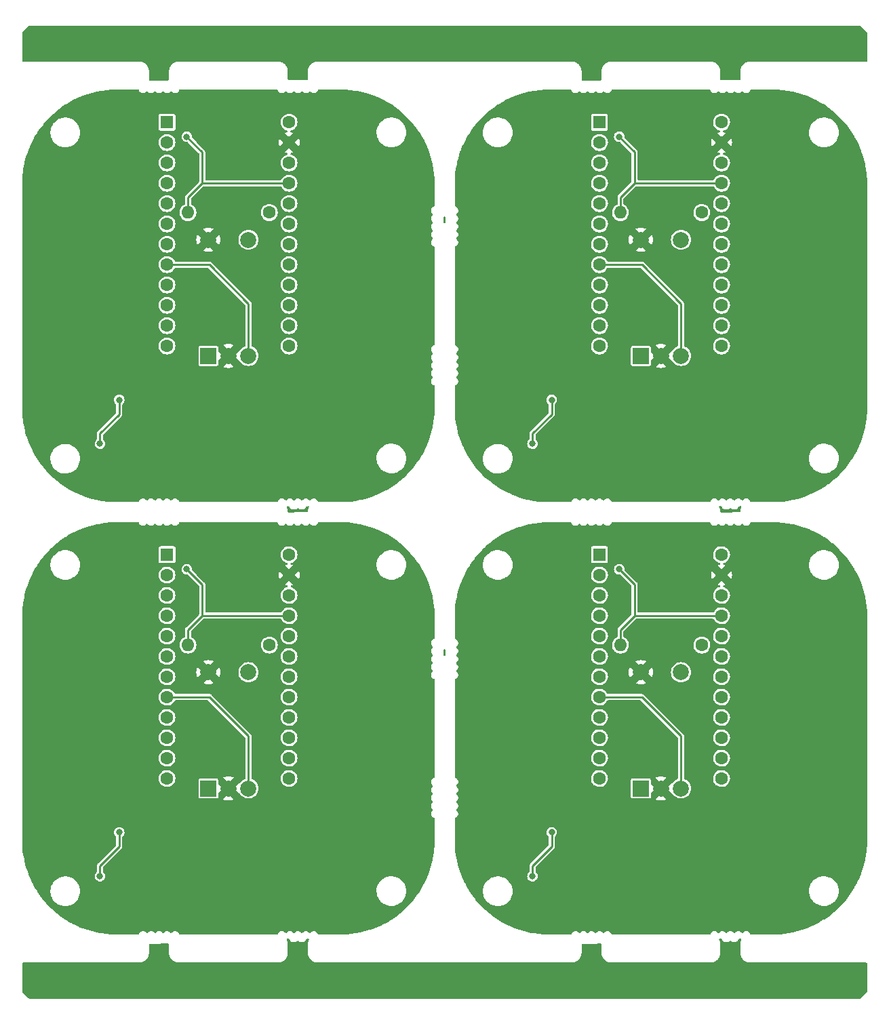
<source format=gbr>
%TF.GenerationSoftware,KiCad,Pcbnew,(6.0.0)*%
%TF.CreationDate,2022-01-01T21:56:50+01:00*%
%TF.ProjectId,VolumeKnob,566f6c75-6d65-44b6-9e6f-622e6b696361,rev?*%
%TF.SameCoordinates,Original*%
%TF.FileFunction,Copper,L2,Bot*%
%TF.FilePolarity,Positive*%
%FSLAX46Y46*%
G04 Gerber Fmt 4.6, Leading zero omitted, Abs format (unit mm)*
G04 Created by KiCad (PCBNEW (6.0.0)) date 2022-01-01 21:56:50*
%MOMM*%
%LPD*%
G01*
G04 APERTURE LIST*
%TA.AperFunction,ComponentPad*%
%ADD10R,1.600000X1.600000*%
%TD*%
%TA.AperFunction,ComponentPad*%
%ADD11C,1.600000*%
%TD*%
%TA.AperFunction,ComponentPad*%
%ADD12R,2.000000X2.000000*%
%TD*%
%TA.AperFunction,ComponentPad*%
%ADD13C,2.000000*%
%TD*%
%TA.AperFunction,ComponentPad*%
%ADD14O,1.600000X1.600000*%
%TD*%
%TA.AperFunction,ViaPad*%
%ADD15C,0.800000*%
%TD*%
%TA.AperFunction,Conductor*%
%ADD16C,0.250000*%
%TD*%
G04 APERTURE END LIST*
D10*
%TO.P,U1,1,TX*%
%TO.N,Board_1-unconnected-(U1-Pad1)*%
X96330004Y-28319997D03*
D11*
%TO.P,U1,2,RX*%
%TO.N,Board_1-unconnected-(U1-Pad2)*%
X96330004Y-30859997D03*
%TO.P,U1,3,GND*%
%TO.N,Board_1-unconnected-(U1-Pad3)*%
X96330004Y-33399997D03*
%TO.P,U1,4,GND*%
%TO.N,Board_1-unconnected-(U1-Pad4)*%
X96330004Y-35939997D03*
%TO.P,U1,5,SDA*%
%TO.N,Board_1-ButtonR*%
X96330004Y-38479997D03*
%TO.P,U1,6,SCL*%
%TO.N,Board_1-unconnected-(U1-Pad6)*%
X96330004Y-41019997D03*
%TO.P,U1,7,D4*%
%TO.N,Board_1-unconnected-(U1-Pad7)*%
X96330004Y-43559997D03*
%TO.P,U1,8,C6*%
%TO.N,Board_1-C6*%
X96330004Y-46099997D03*
%TO.P,U1,9,D7*%
%TO.N,Board_1-D7*%
X96330004Y-48639997D03*
%TO.P,U1,10,E6*%
%TO.N,Board_1-DIN*%
X96330004Y-51179997D03*
%TO.P,U1,11,B4*%
%TO.N,Board_1-unconnected-(U1-Pad11)*%
X96330004Y-53719997D03*
%TO.P,U1,12,B5*%
%TO.N,Board_1-unconnected-(U1-Pad12)*%
X96330004Y-56259997D03*
%TO.P,U1,13,B6*%
%TO.N,Board_1-unconnected-(U1-Pad13)*%
X111570004Y-56259997D03*
%TO.P,U1,14,B2*%
%TO.N,Board_1-unconnected-(U1-Pad14)*%
X111570004Y-53719997D03*
%TO.P,U1,15,B3*%
%TO.N,Board_1-unconnected-(U1-Pad15)*%
X111570004Y-51179997D03*
%TO.P,U1,16,B1*%
%TO.N,Board_1-unconnected-(U1-Pad16)*%
X111570004Y-48639997D03*
%TO.P,U1,17,F7*%
%TO.N,Board_1-unconnected-(U1-Pad17)*%
X111570004Y-46099997D03*
%TO.P,U1,18,F6*%
%TO.N,Board_1-unconnected-(U1-Pad18)*%
X111570004Y-43559997D03*
%TO.P,U1,19,F5*%
%TO.N,Board_1-unconnected-(U1-Pad19)*%
X111570004Y-41019997D03*
%TO.P,U1,20,F4*%
%TO.N,Board_1-unconnected-(U1-Pad20)*%
X111570004Y-38479997D03*
%TO.P,U1,21,VCC*%
%TO.N,Board_1-VCC*%
X111570004Y-35939997D03*
%TO.P,U1,22,RST*%
%TO.N,Board_1-unconnected-(U1-Pad22)*%
X111570004Y-33399997D03*
%TO.P,U1,23,GND*%
%TO.N,Board_1-GND*%
X111570004Y-30859997D03*
%TO.P,U1,24,RAW*%
%TO.N,Board_1-unconnected-(U1-Pad24)*%
X111570004Y-28319997D03*
%TD*%
D10*
%TO.P,U1,1,TX*%
%TO.N,Board_2-unconnected-(U1-Pad1)*%
X42329997Y-82320003D03*
D11*
%TO.P,U1,2,RX*%
%TO.N,Board_2-unconnected-(U1-Pad2)*%
X42329997Y-84860003D03*
%TO.P,U1,3,GND*%
%TO.N,Board_2-unconnected-(U1-Pad3)*%
X42329997Y-87400003D03*
%TO.P,U1,4,GND*%
%TO.N,Board_2-unconnected-(U1-Pad4)*%
X42329997Y-89940003D03*
%TO.P,U1,5,SDA*%
%TO.N,Board_2-ButtonR*%
X42329997Y-92480003D03*
%TO.P,U1,6,SCL*%
%TO.N,Board_2-unconnected-(U1-Pad6)*%
X42329997Y-95020003D03*
%TO.P,U1,7,D4*%
%TO.N,Board_2-unconnected-(U1-Pad7)*%
X42329997Y-97560003D03*
%TO.P,U1,8,C6*%
%TO.N,Board_2-C6*%
X42329997Y-100100003D03*
%TO.P,U1,9,D7*%
%TO.N,Board_2-D7*%
X42329997Y-102640003D03*
%TO.P,U1,10,E6*%
%TO.N,Board_2-DIN*%
X42329997Y-105180003D03*
%TO.P,U1,11,B4*%
%TO.N,Board_2-unconnected-(U1-Pad11)*%
X42329997Y-107720003D03*
%TO.P,U1,12,B5*%
%TO.N,Board_2-unconnected-(U1-Pad12)*%
X42329997Y-110260003D03*
%TO.P,U1,13,B6*%
%TO.N,Board_2-unconnected-(U1-Pad13)*%
X57569997Y-110260003D03*
%TO.P,U1,14,B2*%
%TO.N,Board_2-unconnected-(U1-Pad14)*%
X57569997Y-107720003D03*
%TO.P,U1,15,B3*%
%TO.N,Board_2-unconnected-(U1-Pad15)*%
X57569997Y-105180003D03*
%TO.P,U1,16,B1*%
%TO.N,Board_2-unconnected-(U1-Pad16)*%
X57569997Y-102640003D03*
%TO.P,U1,17,F7*%
%TO.N,Board_2-unconnected-(U1-Pad17)*%
X57569997Y-100100003D03*
%TO.P,U1,18,F6*%
%TO.N,Board_2-unconnected-(U1-Pad18)*%
X57569997Y-97560003D03*
%TO.P,U1,19,F5*%
%TO.N,Board_2-unconnected-(U1-Pad19)*%
X57569997Y-95020003D03*
%TO.P,U1,20,F4*%
%TO.N,Board_2-unconnected-(U1-Pad20)*%
X57569997Y-92480003D03*
%TO.P,U1,21,VCC*%
%TO.N,Board_2-VCC*%
X57569997Y-89940003D03*
%TO.P,U1,22,RST*%
%TO.N,Board_2-unconnected-(U1-Pad22)*%
X57569997Y-87400003D03*
%TO.P,U1,23,GND*%
%TO.N,Board_2-GND*%
X57569997Y-84860003D03*
%TO.P,U1,24,RAW*%
%TO.N,Board_2-unconnected-(U1-Pad24)*%
X57569997Y-82320003D03*
%TD*%
D10*
%TO.P,U1,1,TX*%
%TO.N,Board_0-unconnected-(U1-Pad1)*%
X42329997Y-28319997D03*
D11*
%TO.P,U1,2,RX*%
%TO.N,Board_0-unconnected-(U1-Pad2)*%
X42329997Y-30859997D03*
%TO.P,U1,3,GND*%
%TO.N,Board_0-unconnected-(U1-Pad3)*%
X42329997Y-33399997D03*
%TO.P,U1,4,GND*%
%TO.N,Board_0-unconnected-(U1-Pad4)*%
X42329997Y-35939997D03*
%TO.P,U1,5,SDA*%
%TO.N,Board_0-ButtonR*%
X42329997Y-38479997D03*
%TO.P,U1,6,SCL*%
%TO.N,Board_0-unconnected-(U1-Pad6)*%
X42329997Y-41019997D03*
%TO.P,U1,7,D4*%
%TO.N,Board_0-unconnected-(U1-Pad7)*%
X42329997Y-43559997D03*
%TO.P,U1,8,C6*%
%TO.N,Board_0-C6*%
X42329997Y-46099997D03*
%TO.P,U1,9,D7*%
%TO.N,Board_0-D7*%
X42329997Y-48639997D03*
%TO.P,U1,10,E6*%
%TO.N,Board_0-DIN*%
X42329997Y-51179997D03*
%TO.P,U1,11,B4*%
%TO.N,Board_0-unconnected-(U1-Pad11)*%
X42329997Y-53719997D03*
%TO.P,U1,12,B5*%
%TO.N,Board_0-unconnected-(U1-Pad12)*%
X42329997Y-56259997D03*
%TO.P,U1,13,B6*%
%TO.N,Board_0-unconnected-(U1-Pad13)*%
X57569997Y-56259997D03*
%TO.P,U1,14,B2*%
%TO.N,Board_0-unconnected-(U1-Pad14)*%
X57569997Y-53719997D03*
%TO.P,U1,15,B3*%
%TO.N,Board_0-unconnected-(U1-Pad15)*%
X57569997Y-51179997D03*
%TO.P,U1,16,B1*%
%TO.N,Board_0-unconnected-(U1-Pad16)*%
X57569997Y-48639997D03*
%TO.P,U1,17,F7*%
%TO.N,Board_0-unconnected-(U1-Pad17)*%
X57569997Y-46099997D03*
%TO.P,U1,18,F6*%
%TO.N,Board_0-unconnected-(U1-Pad18)*%
X57569997Y-43559997D03*
%TO.P,U1,19,F5*%
%TO.N,Board_0-unconnected-(U1-Pad19)*%
X57569997Y-41019997D03*
%TO.P,U1,20,F4*%
%TO.N,Board_0-unconnected-(U1-Pad20)*%
X57569997Y-38479997D03*
%TO.P,U1,21,VCC*%
%TO.N,Board_0-VCC*%
X57569997Y-35939997D03*
%TO.P,U1,22,RST*%
%TO.N,Board_0-unconnected-(U1-Pad22)*%
X57569997Y-33399997D03*
%TO.P,U1,23,GND*%
%TO.N,Board_0-GND*%
X57569997Y-30859997D03*
%TO.P,U1,24,RAW*%
%TO.N,Board_0-unconnected-(U1-Pad24)*%
X57569997Y-28319997D03*
%TD*%
D12*
%TO.P,SW1,A,A*%
%TO.N,Board_1-D7*%
X101500004Y-57499997D03*
D13*
%TO.P,SW1,B,B*%
%TO.N,Board_1-C6*%
X106500004Y-57499997D03*
%TO.P,SW1,C,C*%
%TO.N,Board_1-GND*%
X104000004Y-57499997D03*
%TO.P,SW1,S1,S1*%
X101500004Y-42999997D03*
%TO.P,SW1,S2,S2*%
%TO.N,Board_1-ButtonR*%
X106500004Y-42999997D03*
%TD*%
D12*
%TO.P,SW1,A,A*%
%TO.N,Board_2-D7*%
X47499997Y-111500003D03*
D13*
%TO.P,SW1,B,B*%
%TO.N,Board_2-C6*%
X52499997Y-111500003D03*
%TO.P,SW1,C,C*%
%TO.N,Board_2-GND*%
X49999997Y-111500003D03*
%TO.P,SW1,S1,S1*%
X47499997Y-97000003D03*
%TO.P,SW1,S2,S2*%
%TO.N,Board_2-ButtonR*%
X52499997Y-97000003D03*
%TD*%
D11*
%TO.P,R1,1*%
%TO.N,Board_3-ButtonR*%
X109110004Y-93600003D03*
D14*
%TO.P,R1,2*%
%TO.N,Board_3-VCC*%
X98950004Y-93600003D03*
%TD*%
D12*
%TO.P,SW1,A,A*%
%TO.N,Board_0-D7*%
X47499997Y-57499997D03*
D13*
%TO.P,SW1,B,B*%
%TO.N,Board_0-C6*%
X52499997Y-57499997D03*
%TO.P,SW1,C,C*%
%TO.N,Board_0-GND*%
X49999997Y-57499997D03*
%TO.P,SW1,S1,S1*%
X47499997Y-42999997D03*
%TO.P,SW1,S2,S2*%
%TO.N,Board_0-ButtonR*%
X52499997Y-42999997D03*
%TD*%
D11*
%TO.P,R1,1*%
%TO.N,Board_0-ButtonR*%
X55109997Y-39599997D03*
D14*
%TO.P,R1,2*%
%TO.N,Board_0-VCC*%
X44949997Y-39599997D03*
%TD*%
D12*
%TO.P,SW1,A,A*%
%TO.N,Board_3-D7*%
X101500004Y-111500003D03*
D13*
%TO.P,SW1,B,B*%
%TO.N,Board_3-C6*%
X106500004Y-111500003D03*
%TO.P,SW1,C,C*%
%TO.N,Board_3-GND*%
X104000004Y-111500003D03*
%TO.P,SW1,S1,S1*%
X101500004Y-97000003D03*
%TO.P,SW1,S2,S2*%
%TO.N,Board_3-ButtonR*%
X106500004Y-97000003D03*
%TD*%
D11*
%TO.P,R1,1*%
%TO.N,Board_2-ButtonR*%
X55109997Y-93600003D03*
D14*
%TO.P,R1,2*%
%TO.N,Board_2-VCC*%
X44949997Y-93600003D03*
%TD*%
D11*
%TO.P,R1,1*%
%TO.N,Board_1-ButtonR*%
X109110004Y-39599997D03*
D14*
%TO.P,R1,2*%
%TO.N,Board_1-VCC*%
X98950004Y-39599997D03*
%TD*%
D10*
%TO.P,U1,1,TX*%
%TO.N,Board_3-unconnected-(U1-Pad1)*%
X96330004Y-82320003D03*
D11*
%TO.P,U1,2,RX*%
%TO.N,Board_3-unconnected-(U1-Pad2)*%
X96330004Y-84860003D03*
%TO.P,U1,3,GND*%
%TO.N,Board_3-unconnected-(U1-Pad3)*%
X96330004Y-87400003D03*
%TO.P,U1,4,GND*%
%TO.N,Board_3-unconnected-(U1-Pad4)*%
X96330004Y-89940003D03*
%TO.P,U1,5,SDA*%
%TO.N,Board_3-ButtonR*%
X96330004Y-92480003D03*
%TO.P,U1,6,SCL*%
%TO.N,Board_3-unconnected-(U1-Pad6)*%
X96330004Y-95020003D03*
%TO.P,U1,7,D4*%
%TO.N,Board_3-unconnected-(U1-Pad7)*%
X96330004Y-97560003D03*
%TO.P,U1,8,C6*%
%TO.N,Board_3-C6*%
X96330004Y-100100003D03*
%TO.P,U1,9,D7*%
%TO.N,Board_3-D7*%
X96330004Y-102640003D03*
%TO.P,U1,10,E6*%
%TO.N,Board_3-DIN*%
X96330004Y-105180003D03*
%TO.P,U1,11,B4*%
%TO.N,Board_3-unconnected-(U1-Pad11)*%
X96330004Y-107720003D03*
%TO.P,U1,12,B5*%
%TO.N,Board_3-unconnected-(U1-Pad12)*%
X96330004Y-110260003D03*
%TO.P,U1,13,B6*%
%TO.N,Board_3-unconnected-(U1-Pad13)*%
X111570004Y-110260003D03*
%TO.P,U1,14,B2*%
%TO.N,Board_3-unconnected-(U1-Pad14)*%
X111570004Y-107720003D03*
%TO.P,U1,15,B3*%
%TO.N,Board_3-unconnected-(U1-Pad15)*%
X111570004Y-105180003D03*
%TO.P,U1,16,B1*%
%TO.N,Board_3-unconnected-(U1-Pad16)*%
X111570004Y-102640003D03*
%TO.P,U1,17,F7*%
%TO.N,Board_3-unconnected-(U1-Pad17)*%
X111570004Y-100100003D03*
%TO.P,U1,18,F6*%
%TO.N,Board_3-unconnected-(U1-Pad18)*%
X111570004Y-97560003D03*
%TO.P,U1,19,F5*%
%TO.N,Board_3-unconnected-(U1-Pad19)*%
X111570004Y-95020003D03*
%TO.P,U1,20,F4*%
%TO.N,Board_3-unconnected-(U1-Pad20)*%
X111570004Y-92480003D03*
%TO.P,U1,21,VCC*%
%TO.N,Board_3-VCC*%
X111570004Y-89940003D03*
%TO.P,U1,22,RST*%
%TO.N,Board_3-unconnected-(U1-Pad22)*%
X111570004Y-87400003D03*
%TO.P,U1,23,GND*%
%TO.N,Board_3-GND*%
X111570004Y-84860003D03*
%TO.P,U1,24,RAW*%
%TO.N,Board_3-unconnected-(U1-Pad24)*%
X111570004Y-82320003D03*
%TD*%
D15*
%TO.N,Board_3-VCC*%
X98800004Y-84140003D03*
%TO.N,Board_3-Net-(D6-Pad2)*%
X87960004Y-122460003D03*
X90370004Y-116990003D03*
%TO.N,Board_3-GND*%
X84530004Y-90930003D03*
X125420004Y-107540003D03*
%TO.N,Board_2-VCC*%
X44799997Y-84140003D03*
%TO.N,Board_2-Net-(D6-Pad2)*%
X33959997Y-122460003D03*
X36369997Y-116990003D03*
%TO.N,Board_2-GND*%
X30529997Y-90930003D03*
X71419997Y-107540003D03*
%TO.N,Board_1-VCC*%
X98800004Y-30139997D03*
%TO.N,Board_1-Net-(D6-Pad2)*%
X87960004Y-68459997D03*
X90370004Y-62989997D03*
%TO.N,Board_1-GND*%
X84530004Y-36929997D03*
X125420004Y-53539997D03*
%TO.N,Board_0-VCC*%
X44799997Y-30139997D03*
%TO.N,Board_0-Net-(D6-Pad2)*%
X33959997Y-68459997D03*
X36369997Y-62989997D03*
%TO.N,Board_0-GND*%
X30529997Y-36929997D03*
X71419997Y-53539997D03*
%TD*%
D16*
%TO.N,Board_3-VCC*%
X98950004Y-91710003D02*
X100720004Y-89940003D01*
X100720004Y-89940003D02*
X100720004Y-86060003D01*
X100720004Y-86060003D02*
X98800004Y-84140003D01*
X100720004Y-89940003D02*
X111570004Y-89940003D01*
X98950004Y-93600003D02*
X98950004Y-91710003D01*
%TO.N,Board_3-Net-(D6-Pad2)*%
X87960004Y-122460003D02*
X87960004Y-121180003D01*
X90370004Y-118770003D02*
X90370004Y-116990003D01*
X87960004Y-121180003D02*
X90370004Y-118770003D01*
X90370004Y-116990003D02*
X90370004Y-116990003D01*
%TO.N,Board_3-C6*%
X106500004Y-111500003D02*
X106500004Y-104970003D01*
X106500004Y-104970003D02*
X101630004Y-100100003D01*
X101630004Y-100100003D02*
X96110004Y-100100003D01*
%TO.N,Board_2-VCC*%
X44949997Y-91710003D02*
X46719997Y-89940003D01*
X46719997Y-89940003D02*
X46719997Y-86060003D01*
X46719997Y-86060003D02*
X44799997Y-84140003D01*
X46719997Y-89940003D02*
X57569997Y-89940003D01*
X44949997Y-93600003D02*
X44949997Y-91710003D01*
%TO.N,Board_2-Net-(D6-Pad2)*%
X33959997Y-122460003D02*
X33959997Y-121180003D01*
X36369997Y-118770003D02*
X36369997Y-116990003D01*
X33959997Y-121180003D02*
X36369997Y-118770003D01*
X36369997Y-116990003D02*
X36369997Y-116990003D01*
%TO.N,Board_2-C6*%
X52499997Y-111500003D02*
X52499997Y-104970003D01*
X52499997Y-104970003D02*
X47629997Y-100100003D01*
X47629997Y-100100003D02*
X42109997Y-100100003D01*
%TO.N,Board_1-VCC*%
X98950004Y-37709997D02*
X100720004Y-35939997D01*
X100720004Y-35939997D02*
X100720004Y-32059997D01*
X100720004Y-32059997D02*
X98800004Y-30139997D01*
X100720004Y-35939997D02*
X111570004Y-35939997D01*
X98950004Y-39599997D02*
X98950004Y-37709997D01*
%TO.N,Board_1-Net-(D6-Pad2)*%
X87960004Y-68459997D02*
X87960004Y-67179997D01*
X90370004Y-64769997D02*
X90370004Y-62989997D01*
X87960004Y-67179997D02*
X90370004Y-64769997D01*
X90370004Y-62989997D02*
X90370004Y-62989997D01*
%TO.N,Board_1-C6*%
X106500004Y-57499997D02*
X106500004Y-50969997D01*
X106500004Y-50969997D02*
X101630004Y-46099997D01*
X101630004Y-46099997D02*
X96110004Y-46099997D01*
%TO.N,Board_0-VCC*%
X44949997Y-37709997D02*
X46719997Y-35939997D01*
X46719997Y-35939997D02*
X46719997Y-32059997D01*
X46719997Y-32059997D02*
X44799997Y-30139997D01*
X46719997Y-35939997D02*
X57569997Y-35939997D01*
X44949997Y-39599997D02*
X44949997Y-37709997D01*
%TO.N,Board_0-Net-(D6-Pad2)*%
X33959997Y-68459997D02*
X33959997Y-67179997D01*
X36369997Y-64769997D02*
X36369997Y-62989997D01*
X33959997Y-67179997D02*
X36369997Y-64769997D01*
X36369997Y-62989997D02*
X36369997Y-62989997D01*
%TO.N,Board_0-C6*%
X52499997Y-57499997D02*
X52499997Y-50969997D01*
X52499997Y-50969997D02*
X47629997Y-46099997D01*
X47629997Y-46099997D02*
X42109997Y-46099997D01*
%TD*%
%TA.AperFunction,Conductor*%
%TO.N,Board_0-GND*%
G36*
X63107462Y-24249719D02*
G01*
X63995145Y-24249819D01*
X63998444Y-24249863D01*
X64531215Y-24263874D01*
X64611776Y-24265993D01*
X64618346Y-24266337D01*
X65224830Y-24314069D01*
X65231376Y-24314757D01*
X65834729Y-24394183D01*
X65841215Y-24395211D01*
X66103444Y-24443810D01*
X66439616Y-24506113D01*
X66446068Y-24507484D01*
X66827261Y-24598997D01*
X67037831Y-24649548D01*
X67044182Y-24651250D01*
X67214366Y-24701661D01*
X67627845Y-24824140D01*
X67634167Y-24826195D01*
X68213778Y-25031713D01*
X68219904Y-25034067D01*
X68776015Y-25264504D01*
X68782009Y-25267172D01*
X69325604Y-25526358D01*
X69331452Y-25529336D01*
X69872040Y-25822563D01*
X69877798Y-25825886D01*
X70396607Y-26143807D01*
X70402140Y-26147400D01*
X70807593Y-26426061D01*
X70898338Y-26488428D01*
X70903823Y-26492198D01*
X70909201Y-26496107D01*
X71396925Y-26870669D01*
X71402023Y-26874800D01*
X71859695Y-27265794D01*
X71864572Y-27270184D01*
X72301500Y-27684694D01*
X72306130Y-27689321D01*
X72725394Y-28130648D01*
X72729822Y-28135562D01*
X73129275Y-28602881D01*
X73133459Y-28608045D01*
X73503893Y-29090795D01*
X73507770Y-29096132D01*
X73676775Y-29342030D01*
X73849871Y-29593880D01*
X73852474Y-29597668D01*
X73856063Y-29603194D01*
X74166613Y-30109956D01*
X74174037Y-30122070D01*
X74177333Y-30127779D01*
X74448223Y-30626685D01*
X74467719Y-30662591D01*
X74470706Y-30668452D01*
X74732725Y-31217774D01*
X74735389Y-31223757D01*
X74955323Y-31754709D01*
X74968287Y-31786006D01*
X74970646Y-31792152D01*
X75068577Y-32068689D01*
X75173800Y-32365820D01*
X75175839Y-32372094D01*
X75348683Y-32955584D01*
X75350391Y-32961956D01*
X75492508Y-33553924D01*
X75492520Y-33553976D01*
X75493891Y-33560429D01*
X75600158Y-34133825D01*
X75604765Y-34158686D01*
X75605803Y-34165241D01*
X75682602Y-34750396D01*
X75685814Y-34774871D01*
X75686496Y-34781383D01*
X75733290Y-35377042D01*
X75733673Y-35381920D01*
X75734015Y-35388448D01*
X75745403Y-35821033D01*
X75750071Y-35998377D01*
X75750115Y-36001689D01*
X75750196Y-38727161D01*
X75730196Y-38795283D01*
X75676542Y-38841777D01*
X75663584Y-38846602D01*
X75656854Y-38847566D01*
X75628614Y-38860406D01*
X75534310Y-38903283D01*
X75534307Y-38903285D01*
X75526136Y-38907000D01*
X75417353Y-39000733D01*
X75339251Y-39121230D01*
X75336679Y-39129832D01*
X75336677Y-39129835D01*
X75332269Y-39144576D01*
X75298107Y-39258805D01*
X75297230Y-39402398D01*
X75336690Y-39540465D01*
X75413314Y-39661908D01*
X75501238Y-39739559D01*
X75539056Y-39799644D01*
X75538386Y-39870637D01*
X75500077Y-39929453D01*
X75424156Y-39994870D01*
X75424152Y-39994875D01*
X75417353Y-40000733D01*
X75339251Y-40121230D01*
X75336679Y-40129832D01*
X75336677Y-40129835D01*
X75331203Y-40148140D01*
X75298107Y-40258805D01*
X75297230Y-40402398D01*
X75336690Y-40540465D01*
X75413314Y-40661908D01*
X75501238Y-40739559D01*
X75539056Y-40799644D01*
X75538386Y-40870637D01*
X75500077Y-40929453D01*
X75424156Y-40994870D01*
X75424152Y-40994875D01*
X75417353Y-41000733D01*
X75339251Y-41121230D01*
X75336679Y-41129832D01*
X75336677Y-41129835D01*
X75316775Y-41196385D01*
X75298107Y-41258805D01*
X75297230Y-41402398D01*
X75336690Y-41540465D01*
X75413314Y-41661908D01*
X75501238Y-41739559D01*
X75539056Y-41799644D01*
X75538386Y-41870637D01*
X75500077Y-41929453D01*
X75424156Y-41994870D01*
X75424152Y-41994875D01*
X75417353Y-42000733D01*
X75339251Y-42121230D01*
X75336679Y-42129832D01*
X75336677Y-42129835D01*
X75319071Y-42188707D01*
X75298107Y-42258805D01*
X75298052Y-42267781D01*
X75298052Y-42267782D01*
X75297682Y-42328456D01*
X75297230Y-42402398D01*
X75336690Y-42540465D01*
X75413314Y-42661908D01*
X75501238Y-42739559D01*
X75539056Y-42799644D01*
X75538386Y-42870637D01*
X75500077Y-42929453D01*
X75424156Y-42994870D01*
X75424152Y-42994875D01*
X75417353Y-43000733D01*
X75339251Y-43121230D01*
X75336679Y-43129832D01*
X75336677Y-43129835D01*
X75330732Y-43149715D01*
X75298107Y-43258805D01*
X75297230Y-43402398D01*
X75336690Y-43540465D01*
X75413314Y-43661908D01*
X75520944Y-43756963D01*
X75529069Y-43760778D01*
X75529071Y-43760779D01*
X75586876Y-43787918D01*
X75650926Y-43817989D01*
X75659795Y-43819370D01*
X75661038Y-43819750D01*
X75720334Y-43858794D01*
X75749108Y-43923699D01*
X75750199Y-43940244D01*
X75750198Y-46970453D01*
X75750197Y-56059832D01*
X75730195Y-56127953D01*
X75676539Y-56174446D01*
X75663585Y-56179270D01*
X75656852Y-56180234D01*
X75648679Y-56183950D01*
X75534308Y-56235951D01*
X75534305Y-56235953D01*
X75526134Y-56239668D01*
X75417351Y-56333401D01*
X75339249Y-56453898D01*
X75336677Y-56462500D01*
X75336675Y-56462503D01*
X75327244Y-56494038D01*
X75298105Y-56591473D01*
X75297228Y-56735066D01*
X75336688Y-56873133D01*
X75413312Y-56994576D01*
X75501236Y-57072227D01*
X75539054Y-57132312D01*
X75538384Y-57203305D01*
X75500075Y-57262121D01*
X75424154Y-57327538D01*
X75424150Y-57327543D01*
X75417351Y-57333401D01*
X75339249Y-57453898D01*
X75336677Y-57462500D01*
X75336675Y-57462503D01*
X75323825Y-57505472D01*
X75298105Y-57591473D01*
X75297228Y-57735066D01*
X75336688Y-57873133D01*
X75413312Y-57994576D01*
X75501236Y-58072227D01*
X75539054Y-58132312D01*
X75538384Y-58203305D01*
X75500075Y-58262121D01*
X75424154Y-58327538D01*
X75424150Y-58327543D01*
X75417351Y-58333401D01*
X75339249Y-58453898D01*
X75336677Y-58462500D01*
X75336675Y-58462503D01*
X75319912Y-58518557D01*
X75298105Y-58591473D01*
X75297228Y-58735066D01*
X75336688Y-58873133D01*
X75413312Y-58994576D01*
X75501236Y-59072227D01*
X75539054Y-59132312D01*
X75538384Y-59203305D01*
X75500075Y-59262121D01*
X75424154Y-59327538D01*
X75424150Y-59327543D01*
X75417351Y-59333401D01*
X75339249Y-59453898D01*
X75336677Y-59462500D01*
X75336675Y-59462503D01*
X75316773Y-59529053D01*
X75298105Y-59591473D01*
X75297228Y-59735066D01*
X75336688Y-59873133D01*
X75413312Y-59994576D01*
X75501236Y-60072227D01*
X75539054Y-60132312D01*
X75538384Y-60203305D01*
X75500075Y-60262121D01*
X75424154Y-60327538D01*
X75424150Y-60327543D01*
X75417351Y-60333401D01*
X75339249Y-60453898D01*
X75336677Y-60462500D01*
X75336675Y-60462503D01*
X75321954Y-60511728D01*
X75298105Y-60591473D01*
X75297228Y-60735066D01*
X75336688Y-60873133D01*
X75413312Y-60994576D01*
X75520942Y-61089631D01*
X75529067Y-61093446D01*
X75529069Y-61093447D01*
X75581975Y-61118286D01*
X75650924Y-61150657D01*
X75659798Y-61152039D01*
X75661032Y-61152416D01*
X75720329Y-61191461D01*
X75749103Y-61256365D01*
X75750194Y-61272915D01*
X75750112Y-63998289D01*
X75750068Y-64001601D01*
X75749375Y-64027935D01*
X75734003Y-64611740D01*
X75734002Y-64611768D01*
X75733659Y-64618310D01*
X75717419Y-64824627D01*
X75685905Y-65224986D01*
X75685209Y-65231597D01*
X75604691Y-65841258D01*
X75603663Y-65847738D01*
X75493885Y-66439605D01*
X75492521Y-66446023D01*
X75352023Y-67031615D01*
X75350326Y-67037955D01*
X75175898Y-67627703D01*
X75173845Y-67634025D01*
X74970733Y-68207614D01*
X74968369Y-68213773D01*
X74895061Y-68390759D01*
X74738385Y-68769021D01*
X74735489Y-68776012D01*
X74732811Y-68782027D01*
X74473541Y-69325614D01*
X74470823Y-69331312D01*
X74467829Y-69337188D01*
X74186869Y-69854664D01*
X74177455Y-69872002D01*
X74174162Y-69877706D01*
X74080574Y-70030432D01*
X73856194Y-70396594D01*
X73852602Y-70402126D01*
X73507902Y-70903679D01*
X73504024Y-70909016D01*
X73133565Y-71391819D01*
X73129414Y-71396945D01*
X72734192Y-71859700D01*
X72729777Y-71864604D01*
X72310683Y-72306236D01*
X72306018Y-72310900D01*
X71934530Y-72663428D01*
X71864789Y-72729609D01*
X71859896Y-72734016D01*
X71397121Y-73129272D01*
X71392024Y-73133400D01*
X71008952Y-73427347D01*
X70909206Y-73503887D01*
X70903868Y-73507765D01*
X70402140Y-73852593D01*
X70396608Y-73856186D01*
X69877906Y-74174047D01*
X69872235Y-74177321D01*
X69466883Y-74397409D01*
X69337169Y-74467838D01*
X69331290Y-74470833D01*
X68782068Y-74732790D01*
X68775996Y-74735492D01*
X68207967Y-74970510D01*
X68201791Y-74972878D01*
X67633234Y-75173866D01*
X67627839Y-75175773D01*
X67621620Y-75177791D01*
X67044371Y-75348695D01*
X67038050Y-75350389D01*
X66688871Y-75434272D01*
X66452522Y-75491050D01*
X66446103Y-75492417D01*
X65841423Y-75604745D01*
X65834862Y-75605785D01*
X65231571Y-75685216D01*
X65225040Y-75685902D01*
X64618294Y-75733660D01*
X64611761Y-75734003D01*
X64058617Y-75748570D01*
X64001608Y-75750071D01*
X63998295Y-75750115D01*
X61268835Y-75750196D01*
X61200713Y-75730196D01*
X61154219Y-75676542D01*
X61147682Y-75658821D01*
X61132212Y-75604693D01*
X61128641Y-75592198D01*
X61052017Y-75470755D01*
X61025385Y-75447234D01*
X60951115Y-75381642D01*
X60944387Y-75375700D01*
X60936262Y-75371885D01*
X60936260Y-75371884D01*
X60822531Y-75318489D01*
X60822530Y-75318489D01*
X60814405Y-75314674D01*
X60794830Y-75311626D01*
X60775385Y-75308599D01*
X60705383Y-75297699D01*
X60630337Y-75297699D01*
X60578992Y-75305052D01*
X60533073Y-75311628D01*
X60533070Y-75311629D01*
X60524187Y-75312901D01*
X60511897Y-75318489D01*
X60401643Y-75368618D01*
X60401640Y-75368620D01*
X60393469Y-75372335D01*
X60284686Y-75466068D01*
X60276728Y-75478346D01*
X60272448Y-75484949D01*
X60218613Y-75531233D01*
X60148300Y-75541064D01*
X60083834Y-75511320D01*
X60060153Y-75483650D01*
X60056808Y-75478348D01*
X60056807Y-75478347D01*
X60052017Y-75470755D01*
X60025385Y-75447234D01*
X59951115Y-75381642D01*
X59944387Y-75375700D01*
X59936262Y-75371885D01*
X59936260Y-75371884D01*
X59822531Y-75318489D01*
X59822530Y-75318489D01*
X59814405Y-75314674D01*
X59794830Y-75311626D01*
X59775385Y-75308599D01*
X59705383Y-75297699D01*
X59630337Y-75297699D01*
X59578992Y-75305052D01*
X59533073Y-75311628D01*
X59533070Y-75311629D01*
X59524187Y-75312901D01*
X59511897Y-75318489D01*
X59401643Y-75368618D01*
X59401640Y-75368620D01*
X59393469Y-75372335D01*
X59284686Y-75466068D01*
X59276728Y-75478346D01*
X59272448Y-75484949D01*
X59218613Y-75531233D01*
X59148300Y-75541064D01*
X59083834Y-75511320D01*
X59060153Y-75483650D01*
X59056808Y-75478348D01*
X59056807Y-75478347D01*
X59052017Y-75470755D01*
X59025385Y-75447234D01*
X58951115Y-75381642D01*
X58944387Y-75375700D01*
X58936262Y-75371885D01*
X58936260Y-75371884D01*
X58822531Y-75318489D01*
X58822530Y-75318489D01*
X58814405Y-75314674D01*
X58794830Y-75311626D01*
X58775385Y-75308599D01*
X58705383Y-75297699D01*
X58630337Y-75297699D01*
X58578992Y-75305052D01*
X58533073Y-75311628D01*
X58533070Y-75311629D01*
X58524187Y-75312901D01*
X58511897Y-75318489D01*
X58401643Y-75368618D01*
X58401640Y-75368620D01*
X58393469Y-75372335D01*
X58284686Y-75466068D01*
X58276728Y-75478346D01*
X58272448Y-75484949D01*
X58218613Y-75531233D01*
X58148300Y-75541064D01*
X58083834Y-75511320D01*
X58060153Y-75483650D01*
X58056808Y-75478348D01*
X58056807Y-75478347D01*
X58052017Y-75470755D01*
X58025385Y-75447234D01*
X57951115Y-75381642D01*
X57944387Y-75375700D01*
X57936262Y-75371885D01*
X57936260Y-75371884D01*
X57822531Y-75318489D01*
X57822530Y-75318489D01*
X57814405Y-75314674D01*
X57794830Y-75311626D01*
X57775385Y-75308599D01*
X57705383Y-75297699D01*
X57630337Y-75297699D01*
X57578992Y-75305052D01*
X57533073Y-75311628D01*
X57533070Y-75311629D01*
X57524187Y-75312901D01*
X57511897Y-75318489D01*
X57401643Y-75368618D01*
X57401640Y-75368620D01*
X57393469Y-75372335D01*
X57284686Y-75466068D01*
X57276728Y-75478346D01*
X57272448Y-75484949D01*
X57218613Y-75531233D01*
X57148300Y-75541064D01*
X57083834Y-75511320D01*
X57060153Y-75483650D01*
X57056808Y-75478348D01*
X57056807Y-75478347D01*
X57052017Y-75470755D01*
X57025385Y-75447234D01*
X56951115Y-75381642D01*
X56944387Y-75375700D01*
X56936262Y-75371885D01*
X56936260Y-75371884D01*
X56822531Y-75318489D01*
X56822530Y-75318489D01*
X56814405Y-75314674D01*
X56794830Y-75311626D01*
X56775385Y-75308599D01*
X56705383Y-75297699D01*
X56630337Y-75297699D01*
X56578992Y-75305052D01*
X56533073Y-75311628D01*
X56533070Y-75311629D01*
X56524187Y-75312901D01*
X56511897Y-75318489D01*
X56401643Y-75368618D01*
X56401640Y-75368620D01*
X56393469Y-75372335D01*
X56284686Y-75466068D01*
X56206584Y-75586565D01*
X56204012Y-75595167D01*
X56204010Y-75595170D01*
X56184532Y-75660301D01*
X56145850Y-75719835D01*
X56081123Y-75749005D01*
X56063815Y-75750199D01*
X49999497Y-75750198D01*
X43936164Y-75750197D01*
X43868043Y-75730195D01*
X43821550Y-75676539D01*
X43815015Y-75658822D01*
X43799733Y-75605351D01*
X43795973Y-75592196D01*
X43719349Y-75470753D01*
X43694207Y-75448548D01*
X43618447Y-75381640D01*
X43611719Y-75375698D01*
X43603594Y-75371883D01*
X43603592Y-75371882D01*
X43489863Y-75318487D01*
X43489862Y-75318487D01*
X43481737Y-75314672D01*
X43372715Y-75297697D01*
X43297669Y-75297697D01*
X43246324Y-75305050D01*
X43200405Y-75311626D01*
X43200402Y-75311627D01*
X43191519Y-75312899D01*
X43138843Y-75336849D01*
X43068975Y-75368616D01*
X43068972Y-75368618D01*
X43060801Y-75372333D01*
X42952018Y-75466066D01*
X42944059Y-75478345D01*
X42939780Y-75484947D01*
X42885945Y-75531231D01*
X42815632Y-75541062D01*
X42751166Y-75511318D01*
X42727485Y-75483648D01*
X42724140Y-75478346D01*
X42724139Y-75478345D01*
X42719349Y-75470753D01*
X42694207Y-75448548D01*
X42618447Y-75381640D01*
X42611719Y-75375698D01*
X42603594Y-75371883D01*
X42603592Y-75371882D01*
X42489863Y-75318487D01*
X42489862Y-75318487D01*
X42481737Y-75314672D01*
X42372715Y-75297697D01*
X42297669Y-75297697D01*
X42246324Y-75305050D01*
X42200405Y-75311626D01*
X42200402Y-75311627D01*
X42191519Y-75312899D01*
X42138843Y-75336849D01*
X42068975Y-75368616D01*
X42068972Y-75368618D01*
X42060801Y-75372333D01*
X41952018Y-75466066D01*
X41944059Y-75478345D01*
X41939780Y-75484947D01*
X41885945Y-75531231D01*
X41815632Y-75541062D01*
X41751166Y-75511318D01*
X41727485Y-75483648D01*
X41724140Y-75478346D01*
X41724139Y-75478345D01*
X41719349Y-75470753D01*
X41694207Y-75448548D01*
X41618447Y-75381640D01*
X41611719Y-75375698D01*
X41603594Y-75371883D01*
X41603592Y-75371882D01*
X41489863Y-75318487D01*
X41489862Y-75318487D01*
X41481737Y-75314672D01*
X41372715Y-75297697D01*
X41297669Y-75297697D01*
X41246324Y-75305050D01*
X41200405Y-75311626D01*
X41200402Y-75311627D01*
X41191519Y-75312899D01*
X41138843Y-75336849D01*
X41068975Y-75368616D01*
X41068972Y-75368618D01*
X41060801Y-75372333D01*
X40952018Y-75466066D01*
X40944059Y-75478345D01*
X40939780Y-75484947D01*
X40885945Y-75531231D01*
X40815632Y-75541062D01*
X40751166Y-75511318D01*
X40727485Y-75483648D01*
X40724140Y-75478346D01*
X40724139Y-75478345D01*
X40719349Y-75470753D01*
X40694207Y-75448548D01*
X40618447Y-75381640D01*
X40611719Y-75375698D01*
X40603594Y-75371883D01*
X40603592Y-75371882D01*
X40489863Y-75318487D01*
X40489862Y-75318487D01*
X40481737Y-75314672D01*
X40372715Y-75297697D01*
X40297669Y-75297697D01*
X40246324Y-75305050D01*
X40200405Y-75311626D01*
X40200402Y-75311627D01*
X40191519Y-75312899D01*
X40138843Y-75336849D01*
X40068975Y-75368616D01*
X40068972Y-75368618D01*
X40060801Y-75372333D01*
X39952018Y-75466066D01*
X39944059Y-75478345D01*
X39939780Y-75484947D01*
X39885945Y-75531231D01*
X39815632Y-75541062D01*
X39751166Y-75511318D01*
X39727485Y-75483648D01*
X39724140Y-75478346D01*
X39724139Y-75478345D01*
X39719349Y-75470753D01*
X39694207Y-75448548D01*
X39618447Y-75381640D01*
X39611719Y-75375698D01*
X39603594Y-75371883D01*
X39603592Y-75371882D01*
X39489863Y-75318487D01*
X39489862Y-75318487D01*
X39481737Y-75314672D01*
X39372715Y-75297697D01*
X39297669Y-75297697D01*
X39246324Y-75305050D01*
X39200405Y-75311626D01*
X39200402Y-75311627D01*
X39191519Y-75312899D01*
X39138843Y-75336849D01*
X39068975Y-75368616D01*
X39068972Y-75368618D01*
X39060801Y-75372333D01*
X38952018Y-75466066D01*
X38873916Y-75586563D01*
X38851779Y-75660584D01*
X38813097Y-75720118D01*
X38748370Y-75749288D01*
X38731049Y-75750482D01*
X36008108Y-75750196D01*
X36004840Y-75750153D01*
X35692295Y-75742011D01*
X35394722Y-75734260D01*
X35388183Y-75733919D01*
X34957372Y-75700188D01*
X34775226Y-75685926D01*
X34768566Y-75685225D01*
X34446275Y-75642664D01*
X34158742Y-75604692D01*
X34152270Y-75603666D01*
X33814776Y-75541064D01*
X33560139Y-75493831D01*
X33553705Y-75492463D01*
X32962191Y-75350453D01*
X32955820Y-75348746D01*
X32455123Y-75200438D01*
X32372273Y-75175897D01*
X32366038Y-75173872D01*
X31798436Y-74972966D01*
X31792261Y-74970596D01*
X31217930Y-74732701D01*
X31211887Y-74730010D01*
X30759030Y-74513927D01*
X30668440Y-74470701D01*
X30662582Y-74467715D01*
X30127768Y-74177326D01*
X30122056Y-74174029D01*
X29603347Y-73856163D01*
X29597830Y-73852580D01*
X29101599Y-73511636D01*
X29096247Y-73507748D01*
X28603054Y-73129307D01*
X28597914Y-73125144D01*
X28140113Y-72734031D01*
X28135224Y-72729629D01*
X27693944Y-72310870D01*
X27689281Y-72306207D01*
X27576223Y-72187071D01*
X27270342Y-71864746D01*
X27265949Y-71859867D01*
X27265807Y-71859700D01*
X26962301Y-71504444D01*
X26874863Y-71402097D01*
X26870700Y-71396957D01*
X26492253Y-70903757D01*
X26488365Y-70898405D01*
X26147399Y-70402139D01*
X26143816Y-70396622D01*
X26134923Y-70382110D01*
X27774223Y-70382110D01*
X27799740Y-70649562D01*
X27800825Y-70653996D01*
X27800826Y-70654002D01*
X27861298Y-70901130D01*
X27863598Y-70910528D01*
X27964459Y-71159543D01*
X28100211Y-71391390D01*
X28196177Y-71511389D01*
X28241166Y-71567645D01*
X28268009Y-71601211D01*
X28464339Y-71784612D01*
X28685088Y-71937751D01*
X28689171Y-71939782D01*
X28689174Y-71939784D01*
X28793092Y-71991482D01*
X28925631Y-72057419D01*
X28929965Y-72058840D01*
X28929968Y-72058841D01*
X29176596Y-72139690D01*
X29176601Y-72139691D01*
X29180929Y-72141110D01*
X29185420Y-72141890D01*
X29185421Y-72141890D01*
X29441854Y-72186415D01*
X29441862Y-72186416D01*
X29445635Y-72187071D01*
X29449472Y-72187262D01*
X29528953Y-72191219D01*
X29528961Y-72191219D01*
X29530524Y-72191297D01*
X29698245Y-72191297D01*
X29700513Y-72191132D01*
X29700525Y-72191132D01*
X29829278Y-72181789D01*
X29897958Y-72176806D01*
X29902413Y-72175822D01*
X29902416Y-72175822D01*
X30155847Y-72119870D01*
X30155851Y-72119869D01*
X30160307Y-72118885D01*
X30285927Y-72071292D01*
X30407276Y-72025317D01*
X30407279Y-72025316D01*
X30411546Y-72023699D01*
X30646412Y-71893242D01*
X30824661Y-71757208D01*
X30856362Y-71733015D01*
X30856366Y-71733011D01*
X30859987Y-71730248D01*
X31047795Y-71538129D01*
X31050472Y-71534451D01*
X31050478Y-71534444D01*
X31203215Y-71324604D01*
X31203217Y-71324601D01*
X31205902Y-71320912D01*
X31330997Y-71083146D01*
X31341592Y-71053146D01*
X31418936Y-70834125D01*
X31418936Y-70834124D01*
X31420459Y-70829812D01*
X31472413Y-70566217D01*
X31473684Y-70540689D01*
X31483072Y-70352110D01*
X68494223Y-70352110D01*
X68519740Y-70619562D01*
X68520825Y-70623996D01*
X68520826Y-70624002D01*
X68537707Y-70692988D01*
X68583598Y-70880528D01*
X68585310Y-70884754D01*
X68585311Y-70884758D01*
X68682746Y-71125314D01*
X68684459Y-71129543D01*
X68820211Y-71361390D01*
X68988009Y-71571211D01*
X69184339Y-71754612D01*
X69405088Y-71907751D01*
X69409171Y-71909782D01*
X69409174Y-71909784D01*
X69469477Y-71939784D01*
X69645631Y-72027419D01*
X69649965Y-72028840D01*
X69649968Y-72028841D01*
X69896596Y-72109690D01*
X69896601Y-72109691D01*
X69900929Y-72111110D01*
X69905420Y-72111890D01*
X69905421Y-72111890D01*
X70161854Y-72156415D01*
X70161862Y-72156416D01*
X70165635Y-72157071D01*
X70169472Y-72157262D01*
X70248953Y-72161219D01*
X70248961Y-72161219D01*
X70250524Y-72161297D01*
X70418245Y-72161297D01*
X70420513Y-72161132D01*
X70420525Y-72161132D01*
X70549278Y-72151789D01*
X70617958Y-72146806D01*
X70622413Y-72145822D01*
X70622416Y-72145822D01*
X70875847Y-72089870D01*
X70875851Y-72089869D01*
X70880307Y-72088885D01*
X71005926Y-72041292D01*
X71127276Y-71995317D01*
X71127279Y-71995316D01*
X71131546Y-71993699D01*
X71366412Y-71863242D01*
X71537052Y-71733015D01*
X71576362Y-71703015D01*
X71576366Y-71703011D01*
X71579987Y-71700248D01*
X71767795Y-71508129D01*
X71770472Y-71504451D01*
X71770478Y-71504444D01*
X71923215Y-71294604D01*
X71923217Y-71294601D01*
X71925902Y-71290912D01*
X72050997Y-71053146D01*
X72102822Y-70906392D01*
X72138936Y-70804125D01*
X72138936Y-70804124D01*
X72140459Y-70799812D01*
X72192413Y-70536217D01*
X72199088Y-70402139D01*
X72205544Y-70272453D01*
X72205544Y-70272447D01*
X72205771Y-70267884D01*
X72180254Y-70000432D01*
X72150293Y-69877989D01*
X72117481Y-69743900D01*
X72116396Y-69739466D01*
X72015535Y-69490451D01*
X71879783Y-69258604D01*
X71759408Y-69108083D01*
X71714837Y-69052349D01*
X71714836Y-69052347D01*
X71711985Y-69048783D01*
X71515655Y-68865382D01*
X71294906Y-68712243D01*
X71290823Y-68710212D01*
X71290820Y-68710210D01*
X71175784Y-68652981D01*
X71054363Y-68592575D01*
X71050029Y-68591154D01*
X71050026Y-68591153D01*
X70803398Y-68510304D01*
X70803393Y-68510303D01*
X70799065Y-68508884D01*
X70766260Y-68503188D01*
X70538140Y-68463579D01*
X70538132Y-68463578D01*
X70534359Y-68462923D01*
X70524840Y-68462449D01*
X70451041Y-68458775D01*
X70451033Y-68458775D01*
X70449470Y-68458697D01*
X70281749Y-68458697D01*
X70279481Y-68458862D01*
X70279469Y-68458862D01*
X70150716Y-68468205D01*
X70082036Y-68473188D01*
X70077581Y-68474172D01*
X70077578Y-68474172D01*
X69824147Y-68530124D01*
X69824143Y-68530125D01*
X69819687Y-68531109D01*
X69736233Y-68562727D01*
X69572718Y-68624677D01*
X69572715Y-68624678D01*
X69568448Y-68626295D01*
X69333582Y-68756752D01*
X69317506Y-68769021D01*
X69123632Y-68916979D01*
X69123628Y-68916983D01*
X69120007Y-68919746D01*
X69116822Y-68923004D01*
X69116821Y-68923005D01*
X69074086Y-68966721D01*
X68932199Y-69111865D01*
X68929522Y-69115543D01*
X68929516Y-69115550D01*
X68806151Y-69285037D01*
X68774092Y-69329082D01*
X68648997Y-69566848D01*
X68647479Y-69571146D01*
X68647477Y-69571151D01*
X68577445Y-69769466D01*
X68559535Y-69820182D01*
X68507581Y-70083777D01*
X68507354Y-70088330D01*
X68507354Y-70088333D01*
X68498643Y-70263328D01*
X68494223Y-70352110D01*
X31483072Y-70352110D01*
X31485544Y-70302453D01*
X31485544Y-70302447D01*
X31485771Y-70297884D01*
X31460254Y-70030432D01*
X31422952Y-69877989D01*
X31397481Y-69773900D01*
X31396396Y-69769466D01*
X31382532Y-69735236D01*
X31297248Y-69524680D01*
X31297248Y-69524679D01*
X31295535Y-69520451D01*
X31159783Y-69288604D01*
X31018441Y-69111865D01*
X30994837Y-69082349D01*
X30994836Y-69082347D01*
X30991985Y-69078783D01*
X30795655Y-68895382D01*
X30574906Y-68742243D01*
X30570823Y-68740212D01*
X30570820Y-68740210D01*
X30363055Y-68636849D01*
X30334363Y-68622575D01*
X30330029Y-68621154D01*
X30330026Y-68621153D01*
X30083398Y-68540304D01*
X30083393Y-68540303D01*
X30079065Y-68538884D01*
X30043605Y-68532727D01*
X29818140Y-68493579D01*
X29818132Y-68493578D01*
X29814359Y-68492923D01*
X29804840Y-68492449D01*
X29731041Y-68488775D01*
X29731033Y-68488775D01*
X29729470Y-68488697D01*
X29561749Y-68488697D01*
X29559481Y-68488862D01*
X29559469Y-68488862D01*
X29430716Y-68498205D01*
X29362036Y-68503188D01*
X29357581Y-68504172D01*
X29357578Y-68504172D01*
X29104147Y-68560124D01*
X29104143Y-68560125D01*
X29099687Y-68561109D01*
X28991058Y-68602265D01*
X28852718Y-68654677D01*
X28852715Y-68654678D01*
X28848448Y-68656295D01*
X28844457Y-68658512D01*
X28632918Y-68776012D01*
X28613582Y-68786752D01*
X28609950Y-68789524D01*
X28403632Y-68946979D01*
X28403628Y-68946983D01*
X28400007Y-68949746D01*
X28396822Y-68953004D01*
X28396821Y-68953005D01*
X28367363Y-68983139D01*
X28212199Y-69141865D01*
X28209522Y-69145543D01*
X28209516Y-69145550D01*
X28056779Y-69355390D01*
X28054092Y-69359082D01*
X27928997Y-69596848D01*
X27839535Y-69850182D01*
X27787581Y-70113777D01*
X27787354Y-70118330D01*
X27787354Y-70118333D01*
X27775490Y-70356666D01*
X27774223Y-70382110D01*
X26134923Y-70382110D01*
X25825997Y-69877989D01*
X25822675Y-69872232D01*
X25529341Y-69331464D01*
X25526362Y-69325614D01*
X25267176Y-68782015D01*
X25264501Y-68776005D01*
X25130760Y-68453127D01*
X33303949Y-68453127D01*
X33321247Y-68609814D01*
X33337665Y-68654677D01*
X33372810Y-68750717D01*
X33372812Y-68750721D01*
X33375422Y-68757853D01*
X33379659Y-68764159D01*
X33379661Y-68764162D01*
X33393351Y-68784534D01*
X33463345Y-68888696D01*
X33468963Y-68893808D01*
X33567101Y-68983106D01*
X33579940Y-68994789D01*
X33718476Y-69070008D01*
X33870956Y-69110011D01*
X33951246Y-69111272D01*
X34020977Y-69112368D01*
X34020980Y-69112368D01*
X34028576Y-69112487D01*
X34035980Y-69110791D01*
X34035982Y-69110791D01*
X34105407Y-69094891D01*
X34182238Y-69077294D01*
X34323068Y-69006463D01*
X34442939Y-68904084D01*
X34450323Y-68893808D01*
X34530494Y-68782239D01*
X34530495Y-68782237D01*
X34534928Y-68776068D01*
X34548526Y-68742243D01*
X34590893Y-68636849D01*
X34593725Y-68629804D01*
X34615937Y-68473737D01*
X34616081Y-68459997D01*
X34614339Y-68445596D01*
X34605648Y-68373784D01*
X34597143Y-68303499D01*
X34541421Y-68156036D01*
X34452133Y-68026121D01*
X34378476Y-67960495D01*
X34340922Y-67900247D01*
X34336297Y-67866421D01*
X34336297Y-67388056D01*
X34356299Y-67319935D01*
X34373202Y-67298961D01*
X36598194Y-65073969D01*
X36616521Y-65059167D01*
X36618006Y-65057816D01*
X36626753Y-65052168D01*
X36633197Y-65043993D01*
X36633200Y-65043991D01*
X36647328Y-65026069D01*
X36651226Y-65021683D01*
X36651149Y-65021618D01*
X36654502Y-65017661D01*
X36658185Y-65013978D01*
X36669306Y-64998416D01*
X36672869Y-64993671D01*
X36697862Y-64961968D01*
X36697863Y-64961966D01*
X36704311Y-64953787D01*
X36707319Y-64945220D01*
X36712597Y-64937835D01*
X36727155Y-64889158D01*
X36728987Y-64883520D01*
X36743192Y-64843071D01*
X36743193Y-64843065D01*
X36745819Y-64835588D01*
X36746297Y-64830069D01*
X36746297Y-64827354D01*
X36746408Y-64824778D01*
X36746453Y-64824629D01*
X36746601Y-64824635D01*
X36746641Y-64824001D01*
X36748492Y-64817812D01*
X36746394Y-64764411D01*
X36746297Y-64759465D01*
X36746297Y-63583252D01*
X36766299Y-63515131D01*
X36790467Y-63487441D01*
X36847161Y-63439020D01*
X36847166Y-63439015D01*
X36852939Y-63434084D01*
X36860322Y-63423809D01*
X36940494Y-63312239D01*
X36940495Y-63312237D01*
X36944928Y-63306068D01*
X37003725Y-63159804D01*
X37025937Y-63003737D01*
X37026081Y-62989997D01*
X37024339Y-62975596D01*
X37008055Y-62841039D01*
X37007143Y-62833499D01*
X36951421Y-62686036D01*
X36862133Y-62556121D01*
X36856376Y-62550991D01*
X36750104Y-62456307D01*
X36744433Y-62451254D01*
X36737085Y-62447363D01*
X36611825Y-62381042D01*
X36611824Y-62381041D01*
X36605116Y-62377490D01*
X36452226Y-62339086D01*
X36444628Y-62339046D01*
X36444626Y-62339046D01*
X36377318Y-62338694D01*
X36294589Y-62338261D01*
X36287210Y-62340033D01*
X36287206Y-62340033D01*
X36148683Y-62373289D01*
X36148679Y-62373290D01*
X36141304Y-62375061D01*
X36001223Y-62447363D01*
X35882432Y-62550991D01*
X35791788Y-62679964D01*
X35734525Y-62826836D01*
X35713949Y-62983127D01*
X35731247Y-63139814D01*
X35754077Y-63202200D01*
X35782810Y-63280717D01*
X35782812Y-63280721D01*
X35785422Y-63287853D01*
X35789659Y-63294159D01*
X35789661Y-63294162D01*
X35830055Y-63354274D01*
X35873345Y-63418696D01*
X35878964Y-63423808D01*
X35878964Y-63423809D01*
X35952497Y-63490719D01*
X35989419Y-63551359D01*
X35993697Y-63583912D01*
X35993697Y-64561938D01*
X35973695Y-64630059D01*
X35956792Y-64651033D01*
X33731800Y-66876025D01*
X33713473Y-66890827D01*
X33711988Y-66892178D01*
X33703241Y-66897826D01*
X33696797Y-66906001D01*
X33696794Y-66906003D01*
X33682666Y-66923925D01*
X33678768Y-66928311D01*
X33678845Y-66928376D01*
X33675492Y-66932333D01*
X33671809Y-66936016D01*
X33668783Y-66940251D01*
X33668781Y-66940253D01*
X33660688Y-66951578D01*
X33657125Y-66956323D01*
X33625683Y-66996207D01*
X33622675Y-67004774D01*
X33617397Y-67012159D01*
X33606844Y-67047447D01*
X33602842Y-67060827D01*
X33601007Y-67066474D01*
X33586802Y-67106923D01*
X33586801Y-67106929D01*
X33584175Y-67114406D01*
X33583697Y-67119925D01*
X33583697Y-67122640D01*
X33583586Y-67125216D01*
X33583541Y-67125365D01*
X33583393Y-67125359D01*
X33583353Y-67125993D01*
X33581502Y-67132182D01*
X33581911Y-67142588D01*
X33583600Y-67185583D01*
X33583697Y-67190529D01*
X33583697Y-67866640D01*
X33563695Y-67934761D01*
X33540527Y-67961587D01*
X33472432Y-68020991D01*
X33381788Y-68149964D01*
X33324525Y-68296836D01*
X33323533Y-68304369D01*
X33323533Y-68304370D01*
X33309191Y-68413312D01*
X33303949Y-68453127D01*
X25130760Y-68453127D01*
X25031705Y-68213986D01*
X25029342Y-68207829D01*
X24963177Y-68020991D01*
X24826177Y-67634125D01*
X24824155Y-67627906D01*
X24653067Y-67050627D01*
X24651354Y-67044240D01*
X24625372Y-66936016D01*
X24506229Y-66439756D01*
X24504855Y-66433286D01*
X24395209Y-65841207D01*
X24394180Y-65834708D01*
X24324444Y-65304955D01*
X24314755Y-65231353D01*
X24314066Y-65224800D01*
X24298426Y-65026069D01*
X24266334Y-64618308D01*
X24265990Y-64611740D01*
X24249930Y-64001677D01*
X24249886Y-63998361D01*
X24249869Y-58860845D01*
X49351876Y-58860845D01*
X49355065Y-58865105D01*
X49527985Y-58936731D01*
X49537370Y-58939780D01*
X49758551Y-58992882D01*
X49768298Y-58994425D01*
X49995067Y-59012272D01*
X50004927Y-59012272D01*
X50231696Y-58994425D01*
X50241443Y-58992882D01*
X50462624Y-58939780D01*
X50472009Y-58936731D01*
X50637433Y-58868210D01*
X50648414Y-58859361D01*
X50647098Y-58854205D01*
X50012809Y-58219916D01*
X49998865Y-58212302D01*
X49997032Y-58212433D01*
X49990417Y-58216684D01*
X49358636Y-58848465D01*
X49351876Y-58860845D01*
X24249869Y-58860845D01*
X24249861Y-56245248D01*
X41273713Y-56245248D01*
X41274229Y-56251392D01*
X41287998Y-56415357D01*
X41290965Y-56450695D01*
X41307581Y-56508642D01*
X41334330Y-56601926D01*
X41347793Y-56648879D01*
X41350608Y-56654356D01*
X41350609Y-56654359D01*
X41435444Y-56819430D01*
X41442033Y-56832251D01*
X41445856Y-56837075D01*
X41445859Y-56837079D01*
X41506393Y-56913453D01*
X41570096Y-56993825D01*
X41574789Y-56997819D01*
X41574790Y-56997820D01*
X41680920Y-57088143D01*
X41727103Y-57127448D01*
X41732480Y-57130453D01*
X41901695Y-57225026D01*
X41901701Y-57225028D01*
X41907073Y-57228031D01*
X42103153Y-57291741D01*
X42307874Y-57316152D01*
X42314009Y-57315680D01*
X42314011Y-57315680D01*
X42384552Y-57310252D01*
X42513437Y-57300335D01*
X42712012Y-57244892D01*
X42896037Y-57151934D01*
X42963313Y-57099373D01*
X43053646Y-57028797D01*
X43053647Y-57028796D01*
X43058502Y-57025003D01*
X43162455Y-56904572D01*
X43189189Y-56873601D01*
X43189190Y-56873599D01*
X43193218Y-56868933D01*
X43295055Y-56689668D01*
X43360132Y-56494038D01*
X43362506Y-56475248D01*
X46248697Y-56475248D01*
X46248698Y-58524745D01*
X46249905Y-58530811D01*
X46249905Y-58530816D01*
X46260259Y-58582871D01*
X46263278Y-58598049D01*
X46318820Y-58681174D01*
X46329136Y-58688067D01*
X46391628Y-58729823D01*
X46391630Y-58729824D01*
X46401945Y-58736716D01*
X46475248Y-58751297D01*
X47499914Y-58751297D01*
X48524745Y-58751296D01*
X48530811Y-58750089D01*
X48530816Y-58750089D01*
X48585878Y-58739137D01*
X48585879Y-58739137D01*
X48598049Y-58736716D01*
X48681174Y-58681174D01*
X48729822Y-58608367D01*
X48729823Y-58608366D01*
X48729824Y-58608364D01*
X48736716Y-58598049D01*
X48751297Y-58524746D01*
X48751297Y-58093780D01*
X48771299Y-58025659D01*
X48788202Y-58004685D01*
X49280078Y-57512809D01*
X49287692Y-57498865D01*
X49287561Y-57497032D01*
X49283310Y-57490417D01*
X48788201Y-56995308D01*
X48754175Y-56932996D01*
X48751296Y-56906213D01*
X48751296Y-56475249D01*
X48750089Y-56469181D01*
X48750089Y-56469178D01*
X48739137Y-56414116D01*
X48739136Y-56414114D01*
X48736716Y-56401945D01*
X48717691Y-56373471D01*
X48688067Y-56329136D01*
X48681174Y-56318820D01*
X48657052Y-56302702D01*
X48608366Y-56270171D01*
X48608364Y-56270170D01*
X48598049Y-56263278D01*
X48524746Y-56248697D01*
X47500080Y-56248697D01*
X46475249Y-56248698D01*
X46469183Y-56249905D01*
X46469178Y-56249905D01*
X46414116Y-56260857D01*
X46414115Y-56260857D01*
X46401945Y-56263278D01*
X46391629Y-56270171D01*
X46391627Y-56270172D01*
X46342942Y-56302702D01*
X46318820Y-56318820D01*
X46311927Y-56329136D01*
X46270171Y-56391628D01*
X46270170Y-56391630D01*
X46263278Y-56401945D01*
X46248697Y-56475248D01*
X43362506Y-56475248D01*
X43385972Y-56289493D01*
X43386384Y-56259997D01*
X43374680Y-56140633D01*
X49351580Y-56140633D01*
X49352896Y-56145789D01*
X49987185Y-56780078D01*
X50001129Y-56787692D01*
X50002962Y-56787561D01*
X50009577Y-56783310D01*
X50641358Y-56151529D01*
X50648118Y-56139149D01*
X50644929Y-56134889D01*
X50472009Y-56063263D01*
X50462624Y-56060214D01*
X50241443Y-56007112D01*
X50231696Y-56005569D01*
X50004927Y-55987722D01*
X49995067Y-55987722D01*
X49768298Y-56005569D01*
X49758551Y-56007112D01*
X49537370Y-56060214D01*
X49527985Y-56063263D01*
X49362561Y-56131784D01*
X49351580Y-56140633D01*
X43374680Y-56140633D01*
X43366265Y-56054810D01*
X43306675Y-55857439D01*
X43209884Y-55675401D01*
X43205994Y-55670631D01*
X43205991Y-55670627D01*
X43083473Y-55520406D01*
X43083470Y-55520403D01*
X43079578Y-55515631D01*
X42920721Y-55384212D01*
X42915304Y-55381283D01*
X42915301Y-55381281D01*
X42744781Y-55289082D01*
X42744777Y-55289080D01*
X42739363Y-55286153D01*
X42733483Y-55284333D01*
X42733481Y-55284332D01*
X42682069Y-55268417D01*
X42542413Y-55225186D01*
X42536295Y-55224543D01*
X42536290Y-55224542D01*
X42343501Y-55204280D01*
X42343499Y-55204280D01*
X42337372Y-55203636D01*
X42251953Y-55211410D01*
X42138189Y-55221763D01*
X42138186Y-55221764D01*
X42132050Y-55222322D01*
X42126144Y-55224060D01*
X42126140Y-55224061D01*
X41976014Y-55268245D01*
X41934267Y-55280532D01*
X41751558Y-55376050D01*
X41746758Y-55379910D01*
X41746757Y-55379910D01*
X41736521Y-55388140D01*
X41590882Y-55505237D01*
X41458358Y-55663173D01*
X41455394Y-55668565D01*
X41455391Y-55668569D01*
X41362001Y-55838445D01*
X41359034Y-55843842D01*
X41296695Y-56040362D01*
X41296009Y-56046479D01*
X41296008Y-56046483D01*
X41275172Y-56232243D01*
X41273713Y-56245248D01*
X24249861Y-56245248D01*
X24249853Y-53705248D01*
X41273713Y-53705248D01*
X41290965Y-53910695D01*
X41347793Y-54108879D01*
X41350608Y-54114356D01*
X41350609Y-54114359D01*
X41371512Y-54155031D01*
X41442033Y-54292251D01*
X41445856Y-54297075D01*
X41445859Y-54297079D01*
X41560323Y-54441494D01*
X41570096Y-54453825D01*
X41727103Y-54587448D01*
X41732480Y-54590453D01*
X41901695Y-54685026D01*
X41901701Y-54685028D01*
X41907073Y-54688031D01*
X42103153Y-54751741D01*
X42307874Y-54776152D01*
X42314009Y-54775680D01*
X42314011Y-54775680D01*
X42376390Y-54770880D01*
X42513437Y-54760335D01*
X42712012Y-54704892D01*
X42896037Y-54611934D01*
X43058502Y-54485003D01*
X43193218Y-54328933D01*
X43295055Y-54149668D01*
X43360132Y-53954038D01*
X43385972Y-53749493D01*
X43386384Y-53719997D01*
X43366265Y-53514810D01*
X43306675Y-53317439D01*
X43209884Y-53135401D01*
X43205994Y-53130631D01*
X43205991Y-53130627D01*
X43083473Y-52980406D01*
X43083470Y-52980403D01*
X43079578Y-52975631D01*
X42920721Y-52844212D01*
X42915304Y-52841283D01*
X42915301Y-52841281D01*
X42744781Y-52749082D01*
X42744777Y-52749080D01*
X42739363Y-52746153D01*
X42733483Y-52744333D01*
X42733481Y-52744332D01*
X42682069Y-52728417D01*
X42542413Y-52685186D01*
X42536295Y-52684543D01*
X42536290Y-52684542D01*
X42343501Y-52664280D01*
X42343499Y-52664280D01*
X42337372Y-52663636D01*
X42251953Y-52671410D01*
X42138189Y-52681763D01*
X42138186Y-52681764D01*
X42132050Y-52682322D01*
X42126144Y-52684060D01*
X42126140Y-52684061D01*
X41976014Y-52728245D01*
X41934267Y-52740532D01*
X41751558Y-52836050D01*
X41746758Y-52839910D01*
X41746757Y-52839910D01*
X41736521Y-52848140D01*
X41590882Y-52965237D01*
X41458358Y-53123173D01*
X41455394Y-53128565D01*
X41455391Y-53128569D01*
X41362001Y-53298445D01*
X41359034Y-53303842D01*
X41296695Y-53500362D01*
X41296009Y-53506479D01*
X41296008Y-53506483D01*
X41295074Y-53514810D01*
X41273713Y-53705248D01*
X24249853Y-53705248D01*
X24249845Y-51165248D01*
X41273713Y-51165248D01*
X41290965Y-51370695D01*
X41347793Y-51568879D01*
X41350608Y-51574356D01*
X41350609Y-51574359D01*
X41371512Y-51615031D01*
X41442033Y-51752251D01*
X41445856Y-51757075D01*
X41445859Y-51757079D01*
X41560323Y-51901494D01*
X41570096Y-51913825D01*
X41727103Y-52047448D01*
X41732480Y-52050453D01*
X41901695Y-52145026D01*
X41901701Y-52145028D01*
X41907073Y-52148031D01*
X42103153Y-52211741D01*
X42307874Y-52236152D01*
X42314009Y-52235680D01*
X42314011Y-52235680D01*
X42376390Y-52230880D01*
X42513437Y-52220335D01*
X42712012Y-52164892D01*
X42896037Y-52071934D01*
X43058502Y-51945003D01*
X43193218Y-51788933D01*
X43295055Y-51609668D01*
X43360132Y-51414038D01*
X43385972Y-51209493D01*
X43386384Y-51179997D01*
X43366265Y-50974810D01*
X43360274Y-50954965D01*
X43308456Y-50783338D01*
X43306675Y-50777439D01*
X43288007Y-50742330D01*
X43212778Y-50600843D01*
X43212776Y-50600840D01*
X43209884Y-50595401D01*
X43205994Y-50590631D01*
X43205991Y-50590627D01*
X43083473Y-50440406D01*
X43083470Y-50440403D01*
X43079578Y-50435631D01*
X42920721Y-50304212D01*
X42915304Y-50301283D01*
X42915301Y-50301281D01*
X42744781Y-50209082D01*
X42744777Y-50209080D01*
X42739363Y-50206153D01*
X42733483Y-50204333D01*
X42733481Y-50204332D01*
X42682069Y-50188417D01*
X42542413Y-50145186D01*
X42536295Y-50144543D01*
X42536290Y-50144542D01*
X42343501Y-50124280D01*
X42343499Y-50124280D01*
X42337372Y-50123636D01*
X42251953Y-50131410D01*
X42138189Y-50141763D01*
X42138186Y-50141764D01*
X42132050Y-50142322D01*
X42126144Y-50144060D01*
X42126140Y-50144061D01*
X41976014Y-50188245D01*
X41934267Y-50200532D01*
X41751558Y-50296050D01*
X41746758Y-50299910D01*
X41746757Y-50299910D01*
X41736521Y-50308140D01*
X41590882Y-50425237D01*
X41458358Y-50583173D01*
X41455394Y-50588565D01*
X41455391Y-50588569D01*
X41370540Y-50742912D01*
X41359034Y-50763842D01*
X41296695Y-50960362D01*
X41296009Y-50966479D01*
X41296008Y-50966483D01*
X41289604Y-51023577D01*
X41273713Y-51165248D01*
X24249845Y-51165248D01*
X24249837Y-48625248D01*
X41273713Y-48625248D01*
X41290965Y-48830695D01*
X41347793Y-49028879D01*
X41350608Y-49034356D01*
X41350609Y-49034359D01*
X41371512Y-49075031D01*
X41442033Y-49212251D01*
X41445856Y-49217075D01*
X41445859Y-49217079D01*
X41560323Y-49361494D01*
X41570096Y-49373825D01*
X41727103Y-49507448D01*
X41732480Y-49510453D01*
X41901695Y-49605026D01*
X41901701Y-49605028D01*
X41907073Y-49608031D01*
X42103153Y-49671741D01*
X42307874Y-49696152D01*
X42314009Y-49695680D01*
X42314011Y-49695680D01*
X42376390Y-49690880D01*
X42513437Y-49680335D01*
X42712012Y-49624892D01*
X42896037Y-49531934D01*
X43058502Y-49405003D01*
X43193218Y-49248933D01*
X43295055Y-49069668D01*
X43360132Y-48874038D01*
X43385972Y-48669493D01*
X43386384Y-48639997D01*
X43366265Y-48434810D01*
X43306675Y-48237439D01*
X43209884Y-48055401D01*
X43205994Y-48050631D01*
X43205991Y-48050627D01*
X43083473Y-47900406D01*
X43083470Y-47900403D01*
X43079578Y-47895631D01*
X42920721Y-47764212D01*
X42915304Y-47761283D01*
X42915301Y-47761281D01*
X42744781Y-47669082D01*
X42744777Y-47669080D01*
X42739363Y-47666153D01*
X42733483Y-47664333D01*
X42733481Y-47664332D01*
X42682069Y-47648417D01*
X42542413Y-47605186D01*
X42536295Y-47604543D01*
X42536290Y-47604542D01*
X42343501Y-47584280D01*
X42343499Y-47584280D01*
X42337372Y-47583636D01*
X42251953Y-47591410D01*
X42138189Y-47601763D01*
X42138186Y-47601764D01*
X42132050Y-47602322D01*
X42126144Y-47604060D01*
X42126140Y-47604061D01*
X41976014Y-47648245D01*
X41934267Y-47660532D01*
X41751558Y-47756050D01*
X41746758Y-47759910D01*
X41746757Y-47759910D01*
X41736521Y-47768140D01*
X41590882Y-47885237D01*
X41458358Y-48043173D01*
X41455394Y-48048565D01*
X41455391Y-48048569D01*
X41362001Y-48218445D01*
X41359034Y-48223842D01*
X41296695Y-48420362D01*
X41296009Y-48426479D01*
X41296008Y-48426483D01*
X41295074Y-48434810D01*
X41273713Y-48625248D01*
X24249837Y-48625248D01*
X24249829Y-46085248D01*
X41273713Y-46085248D01*
X41290965Y-46290695D01*
X41347793Y-46488879D01*
X41350608Y-46494356D01*
X41350609Y-46494359D01*
X41371512Y-46535031D01*
X41442033Y-46672251D01*
X41445856Y-46677075D01*
X41445859Y-46677079D01*
X41560323Y-46821494D01*
X41570096Y-46833825D01*
X41727103Y-46967448D01*
X41732480Y-46970453D01*
X41901695Y-47065026D01*
X41901701Y-47065028D01*
X41907073Y-47068031D01*
X42103153Y-47131741D01*
X42307874Y-47156152D01*
X42314009Y-47155680D01*
X42314011Y-47155680D01*
X42376390Y-47150880D01*
X42513437Y-47140335D01*
X42712012Y-47084892D01*
X42896037Y-46991934D01*
X43058502Y-46865003D01*
X43193218Y-46708933D01*
X43289152Y-46540060D01*
X43340191Y-46490709D01*
X43398708Y-46476297D01*
X47421938Y-46476297D01*
X47490059Y-46496299D01*
X47511033Y-46513202D01*
X52086792Y-51088961D01*
X52120818Y-51151273D01*
X52123697Y-51178056D01*
X52123697Y-56214540D01*
X52103695Y-56282661D01*
X52050947Y-56328735D01*
X51876944Y-56409874D01*
X51876939Y-56409877D01*
X51871957Y-56412200D01*
X51867450Y-56415356D01*
X51867448Y-56415357D01*
X51697115Y-56534625D01*
X51697112Y-56534627D01*
X51692604Y-56537784D01*
X51537784Y-56692604D01*
X51534626Y-56697114D01*
X51534621Y-56697120D01*
X51467863Y-56792461D01*
X51412406Y-56836790D01*
X51395812Y-56842277D01*
X51354204Y-56852897D01*
X50719916Y-57487185D01*
X50712302Y-57501129D01*
X50712433Y-57502962D01*
X50716684Y-57509577D01*
X51348465Y-58141358D01*
X51371086Y-58153711D01*
X51421923Y-58164770D01*
X51464750Y-58203087D01*
X51534621Y-58302874D01*
X51534625Y-58302879D01*
X51537784Y-58307390D01*
X51692604Y-58462210D01*
X51697112Y-58465367D01*
X51697115Y-58465369D01*
X51864926Y-58582871D01*
X51871957Y-58587794D01*
X51876939Y-58590117D01*
X51876944Y-58590120D01*
X52065410Y-58678003D01*
X52070392Y-58680326D01*
X52075700Y-58681748D01*
X52075702Y-58681749D01*
X52276566Y-58735570D01*
X52276568Y-58735570D01*
X52281881Y-58736994D01*
X52499997Y-58756077D01*
X52718113Y-58736994D01*
X52723426Y-58735570D01*
X52723428Y-58735570D01*
X52924292Y-58681749D01*
X52924294Y-58681748D01*
X52929602Y-58680326D01*
X52934584Y-58678003D01*
X53123050Y-58590120D01*
X53123055Y-58590117D01*
X53128037Y-58587794D01*
X53135068Y-58582871D01*
X53302879Y-58465369D01*
X53302882Y-58465367D01*
X53307390Y-58462210D01*
X53462210Y-58307390D01*
X53465373Y-58302874D01*
X53584637Y-58132546D01*
X53584638Y-58132544D01*
X53587794Y-58128037D01*
X53590117Y-58123055D01*
X53590120Y-58123050D01*
X53678003Y-57934584D01*
X53678004Y-57934583D01*
X53680326Y-57929602D01*
X53693948Y-57878766D01*
X53735570Y-57723428D01*
X53735570Y-57723426D01*
X53736994Y-57718113D01*
X53756077Y-57499997D01*
X53736994Y-57281881D01*
X53735570Y-57276566D01*
X53681749Y-57075702D01*
X53681748Y-57075700D01*
X53680326Y-57070392D01*
X53674362Y-57057602D01*
X53590120Y-56876944D01*
X53590117Y-56876939D01*
X53587794Y-56871957D01*
X53584637Y-56867448D01*
X53465369Y-56697115D01*
X53465367Y-56697112D01*
X53462210Y-56692604D01*
X53307390Y-56537784D01*
X53302882Y-56534627D01*
X53302879Y-56534625D01*
X53132546Y-56415357D01*
X53132544Y-56415356D01*
X53128037Y-56412200D01*
X53123055Y-56409877D01*
X53123050Y-56409874D01*
X52949047Y-56328735D01*
X52895762Y-56281817D01*
X52885182Y-56245248D01*
X56513713Y-56245248D01*
X56514229Y-56251392D01*
X56527998Y-56415357D01*
X56530965Y-56450695D01*
X56547581Y-56508642D01*
X56574330Y-56601926D01*
X56587793Y-56648879D01*
X56590608Y-56654356D01*
X56590609Y-56654359D01*
X56675444Y-56819430D01*
X56682033Y-56832251D01*
X56685856Y-56837075D01*
X56685859Y-56837079D01*
X56746393Y-56913453D01*
X56810096Y-56993825D01*
X56814789Y-56997819D01*
X56814790Y-56997820D01*
X56920920Y-57088143D01*
X56967103Y-57127448D01*
X56972480Y-57130453D01*
X57141695Y-57225026D01*
X57141701Y-57225028D01*
X57147073Y-57228031D01*
X57343153Y-57291741D01*
X57547874Y-57316152D01*
X57554009Y-57315680D01*
X57554011Y-57315680D01*
X57624552Y-57310252D01*
X57753437Y-57300335D01*
X57952012Y-57244892D01*
X58136037Y-57151934D01*
X58203313Y-57099373D01*
X58293646Y-57028797D01*
X58293647Y-57028796D01*
X58298502Y-57025003D01*
X58402455Y-56904572D01*
X58429189Y-56873601D01*
X58429190Y-56873599D01*
X58433218Y-56868933D01*
X58535055Y-56689668D01*
X58600132Y-56494038D01*
X58625972Y-56289493D01*
X58626384Y-56259997D01*
X58606265Y-56054810D01*
X58546675Y-55857439D01*
X58449884Y-55675401D01*
X58445994Y-55670631D01*
X58445991Y-55670627D01*
X58323473Y-55520406D01*
X58323470Y-55520403D01*
X58319578Y-55515631D01*
X58160721Y-55384212D01*
X58155304Y-55381283D01*
X58155301Y-55381281D01*
X57984781Y-55289082D01*
X57984777Y-55289080D01*
X57979363Y-55286153D01*
X57973483Y-55284333D01*
X57973481Y-55284332D01*
X57922069Y-55268417D01*
X57782413Y-55225186D01*
X57776295Y-55224543D01*
X57776290Y-55224542D01*
X57583501Y-55204280D01*
X57583499Y-55204280D01*
X57577372Y-55203636D01*
X57491953Y-55211410D01*
X57378189Y-55221763D01*
X57378186Y-55221764D01*
X57372050Y-55222322D01*
X57366144Y-55224060D01*
X57366140Y-55224061D01*
X57216014Y-55268245D01*
X57174267Y-55280532D01*
X56991558Y-55376050D01*
X56986758Y-55379910D01*
X56986757Y-55379910D01*
X56976521Y-55388140D01*
X56830882Y-55505237D01*
X56698358Y-55663173D01*
X56695394Y-55668565D01*
X56695391Y-55668569D01*
X56602001Y-55838445D01*
X56599034Y-55843842D01*
X56536695Y-56040362D01*
X56536009Y-56046479D01*
X56536008Y-56046483D01*
X56515172Y-56232243D01*
X56513713Y-56245248D01*
X52885182Y-56245248D01*
X52876297Y-56214540D01*
X52876297Y-53705248D01*
X56513713Y-53705248D01*
X56530965Y-53910695D01*
X56587793Y-54108879D01*
X56590608Y-54114356D01*
X56590609Y-54114359D01*
X56611512Y-54155031D01*
X56682033Y-54292251D01*
X56685856Y-54297075D01*
X56685859Y-54297079D01*
X56800323Y-54441494D01*
X56810096Y-54453825D01*
X56967103Y-54587448D01*
X56972480Y-54590453D01*
X57141695Y-54685026D01*
X57141701Y-54685028D01*
X57147073Y-54688031D01*
X57343153Y-54751741D01*
X57547874Y-54776152D01*
X57554009Y-54775680D01*
X57554011Y-54775680D01*
X57616390Y-54770880D01*
X57753437Y-54760335D01*
X57952012Y-54704892D01*
X58136037Y-54611934D01*
X58298502Y-54485003D01*
X58433218Y-54328933D01*
X58535055Y-54149668D01*
X58600132Y-53954038D01*
X58625972Y-53749493D01*
X58626384Y-53719997D01*
X58606265Y-53514810D01*
X58546675Y-53317439D01*
X58449884Y-53135401D01*
X58445994Y-53130631D01*
X58445991Y-53130627D01*
X58323473Y-52980406D01*
X58323470Y-52980403D01*
X58319578Y-52975631D01*
X58160721Y-52844212D01*
X58155304Y-52841283D01*
X58155301Y-52841281D01*
X57984781Y-52749082D01*
X57984777Y-52749080D01*
X57979363Y-52746153D01*
X57973483Y-52744333D01*
X57973481Y-52744332D01*
X57922069Y-52728417D01*
X57782413Y-52685186D01*
X57776295Y-52684543D01*
X57776290Y-52684542D01*
X57583501Y-52664280D01*
X57583499Y-52664280D01*
X57577372Y-52663636D01*
X57491953Y-52671410D01*
X57378189Y-52681763D01*
X57378186Y-52681764D01*
X57372050Y-52682322D01*
X57366144Y-52684060D01*
X57366140Y-52684061D01*
X57216014Y-52728245D01*
X57174267Y-52740532D01*
X56991558Y-52836050D01*
X56986758Y-52839910D01*
X56986757Y-52839910D01*
X56976521Y-52848140D01*
X56830882Y-52965237D01*
X56698358Y-53123173D01*
X56695394Y-53128565D01*
X56695391Y-53128569D01*
X56602001Y-53298445D01*
X56599034Y-53303842D01*
X56536695Y-53500362D01*
X56536009Y-53506479D01*
X56536008Y-53506483D01*
X56535074Y-53514810D01*
X56513713Y-53705248D01*
X52876297Y-53705248D01*
X52876297Y-51165248D01*
X56513713Y-51165248D01*
X56530965Y-51370695D01*
X56587793Y-51568879D01*
X56590608Y-51574356D01*
X56590609Y-51574359D01*
X56611512Y-51615031D01*
X56682033Y-51752251D01*
X56685856Y-51757075D01*
X56685859Y-51757079D01*
X56800323Y-51901494D01*
X56810096Y-51913825D01*
X56967103Y-52047448D01*
X56972480Y-52050453D01*
X57141695Y-52145026D01*
X57141701Y-52145028D01*
X57147073Y-52148031D01*
X57343153Y-52211741D01*
X57547874Y-52236152D01*
X57554009Y-52235680D01*
X57554011Y-52235680D01*
X57616390Y-52230880D01*
X57753437Y-52220335D01*
X57952012Y-52164892D01*
X58136037Y-52071934D01*
X58298502Y-51945003D01*
X58433218Y-51788933D01*
X58535055Y-51609668D01*
X58600132Y-51414038D01*
X58625972Y-51209493D01*
X58626384Y-51179997D01*
X58606265Y-50974810D01*
X58600274Y-50954965D01*
X58548456Y-50783338D01*
X58546675Y-50777439D01*
X58528007Y-50742330D01*
X58452778Y-50600843D01*
X58452776Y-50600840D01*
X58449884Y-50595401D01*
X58445994Y-50590631D01*
X58445991Y-50590627D01*
X58323473Y-50440406D01*
X58323470Y-50440403D01*
X58319578Y-50435631D01*
X58160721Y-50304212D01*
X58155304Y-50301283D01*
X58155301Y-50301281D01*
X57984781Y-50209082D01*
X57984777Y-50209080D01*
X57979363Y-50206153D01*
X57973483Y-50204333D01*
X57973481Y-50204332D01*
X57922069Y-50188417D01*
X57782413Y-50145186D01*
X57776295Y-50144543D01*
X57776290Y-50144542D01*
X57583501Y-50124280D01*
X57583499Y-50124280D01*
X57577372Y-50123636D01*
X57491953Y-50131410D01*
X57378189Y-50141763D01*
X57378186Y-50141764D01*
X57372050Y-50142322D01*
X57366144Y-50144060D01*
X57366140Y-50144061D01*
X57216014Y-50188245D01*
X57174267Y-50200532D01*
X56991558Y-50296050D01*
X56986758Y-50299910D01*
X56986757Y-50299910D01*
X56976521Y-50308140D01*
X56830882Y-50425237D01*
X56698358Y-50583173D01*
X56695394Y-50588565D01*
X56695391Y-50588569D01*
X56610540Y-50742912D01*
X56599034Y-50763842D01*
X56536695Y-50960362D01*
X56536009Y-50966479D01*
X56536008Y-50966483D01*
X56529604Y-51023577D01*
X56513713Y-51165248D01*
X52876297Y-51165248D01*
X52876297Y-51023577D01*
X52878790Y-51000146D01*
X52878884Y-50998149D01*
X52881076Y-50987968D01*
X52877170Y-50954965D01*
X52876825Y-50949110D01*
X52876725Y-50949118D01*
X52876297Y-50943940D01*
X52876297Y-50938738D01*
X52873160Y-50919890D01*
X52872324Y-50914019D01*
X52867576Y-50873901D01*
X52867576Y-50873900D01*
X52866352Y-50863560D01*
X52862421Y-50855374D01*
X52860931Y-50846422D01*
X52855985Y-50837255D01*
X52855984Y-50837252D01*
X52836805Y-50801705D01*
X52834112Y-50796421D01*
X52815554Y-50757776D01*
X52812123Y-50750631D01*
X52808559Y-50746390D01*
X52806622Y-50744453D01*
X52804898Y-50742572D01*
X52804821Y-50742430D01*
X52804930Y-50742330D01*
X52804510Y-50741854D01*
X52801444Y-50736171D01*
X52762192Y-50699887D01*
X52758627Y-50696458D01*
X50687417Y-48625248D01*
X56513713Y-48625248D01*
X56530965Y-48830695D01*
X56587793Y-49028879D01*
X56590608Y-49034356D01*
X56590609Y-49034359D01*
X56611512Y-49075031D01*
X56682033Y-49212251D01*
X56685856Y-49217075D01*
X56685859Y-49217079D01*
X56800323Y-49361494D01*
X56810096Y-49373825D01*
X56967103Y-49507448D01*
X56972480Y-49510453D01*
X57141695Y-49605026D01*
X57141701Y-49605028D01*
X57147073Y-49608031D01*
X57343153Y-49671741D01*
X57547874Y-49696152D01*
X57554009Y-49695680D01*
X57554011Y-49695680D01*
X57616390Y-49690880D01*
X57753437Y-49680335D01*
X57952012Y-49624892D01*
X58136037Y-49531934D01*
X58298502Y-49405003D01*
X58433218Y-49248933D01*
X58535055Y-49069668D01*
X58600132Y-48874038D01*
X58625972Y-48669493D01*
X58626384Y-48639997D01*
X58606265Y-48434810D01*
X58546675Y-48237439D01*
X58449884Y-48055401D01*
X58445994Y-48050631D01*
X58445991Y-48050627D01*
X58323473Y-47900406D01*
X58323470Y-47900403D01*
X58319578Y-47895631D01*
X58160721Y-47764212D01*
X58155304Y-47761283D01*
X58155301Y-47761281D01*
X57984781Y-47669082D01*
X57984777Y-47669080D01*
X57979363Y-47666153D01*
X57973483Y-47664333D01*
X57973481Y-47664332D01*
X57922069Y-47648417D01*
X57782413Y-47605186D01*
X57776295Y-47604543D01*
X57776290Y-47604542D01*
X57583501Y-47584280D01*
X57583499Y-47584280D01*
X57577372Y-47583636D01*
X57491953Y-47591410D01*
X57378189Y-47601763D01*
X57378186Y-47601764D01*
X57372050Y-47602322D01*
X57366144Y-47604060D01*
X57366140Y-47604061D01*
X57216014Y-47648245D01*
X57174267Y-47660532D01*
X56991558Y-47756050D01*
X56986758Y-47759910D01*
X56986757Y-47759910D01*
X56976521Y-47768140D01*
X56830882Y-47885237D01*
X56698358Y-48043173D01*
X56695394Y-48048565D01*
X56695391Y-48048569D01*
X56602001Y-48218445D01*
X56599034Y-48223842D01*
X56536695Y-48420362D01*
X56536009Y-48426479D01*
X56536008Y-48426483D01*
X56535074Y-48434810D01*
X56513713Y-48625248D01*
X50687417Y-48625248D01*
X48147417Y-46085248D01*
X56513713Y-46085248D01*
X56530965Y-46290695D01*
X56587793Y-46488879D01*
X56590608Y-46494356D01*
X56590609Y-46494359D01*
X56611512Y-46535031D01*
X56682033Y-46672251D01*
X56685856Y-46677075D01*
X56685859Y-46677079D01*
X56800323Y-46821494D01*
X56810096Y-46833825D01*
X56967103Y-46967448D01*
X56972480Y-46970453D01*
X57141695Y-47065026D01*
X57141701Y-47065028D01*
X57147073Y-47068031D01*
X57343153Y-47131741D01*
X57547874Y-47156152D01*
X57554009Y-47155680D01*
X57554011Y-47155680D01*
X57616390Y-47150880D01*
X57753437Y-47140335D01*
X57952012Y-47084892D01*
X58136037Y-46991934D01*
X58298502Y-46865003D01*
X58433218Y-46708933D01*
X58535055Y-46529668D01*
X58600132Y-46334038D01*
X58625972Y-46129493D01*
X58626384Y-46099997D01*
X58606265Y-45894810D01*
X58590696Y-45843241D01*
X58548456Y-45703338D01*
X58546675Y-45697439D01*
X58449884Y-45515401D01*
X58445994Y-45510631D01*
X58445991Y-45510627D01*
X58323473Y-45360406D01*
X58323470Y-45360403D01*
X58319578Y-45355631D01*
X58160721Y-45224212D01*
X58155304Y-45221283D01*
X58155301Y-45221281D01*
X57984781Y-45129082D01*
X57984777Y-45129080D01*
X57979363Y-45126153D01*
X57973483Y-45124333D01*
X57973481Y-45124332D01*
X57922069Y-45108417D01*
X57782413Y-45065186D01*
X57776295Y-45064543D01*
X57776290Y-45064542D01*
X57583501Y-45044280D01*
X57583499Y-45044280D01*
X57577372Y-45043636D01*
X57491953Y-45051410D01*
X57378189Y-45061763D01*
X57378186Y-45061764D01*
X57372050Y-45062322D01*
X57366144Y-45064060D01*
X57366140Y-45064061D01*
X57216014Y-45108245D01*
X57174267Y-45120532D01*
X56991558Y-45216050D01*
X56986758Y-45219910D01*
X56986757Y-45219910D01*
X56976521Y-45228140D01*
X56830882Y-45345237D01*
X56698358Y-45503173D01*
X56695394Y-45508565D01*
X56695391Y-45508569D01*
X56613872Y-45656851D01*
X56599034Y-45683842D01*
X56536695Y-45880362D01*
X56536009Y-45886479D01*
X56536008Y-45886483D01*
X56535074Y-45894810D01*
X56513713Y-46085248D01*
X48147417Y-46085248D01*
X47933969Y-45871800D01*
X47919167Y-45853473D01*
X47917816Y-45851988D01*
X47912168Y-45843241D01*
X47903993Y-45836797D01*
X47903991Y-45836794D01*
X47886069Y-45822666D01*
X47881683Y-45818768D01*
X47881618Y-45818845D01*
X47877661Y-45815492D01*
X47873978Y-45811809D01*
X47869741Y-45808781D01*
X47858416Y-45800688D01*
X47853671Y-45797125D01*
X47821968Y-45772132D01*
X47821966Y-45772131D01*
X47813787Y-45765683D01*
X47805220Y-45762675D01*
X47797835Y-45757397D01*
X47749158Y-45742839D01*
X47743520Y-45741007D01*
X47703071Y-45726802D01*
X47703065Y-45726801D01*
X47695588Y-45724175D01*
X47690069Y-45723697D01*
X47687354Y-45723697D01*
X47684778Y-45723586D01*
X47684629Y-45723541D01*
X47684635Y-45723393D01*
X47684001Y-45723353D01*
X47677812Y-45721502D01*
X47624411Y-45723600D01*
X47619465Y-45723697D01*
X43396345Y-45723697D01*
X43328224Y-45703695D01*
X43285094Y-45656851D01*
X43209884Y-45515401D01*
X43205994Y-45510631D01*
X43205991Y-45510627D01*
X43083473Y-45360406D01*
X43083470Y-45360403D01*
X43079578Y-45355631D01*
X42920721Y-45224212D01*
X42915304Y-45221283D01*
X42915301Y-45221281D01*
X42744781Y-45129082D01*
X42744777Y-45129080D01*
X42739363Y-45126153D01*
X42733483Y-45124333D01*
X42733481Y-45124332D01*
X42682069Y-45108417D01*
X42542413Y-45065186D01*
X42536295Y-45064543D01*
X42536290Y-45064542D01*
X42343501Y-45044280D01*
X42343499Y-45044280D01*
X42337372Y-45043636D01*
X42251953Y-45051410D01*
X42138189Y-45061763D01*
X42138186Y-45061764D01*
X42132050Y-45062322D01*
X42126144Y-45064060D01*
X42126140Y-45064061D01*
X41976014Y-45108245D01*
X41934267Y-45120532D01*
X41751558Y-45216050D01*
X41746758Y-45219910D01*
X41746757Y-45219910D01*
X41736521Y-45228140D01*
X41590882Y-45345237D01*
X41458358Y-45503173D01*
X41455394Y-45508565D01*
X41455391Y-45508569D01*
X41373872Y-45656851D01*
X41359034Y-45683842D01*
X41296695Y-45880362D01*
X41296009Y-45886479D01*
X41296008Y-45886483D01*
X41295074Y-45894810D01*
X41273713Y-46085248D01*
X24249829Y-46085248D01*
X24249821Y-43545248D01*
X41273713Y-43545248D01*
X41274229Y-43551392D01*
X41282084Y-43644929D01*
X41290965Y-43750695D01*
X41347793Y-43948879D01*
X41350608Y-43954356D01*
X41350609Y-43954359D01*
X41439218Y-44126774D01*
X41442033Y-44132251D01*
X41445856Y-44137075D01*
X41445859Y-44137079D01*
X41539797Y-44255598D01*
X41570096Y-44293825D01*
X41727103Y-44427448D01*
X41732480Y-44430453D01*
X41901695Y-44525026D01*
X41901701Y-44525028D01*
X41907073Y-44528031D01*
X42103153Y-44591741D01*
X42307874Y-44616152D01*
X42314009Y-44615680D01*
X42314011Y-44615680D01*
X42376390Y-44610880D01*
X42513437Y-44600335D01*
X42712012Y-44544892D01*
X42776589Y-44512272D01*
X42890543Y-44454709D01*
X42896037Y-44451934D01*
X42911594Y-44439780D01*
X43012626Y-44360845D01*
X46851876Y-44360845D01*
X46855065Y-44365105D01*
X47027985Y-44436731D01*
X47037370Y-44439780D01*
X47258551Y-44492882D01*
X47268298Y-44494425D01*
X47495067Y-44512272D01*
X47504927Y-44512272D01*
X47731696Y-44494425D01*
X47741443Y-44492882D01*
X47962624Y-44439780D01*
X47972009Y-44436731D01*
X48137433Y-44368210D01*
X48148414Y-44359361D01*
X48147098Y-44354205D01*
X47512809Y-43719916D01*
X47498865Y-43712302D01*
X47497032Y-43712433D01*
X47490417Y-43716684D01*
X46858636Y-44348465D01*
X46851876Y-44360845D01*
X43012626Y-44360845D01*
X43053646Y-44328797D01*
X43053647Y-44328796D01*
X43058502Y-44325003D01*
X43193218Y-44168933D01*
X43295055Y-43989668D01*
X43360132Y-43794038D01*
X43385972Y-43589493D01*
X43386384Y-43559997D01*
X43366265Y-43354810D01*
X43362061Y-43340884D01*
X43308456Y-43163338D01*
X43306675Y-43157439D01*
X43290885Y-43127742D01*
X43225584Y-43004927D01*
X45987722Y-43004927D01*
X46005569Y-43231696D01*
X46007112Y-43241443D01*
X46060214Y-43462624D01*
X46063263Y-43472009D01*
X46131784Y-43637433D01*
X46140633Y-43648414D01*
X46145789Y-43647098D01*
X46780078Y-43012809D01*
X46786456Y-43001129D01*
X48212302Y-43001129D01*
X48212433Y-43002962D01*
X48216684Y-43009577D01*
X48848465Y-43641358D01*
X48860845Y-43648118D01*
X48865105Y-43644929D01*
X48936731Y-43472009D01*
X48939780Y-43462624D01*
X48992882Y-43241443D01*
X48994425Y-43231696D01*
X49012272Y-43004927D01*
X49012272Y-42999997D01*
X51243917Y-42999997D01*
X51263000Y-43218113D01*
X51264424Y-43223426D01*
X51264424Y-43223428D01*
X51311220Y-43398072D01*
X51319668Y-43429602D01*
X51321990Y-43434583D01*
X51321991Y-43434584D01*
X51409874Y-43623050D01*
X51409877Y-43623055D01*
X51412200Y-43628037D01*
X51415356Y-43632544D01*
X51415357Y-43632546D01*
X51528435Y-43794038D01*
X51537784Y-43807390D01*
X51692604Y-43962210D01*
X51697112Y-43965367D01*
X51697115Y-43965369D01*
X51723459Y-43983815D01*
X51871957Y-44087794D01*
X51876939Y-44090117D01*
X51876944Y-44090120D01*
X52055970Y-44173601D01*
X52070392Y-44180326D01*
X52075700Y-44181748D01*
X52075702Y-44181749D01*
X52276566Y-44235570D01*
X52276568Y-44235570D01*
X52281881Y-44236994D01*
X52499997Y-44256077D01*
X52718113Y-44236994D01*
X52723426Y-44235570D01*
X52723428Y-44235570D01*
X52924292Y-44181749D01*
X52924294Y-44181748D01*
X52929602Y-44180326D01*
X52944024Y-44173601D01*
X53123050Y-44090120D01*
X53123055Y-44090117D01*
X53128037Y-44087794D01*
X53276535Y-43983815D01*
X53302879Y-43965369D01*
X53302882Y-43965367D01*
X53307390Y-43962210D01*
X53462210Y-43807390D01*
X53471560Y-43794038D01*
X53584637Y-43632546D01*
X53584638Y-43632544D01*
X53587794Y-43628037D01*
X53590117Y-43623055D01*
X53590120Y-43623050D01*
X53626400Y-43545248D01*
X56513713Y-43545248D01*
X56514229Y-43551392D01*
X56522084Y-43644929D01*
X56530965Y-43750695D01*
X56587793Y-43948879D01*
X56590608Y-43954356D01*
X56590609Y-43954359D01*
X56679218Y-44126774D01*
X56682033Y-44132251D01*
X56685856Y-44137075D01*
X56685859Y-44137079D01*
X56779797Y-44255598D01*
X56810096Y-44293825D01*
X56967103Y-44427448D01*
X56972480Y-44430453D01*
X57141695Y-44525026D01*
X57141701Y-44525028D01*
X57147073Y-44528031D01*
X57343153Y-44591741D01*
X57547874Y-44616152D01*
X57554009Y-44615680D01*
X57554011Y-44615680D01*
X57616390Y-44610880D01*
X57753437Y-44600335D01*
X57952012Y-44544892D01*
X58016589Y-44512272D01*
X58130543Y-44454709D01*
X58136037Y-44451934D01*
X58151594Y-44439780D01*
X58293646Y-44328797D01*
X58293647Y-44328796D01*
X58298502Y-44325003D01*
X58433218Y-44168933D01*
X58535055Y-43989668D01*
X58600132Y-43794038D01*
X58625972Y-43589493D01*
X58626384Y-43559997D01*
X58606265Y-43354810D01*
X58602061Y-43340884D01*
X58548456Y-43163338D01*
X58546675Y-43157439D01*
X58530885Y-43127742D01*
X58452778Y-42980843D01*
X58452776Y-42980840D01*
X58449884Y-42975401D01*
X58445994Y-42970631D01*
X58445991Y-42970627D01*
X58323473Y-42820406D01*
X58323470Y-42820403D01*
X58319578Y-42815631D01*
X58258384Y-42765006D01*
X58191216Y-42709440D01*
X58160721Y-42684212D01*
X58155304Y-42681283D01*
X58155301Y-42681281D01*
X57984781Y-42589082D01*
X57984777Y-42589080D01*
X57979363Y-42586153D01*
X57973483Y-42584333D01*
X57973481Y-42584332D01*
X57874674Y-42553746D01*
X57782413Y-42525186D01*
X57776295Y-42524543D01*
X57776290Y-42524542D01*
X57583501Y-42504280D01*
X57583499Y-42504280D01*
X57577372Y-42503636D01*
X57491953Y-42511410D01*
X57378189Y-42521763D01*
X57378186Y-42521764D01*
X57372050Y-42522322D01*
X57366144Y-42524060D01*
X57366140Y-42524061D01*
X57265279Y-42553746D01*
X57174267Y-42580532D01*
X56991558Y-42676050D01*
X56986758Y-42679910D01*
X56986757Y-42679910D01*
X56957528Y-42703411D01*
X56830882Y-42805237D01*
X56698358Y-42963173D01*
X56695394Y-42968565D01*
X56695391Y-42968569D01*
X56615609Y-43113692D01*
X56599034Y-43143842D01*
X56536695Y-43340362D01*
X56536009Y-43346479D01*
X56536008Y-43346483D01*
X56526839Y-43428230D01*
X56513713Y-43545248D01*
X53626400Y-43545248D01*
X53678003Y-43434584D01*
X53678004Y-43434583D01*
X53680326Y-43429602D01*
X53688775Y-43398072D01*
X53735570Y-43223428D01*
X53735570Y-43223426D01*
X53736994Y-43218113D01*
X53756077Y-42999997D01*
X53736994Y-42781881D01*
X53735233Y-42775308D01*
X53681749Y-42575702D01*
X53681748Y-42575700D01*
X53680326Y-42570392D01*
X53669910Y-42548055D01*
X53590120Y-42376944D01*
X53590117Y-42376939D01*
X53587794Y-42371957D01*
X53575966Y-42355065D01*
X53465369Y-42197115D01*
X53465367Y-42197112D01*
X53462210Y-42192604D01*
X53307390Y-42037784D01*
X53302882Y-42034627D01*
X53302879Y-42034625D01*
X53132546Y-41915357D01*
X53132544Y-41915356D01*
X53128037Y-41912200D01*
X53123055Y-41909877D01*
X53123050Y-41909874D01*
X52934584Y-41821991D01*
X52934583Y-41821990D01*
X52929602Y-41819668D01*
X52924294Y-41818246D01*
X52924292Y-41818245D01*
X52723428Y-41764424D01*
X52723426Y-41764424D01*
X52718113Y-41763000D01*
X52499997Y-41743917D01*
X52281881Y-41763000D01*
X52276568Y-41764424D01*
X52276566Y-41764424D01*
X52075702Y-41818245D01*
X52075700Y-41818246D01*
X52070392Y-41819668D01*
X52065411Y-41821990D01*
X52065410Y-41821991D01*
X51876944Y-41909874D01*
X51876939Y-41909877D01*
X51871957Y-41912200D01*
X51867450Y-41915356D01*
X51867448Y-41915357D01*
X51697115Y-42034625D01*
X51697112Y-42034627D01*
X51692604Y-42037784D01*
X51537784Y-42192604D01*
X51534627Y-42197112D01*
X51534625Y-42197115D01*
X51424028Y-42355065D01*
X51412200Y-42371957D01*
X51409877Y-42376939D01*
X51409874Y-42376944D01*
X51330084Y-42548055D01*
X51319668Y-42570392D01*
X51318246Y-42575700D01*
X51318245Y-42575702D01*
X51264761Y-42775308D01*
X51263000Y-42781881D01*
X51243917Y-42999997D01*
X49012272Y-42999997D01*
X49012272Y-42995067D01*
X48994425Y-42768298D01*
X48992882Y-42758551D01*
X48939780Y-42537370D01*
X48936731Y-42527985D01*
X48868210Y-42362561D01*
X48859361Y-42351580D01*
X48854205Y-42352896D01*
X48219916Y-42987185D01*
X48212302Y-43001129D01*
X46786456Y-43001129D01*
X46787692Y-42998865D01*
X46787561Y-42997032D01*
X46783310Y-42990417D01*
X46151529Y-42358636D01*
X46139149Y-42351876D01*
X46134889Y-42355065D01*
X46063263Y-42527985D01*
X46060214Y-42537370D01*
X46007112Y-42758551D01*
X46005569Y-42768298D01*
X45987722Y-42995067D01*
X45987722Y-43004927D01*
X43225584Y-43004927D01*
X43212778Y-42980843D01*
X43212776Y-42980840D01*
X43209884Y-42975401D01*
X43205994Y-42970631D01*
X43205991Y-42970627D01*
X43083473Y-42820406D01*
X43083470Y-42820403D01*
X43079578Y-42815631D01*
X43018384Y-42765006D01*
X42951216Y-42709440D01*
X42920721Y-42684212D01*
X42915304Y-42681283D01*
X42915301Y-42681281D01*
X42744781Y-42589082D01*
X42744777Y-42589080D01*
X42739363Y-42586153D01*
X42733483Y-42584333D01*
X42733481Y-42584332D01*
X42634674Y-42553746D01*
X42542413Y-42525186D01*
X42536295Y-42524543D01*
X42536290Y-42524542D01*
X42343501Y-42504280D01*
X42343499Y-42504280D01*
X42337372Y-42503636D01*
X42251953Y-42511410D01*
X42138189Y-42521763D01*
X42138186Y-42521764D01*
X42132050Y-42522322D01*
X42126144Y-42524060D01*
X42126140Y-42524061D01*
X42025279Y-42553746D01*
X41934267Y-42580532D01*
X41751558Y-42676050D01*
X41746758Y-42679910D01*
X41746757Y-42679910D01*
X41717528Y-42703411D01*
X41590882Y-42805237D01*
X41458358Y-42963173D01*
X41455394Y-42968565D01*
X41455391Y-42968569D01*
X41375609Y-43113692D01*
X41359034Y-43143842D01*
X41296695Y-43340362D01*
X41296009Y-43346479D01*
X41296008Y-43346483D01*
X41286839Y-43428230D01*
X41273713Y-43545248D01*
X24249821Y-43545248D01*
X24249813Y-41005248D01*
X41273713Y-41005248D01*
X41290965Y-41210695D01*
X41306517Y-41264930D01*
X41345935Y-41402398D01*
X41347793Y-41408879D01*
X41350608Y-41414356D01*
X41350609Y-41414359D01*
X41425568Y-41560214D01*
X41442033Y-41592251D01*
X41445856Y-41597075D01*
X41445859Y-41597079D01*
X41557454Y-41737875D01*
X41570096Y-41753825D01*
X41574789Y-41757819D01*
X41574790Y-41757820D01*
X41680242Y-41847566D01*
X41727103Y-41887448D01*
X41732480Y-41890453D01*
X41901695Y-41985026D01*
X41901701Y-41985028D01*
X41907073Y-41988031D01*
X42103153Y-42051741D01*
X42307874Y-42076152D01*
X42314009Y-42075680D01*
X42314011Y-42075680D01*
X42376390Y-42070880D01*
X42513437Y-42060335D01*
X42712012Y-42004892D01*
X42720246Y-42000733D01*
X42864687Y-41927770D01*
X42896037Y-41911934D01*
X42902353Y-41907000D01*
X43053646Y-41788797D01*
X43053647Y-41788796D01*
X43058502Y-41785003D01*
X43173714Y-41651529D01*
X43183119Y-41640633D01*
X46851580Y-41640633D01*
X46852896Y-41645789D01*
X47487185Y-42280078D01*
X47501129Y-42287692D01*
X47502962Y-42287561D01*
X47509577Y-42283310D01*
X48141358Y-41651529D01*
X48148118Y-41639149D01*
X48144929Y-41634889D01*
X47972009Y-41563263D01*
X47962624Y-41560214D01*
X47741443Y-41507112D01*
X47731696Y-41505569D01*
X47504927Y-41487722D01*
X47495067Y-41487722D01*
X47268298Y-41505569D01*
X47258551Y-41507112D01*
X47037370Y-41560214D01*
X47027985Y-41563263D01*
X46862561Y-41631784D01*
X46851580Y-41640633D01*
X43183119Y-41640633D01*
X43189189Y-41633601D01*
X43189190Y-41633599D01*
X43193218Y-41628933D01*
X43295055Y-41449668D01*
X43360132Y-41254038D01*
X43385972Y-41049493D01*
X43386384Y-41019997D01*
X43384938Y-41005248D01*
X56513713Y-41005248D01*
X56530965Y-41210695D01*
X56546517Y-41264930D01*
X56585935Y-41402398D01*
X56587793Y-41408879D01*
X56590608Y-41414356D01*
X56590609Y-41414359D01*
X56665568Y-41560214D01*
X56682033Y-41592251D01*
X56685856Y-41597075D01*
X56685859Y-41597079D01*
X56797454Y-41737875D01*
X56810096Y-41753825D01*
X56814789Y-41757819D01*
X56814790Y-41757820D01*
X56920242Y-41847566D01*
X56967103Y-41887448D01*
X56972480Y-41890453D01*
X57141695Y-41985026D01*
X57141701Y-41985028D01*
X57147073Y-41988031D01*
X57343153Y-42051741D01*
X57547874Y-42076152D01*
X57554009Y-42075680D01*
X57554011Y-42075680D01*
X57616390Y-42070880D01*
X57753437Y-42060335D01*
X57952012Y-42004892D01*
X57960246Y-42000733D01*
X58104687Y-41927770D01*
X58136037Y-41911934D01*
X58142353Y-41907000D01*
X58293646Y-41788797D01*
X58293647Y-41788796D01*
X58298502Y-41785003D01*
X58413714Y-41651529D01*
X58429189Y-41633601D01*
X58429190Y-41633599D01*
X58433218Y-41628933D01*
X58535055Y-41449668D01*
X58600132Y-41254038D01*
X58625972Y-41049493D01*
X58626384Y-41019997D01*
X58606265Y-40814810D01*
X58546675Y-40617439D01*
X58536576Y-40598445D01*
X58452778Y-40440843D01*
X58452776Y-40440840D01*
X58449884Y-40435401D01*
X58445994Y-40430631D01*
X58445991Y-40430627D01*
X58323473Y-40280406D01*
X58323470Y-40280403D01*
X58319578Y-40275631D01*
X58310091Y-40267782D01*
X58165469Y-40148140D01*
X58165470Y-40148140D01*
X58160721Y-40144212D01*
X58155304Y-40141283D01*
X58155301Y-40141281D01*
X57984781Y-40049082D01*
X57984777Y-40049080D01*
X57979363Y-40046153D01*
X57973483Y-40044333D01*
X57973481Y-40044332D01*
X57914486Y-40026070D01*
X57782413Y-39985186D01*
X57776295Y-39984543D01*
X57776290Y-39984542D01*
X57583501Y-39964280D01*
X57583499Y-39964280D01*
X57577372Y-39963636D01*
X57496588Y-39970988D01*
X57378189Y-39981763D01*
X57378186Y-39981764D01*
X57372050Y-39982322D01*
X57366144Y-39984060D01*
X57366140Y-39984061D01*
X57244033Y-40019999D01*
X57174267Y-40040532D01*
X56991558Y-40136050D01*
X56986758Y-40139910D01*
X56986757Y-40139910D01*
X56976521Y-40148140D01*
X56830882Y-40265237D01*
X56698358Y-40423173D01*
X56695394Y-40428565D01*
X56695391Y-40428569D01*
X56610977Y-40582117D01*
X56599034Y-40603842D01*
X56536695Y-40800362D01*
X56536009Y-40806479D01*
X56536008Y-40806483D01*
X56528812Y-40870637D01*
X56513713Y-41005248D01*
X43384938Y-41005248D01*
X43366265Y-40814810D01*
X43306675Y-40617439D01*
X43296576Y-40598445D01*
X43212778Y-40440843D01*
X43212776Y-40440840D01*
X43209884Y-40435401D01*
X43205994Y-40430631D01*
X43205991Y-40430627D01*
X43083473Y-40280406D01*
X43083470Y-40280403D01*
X43079578Y-40275631D01*
X43070091Y-40267782D01*
X42925469Y-40148140D01*
X42925470Y-40148140D01*
X42920721Y-40144212D01*
X42915304Y-40141283D01*
X42915301Y-40141281D01*
X42744781Y-40049082D01*
X42744777Y-40049080D01*
X42739363Y-40046153D01*
X42733483Y-40044333D01*
X42733481Y-40044332D01*
X42674486Y-40026070D01*
X42542413Y-39985186D01*
X42536295Y-39984543D01*
X42536290Y-39984542D01*
X42343501Y-39964280D01*
X42343499Y-39964280D01*
X42337372Y-39963636D01*
X42256588Y-39970988D01*
X42138189Y-39981763D01*
X42138186Y-39981764D01*
X42132050Y-39982322D01*
X42126144Y-39984060D01*
X42126140Y-39984061D01*
X42004033Y-40019999D01*
X41934267Y-40040532D01*
X41751558Y-40136050D01*
X41746758Y-40139910D01*
X41746757Y-40139910D01*
X41736521Y-40148140D01*
X41590882Y-40265237D01*
X41458358Y-40423173D01*
X41455394Y-40428565D01*
X41455391Y-40428569D01*
X41370977Y-40582117D01*
X41359034Y-40603842D01*
X41296695Y-40800362D01*
X41296009Y-40806479D01*
X41296008Y-40806483D01*
X41288812Y-40870637D01*
X41273713Y-41005248D01*
X24249813Y-41005248D01*
X24249812Y-40569935D01*
X24249809Y-39585248D01*
X43893713Y-39585248D01*
X43894229Y-39591392D01*
X43909560Y-39773960D01*
X43910965Y-39790695D01*
X43937878Y-39884551D01*
X43965913Y-39982322D01*
X43967793Y-39988879D01*
X43970608Y-39994356D01*
X43970609Y-39994359D01*
X44059218Y-40166774D01*
X44062033Y-40172251D01*
X44065856Y-40177075D01*
X44065859Y-40177079D01*
X44147756Y-40280406D01*
X44190096Y-40333825D01*
X44194789Y-40337819D01*
X44194790Y-40337820D01*
X44260124Y-40393423D01*
X44347103Y-40467448D01*
X44352480Y-40470453D01*
X44521695Y-40565026D01*
X44521701Y-40565028D01*
X44527073Y-40568031D01*
X44723153Y-40631741D01*
X44927874Y-40656152D01*
X44934009Y-40655680D01*
X44934011Y-40655680D01*
X44996390Y-40650880D01*
X45133437Y-40640335D01*
X45332012Y-40584892D01*
X45516037Y-40491934D01*
X45604048Y-40423173D01*
X45673646Y-40368797D01*
X45673647Y-40368796D01*
X45678502Y-40365003D01*
X45813218Y-40208933D01*
X45915055Y-40029668D01*
X45980132Y-39834038D01*
X46005972Y-39629493D01*
X46006384Y-39599997D01*
X46004938Y-39585248D01*
X54053713Y-39585248D01*
X54054229Y-39591392D01*
X54069560Y-39773960D01*
X54070965Y-39790695D01*
X54097878Y-39884551D01*
X54125913Y-39982322D01*
X54127793Y-39988879D01*
X54130608Y-39994356D01*
X54130609Y-39994359D01*
X54219218Y-40166774D01*
X54222033Y-40172251D01*
X54225856Y-40177075D01*
X54225859Y-40177079D01*
X54307756Y-40280406D01*
X54350096Y-40333825D01*
X54354789Y-40337819D01*
X54354790Y-40337820D01*
X54420124Y-40393423D01*
X54507103Y-40467448D01*
X54512480Y-40470453D01*
X54681695Y-40565026D01*
X54681701Y-40565028D01*
X54687073Y-40568031D01*
X54883153Y-40631741D01*
X55087874Y-40656152D01*
X55094009Y-40655680D01*
X55094011Y-40655680D01*
X55156390Y-40650880D01*
X55293437Y-40640335D01*
X55492012Y-40584892D01*
X55676037Y-40491934D01*
X55764048Y-40423173D01*
X55833646Y-40368797D01*
X55833647Y-40368796D01*
X55838502Y-40365003D01*
X55973218Y-40208933D01*
X56075055Y-40029668D01*
X56140132Y-39834038D01*
X56165972Y-39629493D01*
X56166384Y-39599997D01*
X56146265Y-39394810D01*
X56139359Y-39371934D01*
X56088456Y-39203338D01*
X56086675Y-39197439D01*
X56075263Y-39175976D01*
X55992778Y-39020843D01*
X55992776Y-39020840D01*
X55989884Y-39015401D01*
X55985994Y-39010631D01*
X55985991Y-39010627D01*
X55863473Y-38860406D01*
X55863470Y-38860403D01*
X55859578Y-38855631D01*
X55841332Y-38840536D01*
X55705469Y-38728140D01*
X55705470Y-38728140D01*
X55700721Y-38724212D01*
X55695304Y-38721283D01*
X55695301Y-38721281D01*
X55524781Y-38629082D01*
X55524777Y-38629080D01*
X55519363Y-38626153D01*
X55513483Y-38624333D01*
X55513481Y-38624332D01*
X55441942Y-38602187D01*
X55322413Y-38565186D01*
X55316295Y-38564543D01*
X55316290Y-38564542D01*
X55123501Y-38544280D01*
X55123499Y-38544280D01*
X55117372Y-38543636D01*
X55031953Y-38551410D01*
X54918189Y-38561763D01*
X54918186Y-38561764D01*
X54912050Y-38562322D01*
X54906144Y-38564060D01*
X54906140Y-38564061D01*
X54804402Y-38594004D01*
X54714267Y-38620532D01*
X54531558Y-38716050D01*
X54526758Y-38719910D01*
X54526757Y-38719910D01*
X54517739Y-38727161D01*
X54370882Y-38845237D01*
X54238358Y-39003173D01*
X54235394Y-39008565D01*
X54235391Y-39008569D01*
X54177599Y-39113692D01*
X54139034Y-39183842D01*
X54076695Y-39380362D01*
X54076009Y-39386479D01*
X54076008Y-39386483D01*
X54055582Y-39568588D01*
X54053713Y-39585248D01*
X46004938Y-39585248D01*
X45986265Y-39394810D01*
X45979359Y-39371934D01*
X45928456Y-39203338D01*
X45926675Y-39197439D01*
X45915263Y-39175976D01*
X45832778Y-39020843D01*
X45832776Y-39020840D01*
X45829884Y-39015401D01*
X45825994Y-39010631D01*
X45825991Y-39010627D01*
X45703473Y-38860406D01*
X45703470Y-38860403D01*
X45699578Y-38855631D01*
X45681332Y-38840536D01*
X45545469Y-38728140D01*
X45545470Y-38728140D01*
X45540721Y-38724212D01*
X45535304Y-38721283D01*
X45535301Y-38721281D01*
X45392369Y-38643999D01*
X45341960Y-38594004D01*
X45326297Y-38533163D01*
X45326297Y-38465248D01*
X56513713Y-38465248D01*
X56514229Y-38471392D01*
X56527471Y-38629082D01*
X56530965Y-38670695D01*
X56545077Y-38719910D01*
X56582868Y-38851702D01*
X56587793Y-38868879D01*
X56590608Y-38874356D01*
X56590609Y-38874359D01*
X56676133Y-39040771D01*
X56682033Y-39052251D01*
X56685856Y-39057075D01*
X56685859Y-39057079D01*
X56800323Y-39201494D01*
X56810096Y-39213825D01*
X56814789Y-39217819D01*
X56814790Y-39217820D01*
X56942426Y-39326446D01*
X56967103Y-39347448D01*
X56972480Y-39350453D01*
X57141695Y-39445026D01*
X57141701Y-39445028D01*
X57147073Y-39448031D01*
X57343153Y-39511741D01*
X57547874Y-39536152D01*
X57554009Y-39535680D01*
X57554011Y-39535680D01*
X57616390Y-39530880D01*
X57753437Y-39520335D01*
X57952012Y-39464892D01*
X57963582Y-39459048D01*
X58130543Y-39374709D01*
X58136037Y-39371934D01*
X58161323Y-39352179D01*
X58293646Y-39248797D01*
X58293647Y-39248796D01*
X58298502Y-39245003D01*
X58433218Y-39088933D01*
X58535055Y-38909668D01*
X58600132Y-38714038D01*
X58625972Y-38509493D01*
X58626384Y-38479997D01*
X58606265Y-38274810D01*
X58546675Y-38077439D01*
X58449884Y-37895401D01*
X58445994Y-37890631D01*
X58445991Y-37890627D01*
X58323473Y-37740406D01*
X58323470Y-37740403D01*
X58319578Y-37735631D01*
X58295345Y-37715583D01*
X58165469Y-37608140D01*
X58165470Y-37608140D01*
X58160721Y-37604212D01*
X58155304Y-37601283D01*
X58155301Y-37601281D01*
X57984781Y-37509082D01*
X57984777Y-37509080D01*
X57979363Y-37506153D01*
X57973483Y-37504333D01*
X57973481Y-37504332D01*
X57863390Y-37470253D01*
X57782413Y-37445186D01*
X57776295Y-37444543D01*
X57776290Y-37444542D01*
X57583501Y-37424280D01*
X57583499Y-37424280D01*
X57577372Y-37423636D01*
X57491953Y-37431410D01*
X57378189Y-37441763D01*
X57378186Y-37441764D01*
X57372050Y-37442322D01*
X57366144Y-37444060D01*
X57366140Y-37444061D01*
X57277147Y-37470253D01*
X57174267Y-37500532D01*
X56991558Y-37596050D01*
X56986758Y-37599910D01*
X56986757Y-37599910D01*
X56976521Y-37608140D01*
X56830882Y-37725237D01*
X56698358Y-37883173D01*
X56695394Y-37888565D01*
X56695391Y-37888569D01*
X56602001Y-38058445D01*
X56599034Y-38063842D01*
X56536695Y-38260362D01*
X56536009Y-38266479D01*
X56536008Y-38266483D01*
X56535074Y-38274810D01*
X56513713Y-38465248D01*
X45326297Y-38465248D01*
X45326297Y-37918056D01*
X45346299Y-37849935D01*
X45363202Y-37828961D01*
X46838961Y-36353202D01*
X46901273Y-36319176D01*
X46928056Y-36316297D01*
X56504416Y-36316297D01*
X56572537Y-36336299D01*
X56616482Y-36384702D01*
X56682033Y-36512251D01*
X56685856Y-36517075D01*
X56685859Y-36517079D01*
X56800323Y-36661494D01*
X56810096Y-36673825D01*
X56967103Y-36807448D01*
X56972480Y-36810453D01*
X57141695Y-36905026D01*
X57141701Y-36905028D01*
X57147073Y-36908031D01*
X57343153Y-36971741D01*
X57547874Y-36996152D01*
X57554009Y-36995680D01*
X57554011Y-36995680D01*
X57616390Y-36990880D01*
X57753437Y-36980335D01*
X57952012Y-36924892D01*
X58136037Y-36831934D01*
X58298502Y-36705003D01*
X58433218Y-36548933D01*
X58535055Y-36369668D01*
X58600132Y-36174038D01*
X58625972Y-35969493D01*
X58626384Y-35939997D01*
X58606265Y-35734810D01*
X58546675Y-35537439D01*
X58521472Y-35490039D01*
X58452778Y-35360843D01*
X58452776Y-35360840D01*
X58449884Y-35355401D01*
X58445994Y-35350631D01*
X58445991Y-35350627D01*
X58323473Y-35200406D01*
X58323470Y-35200403D01*
X58319578Y-35195631D01*
X58160721Y-35064212D01*
X58155304Y-35061283D01*
X58155301Y-35061281D01*
X57984781Y-34969082D01*
X57984777Y-34969080D01*
X57979363Y-34966153D01*
X57973483Y-34964333D01*
X57973481Y-34964332D01*
X57922069Y-34948417D01*
X57782413Y-34905186D01*
X57776295Y-34904543D01*
X57776290Y-34904542D01*
X57583501Y-34884280D01*
X57583499Y-34884280D01*
X57577372Y-34883636D01*
X57491953Y-34891410D01*
X57378189Y-34901763D01*
X57378186Y-34901764D01*
X57372050Y-34902322D01*
X57366144Y-34904060D01*
X57366140Y-34904061D01*
X57216014Y-34948245D01*
X57174267Y-34960532D01*
X56991558Y-35056050D01*
X56986758Y-35059910D01*
X56986757Y-35059910D01*
X56976521Y-35068140D01*
X56830882Y-35185237D01*
X56698358Y-35343173D01*
X56695394Y-35348565D01*
X56695391Y-35348569D01*
X56613022Y-35498398D01*
X56562676Y-35548457D01*
X56502607Y-35563697D01*
X47222297Y-35563697D01*
X47154176Y-35543695D01*
X47107683Y-35490039D01*
X47096297Y-35437697D01*
X47096297Y-33385248D01*
X56513713Y-33385248D01*
X56514229Y-33391392D01*
X56528424Y-33560430D01*
X56530965Y-33590695D01*
X56587793Y-33788879D01*
X56590608Y-33794356D01*
X56590609Y-33794359D01*
X56611512Y-33835031D01*
X56682033Y-33972251D01*
X56685856Y-33977075D01*
X56685859Y-33977079D01*
X56789653Y-34108033D01*
X56810096Y-34133825D01*
X56967103Y-34267448D01*
X56972480Y-34270453D01*
X57141695Y-34365026D01*
X57141701Y-34365028D01*
X57147073Y-34368031D01*
X57343153Y-34431741D01*
X57547874Y-34456152D01*
X57554009Y-34455680D01*
X57554011Y-34455680D01*
X57616390Y-34450880D01*
X57753437Y-34440335D01*
X57952012Y-34384892D01*
X58136037Y-34291934D01*
X58298502Y-34165003D01*
X58384255Y-34065657D01*
X58429189Y-34013601D01*
X58429190Y-34013599D01*
X58433218Y-34008933D01*
X58535055Y-33829668D01*
X58600132Y-33634038D01*
X58625972Y-33429493D01*
X58626384Y-33399997D01*
X58606265Y-33194810D01*
X58546675Y-32997439D01*
X58524543Y-32955814D01*
X58452778Y-32820843D01*
X58452776Y-32820840D01*
X58449884Y-32815401D01*
X58445994Y-32810631D01*
X58445991Y-32810627D01*
X58323473Y-32660406D01*
X58323470Y-32660403D01*
X58319578Y-32655631D01*
X58160721Y-32524212D01*
X58155304Y-32521283D01*
X58155301Y-32521281D01*
X57984781Y-32429082D01*
X57984777Y-32429080D01*
X57979363Y-32426153D01*
X57973480Y-32424332D01*
X57973478Y-32424331D01*
X57839317Y-32382801D01*
X57780157Y-32343550D01*
X57751610Y-32278545D01*
X57762739Y-32208426D01*
X57810010Y-32155455D01*
X57843965Y-32140729D01*
X58013753Y-32095234D01*
X58024057Y-32091484D01*
X58055596Y-32076777D01*
X58066181Y-32067458D01*
X58064374Y-32061480D01*
X57582805Y-31579912D01*
X57568867Y-31572301D01*
X57567031Y-31572433D01*
X57560419Y-31576682D01*
X57080790Y-32056310D01*
X57074031Y-32068689D01*
X57077773Y-32073688D01*
X57115937Y-32091484D01*
X57126241Y-32095234D01*
X57296943Y-32140974D01*
X57357566Y-32177926D01*
X57388587Y-32241787D01*
X57380159Y-32312281D01*
X57334956Y-32367028D01*
X57299906Y-32383555D01*
X57180178Y-32418792D01*
X57180175Y-32418793D01*
X57174267Y-32420532D01*
X56991558Y-32516050D01*
X56986758Y-32519910D01*
X56986757Y-32519910D01*
X56976521Y-32528140D01*
X56830882Y-32645237D01*
X56698358Y-32803173D01*
X56695394Y-32808565D01*
X56695391Y-32808569D01*
X56602001Y-32978445D01*
X56599034Y-32983842D01*
X56536695Y-33180362D01*
X56536009Y-33186479D01*
X56536008Y-33186483D01*
X56535074Y-33194810D01*
X56513713Y-33385248D01*
X47096297Y-33385248D01*
X47096297Y-32113577D01*
X47098790Y-32090146D01*
X47098884Y-32088149D01*
X47101076Y-32077968D01*
X47097170Y-32044965D01*
X47096825Y-32039110D01*
X47096725Y-32039118D01*
X47096297Y-32033940D01*
X47096297Y-32028738D01*
X47093160Y-32009890D01*
X47092324Y-32004019D01*
X47087576Y-31963901D01*
X47087576Y-31963900D01*
X47086352Y-31953560D01*
X47082421Y-31945374D01*
X47080931Y-31936422D01*
X47075985Y-31927255D01*
X47075984Y-31927252D01*
X47056805Y-31891705D01*
X47054112Y-31886421D01*
X47035554Y-31847776D01*
X47032123Y-31840631D01*
X47028559Y-31836390D01*
X47026622Y-31834453D01*
X47024898Y-31832572D01*
X47024821Y-31832430D01*
X47024930Y-31832330D01*
X47024510Y-31831854D01*
X47021444Y-31826171D01*
X46982192Y-31789887D01*
X46978627Y-31786458D01*
X46057641Y-30865472D01*
X56257480Y-30865472D01*
X56276469Y-31082516D01*
X56278372Y-31093309D01*
X56334760Y-31303753D01*
X56338510Y-31314057D01*
X56353217Y-31345596D01*
X56362536Y-31356181D01*
X56368514Y-31354374D01*
X56850082Y-30872805D01*
X56856459Y-30861127D01*
X58282301Y-30861127D01*
X58282433Y-30862963D01*
X58286682Y-30869575D01*
X58766310Y-31349204D01*
X58778689Y-31355963D01*
X58783688Y-31352221D01*
X58801484Y-31314057D01*
X58805234Y-31303753D01*
X58861622Y-31093309D01*
X58863525Y-31082516D01*
X58882514Y-30865472D01*
X58882514Y-30854522D01*
X58863525Y-30637478D01*
X58861622Y-30626685D01*
X58805234Y-30416241D01*
X58801484Y-30405937D01*
X58786777Y-30374398D01*
X58777458Y-30363813D01*
X58771480Y-30365620D01*
X58289912Y-30847189D01*
X58282301Y-30861127D01*
X56856459Y-30861127D01*
X56857693Y-30858867D01*
X56857561Y-30857031D01*
X56853312Y-30850419D01*
X56373684Y-30370790D01*
X56361305Y-30364031D01*
X56356306Y-30367773D01*
X56338510Y-30405937D01*
X56334760Y-30416241D01*
X56278372Y-30626685D01*
X56276469Y-30637478D01*
X56257480Y-30854522D01*
X56257480Y-30865472D01*
X46057641Y-30865472D01*
X45486747Y-30294578D01*
X45452721Y-30232266D01*
X45451099Y-30187729D01*
X45455356Y-30157818D01*
X45455937Y-30153737D01*
X45456081Y-30139997D01*
X45454339Y-30125596D01*
X45438055Y-29991039D01*
X45437143Y-29983499D01*
X45381421Y-29836036D01*
X45292133Y-29706121D01*
X45286376Y-29700991D01*
X45220289Y-29642110D01*
X45174433Y-29601254D01*
X45167661Y-29597668D01*
X45041825Y-29531042D01*
X45041824Y-29531041D01*
X45035116Y-29527490D01*
X44882226Y-29489086D01*
X44874628Y-29489046D01*
X44874626Y-29489046D01*
X44807318Y-29488694D01*
X44724589Y-29488261D01*
X44717210Y-29490033D01*
X44717206Y-29490033D01*
X44578683Y-29523289D01*
X44578679Y-29523290D01*
X44571304Y-29525061D01*
X44431223Y-29597363D01*
X44425501Y-29602355D01*
X44425499Y-29602356D01*
X44374706Y-29646666D01*
X44312432Y-29700991D01*
X44221788Y-29829964D01*
X44164525Y-29976836D01*
X44163533Y-29984369D01*
X44163533Y-29984370D01*
X44145379Y-30122266D01*
X44143949Y-30133127D01*
X44161247Y-30289814D01*
X44163857Y-30296945D01*
X44212810Y-30430717D01*
X44212812Y-30430721D01*
X44215422Y-30437853D01*
X44219659Y-30444159D01*
X44219661Y-30444162D01*
X44230406Y-30460152D01*
X44303345Y-30568696D01*
X44308963Y-30573808D01*
X44413219Y-30668673D01*
X44419940Y-30674789D01*
X44558476Y-30750008D01*
X44710956Y-30790011D01*
X44868576Y-30792487D01*
X44868528Y-30795527D01*
X44924644Y-30805793D01*
X44957063Y-30829232D01*
X46306792Y-32178961D01*
X46340818Y-32241273D01*
X46343697Y-32268056D01*
X46343697Y-35731938D01*
X46323695Y-35800059D01*
X46306792Y-35821033D01*
X44721800Y-37406025D01*
X44703473Y-37420827D01*
X44701988Y-37422178D01*
X44693241Y-37427826D01*
X44686797Y-37436001D01*
X44686794Y-37436003D01*
X44672666Y-37453925D01*
X44668768Y-37458311D01*
X44668845Y-37458376D01*
X44665492Y-37462333D01*
X44661809Y-37466016D01*
X44658783Y-37470251D01*
X44658781Y-37470253D01*
X44650688Y-37481578D01*
X44647125Y-37486323D01*
X44631493Y-37506153D01*
X44615683Y-37526207D01*
X44612675Y-37534774D01*
X44607397Y-37542159D01*
X44604412Y-37552140D01*
X44592842Y-37590827D01*
X44591007Y-37596474D01*
X44576802Y-37636923D01*
X44576801Y-37636929D01*
X44574175Y-37644406D01*
X44573697Y-37649925D01*
X44573697Y-37652640D01*
X44573586Y-37655216D01*
X44573541Y-37655365D01*
X44573393Y-37655359D01*
X44573353Y-37655993D01*
X44571502Y-37662182D01*
X44571911Y-37672588D01*
X44573600Y-37715583D01*
X44573697Y-37720529D01*
X44573697Y-38534066D01*
X44553695Y-38602187D01*
X44506073Y-38645727D01*
X44371558Y-38716050D01*
X44366758Y-38719910D01*
X44366757Y-38719910D01*
X44357739Y-38727161D01*
X44210882Y-38845237D01*
X44078358Y-39003173D01*
X44075394Y-39008565D01*
X44075391Y-39008569D01*
X44017599Y-39113692D01*
X43979034Y-39183842D01*
X43916695Y-39380362D01*
X43916009Y-39386479D01*
X43916008Y-39386483D01*
X43895582Y-39568588D01*
X43893713Y-39585248D01*
X24249809Y-39585248D01*
X24249805Y-38465248D01*
X41273713Y-38465248D01*
X41274229Y-38471392D01*
X41287471Y-38629082D01*
X41290965Y-38670695D01*
X41305077Y-38719910D01*
X41342868Y-38851702D01*
X41347793Y-38868879D01*
X41350608Y-38874356D01*
X41350609Y-38874359D01*
X41436133Y-39040771D01*
X41442033Y-39052251D01*
X41445856Y-39057075D01*
X41445859Y-39057079D01*
X41560323Y-39201494D01*
X41570096Y-39213825D01*
X41574789Y-39217819D01*
X41574790Y-39217820D01*
X41702426Y-39326446D01*
X41727103Y-39347448D01*
X41732480Y-39350453D01*
X41901695Y-39445026D01*
X41901701Y-39445028D01*
X41907073Y-39448031D01*
X42103153Y-39511741D01*
X42307874Y-39536152D01*
X42314009Y-39535680D01*
X42314011Y-39535680D01*
X42376390Y-39530880D01*
X42513437Y-39520335D01*
X42712012Y-39464892D01*
X42723582Y-39459048D01*
X42890543Y-39374709D01*
X42896037Y-39371934D01*
X42921323Y-39352179D01*
X43053646Y-39248797D01*
X43053647Y-39248796D01*
X43058502Y-39245003D01*
X43193218Y-39088933D01*
X43295055Y-38909668D01*
X43360132Y-38714038D01*
X43385972Y-38509493D01*
X43386384Y-38479997D01*
X43366265Y-38274810D01*
X43306675Y-38077439D01*
X43209884Y-37895401D01*
X43205994Y-37890631D01*
X43205991Y-37890627D01*
X43083473Y-37740406D01*
X43083470Y-37740403D01*
X43079578Y-37735631D01*
X43055345Y-37715583D01*
X42925469Y-37608140D01*
X42925470Y-37608140D01*
X42920721Y-37604212D01*
X42915304Y-37601283D01*
X42915301Y-37601281D01*
X42744781Y-37509082D01*
X42744777Y-37509080D01*
X42739363Y-37506153D01*
X42733483Y-37504333D01*
X42733481Y-37504332D01*
X42623390Y-37470253D01*
X42542413Y-37445186D01*
X42536295Y-37444543D01*
X42536290Y-37444542D01*
X42343501Y-37424280D01*
X42343499Y-37424280D01*
X42337372Y-37423636D01*
X42251953Y-37431410D01*
X42138189Y-37441763D01*
X42138186Y-37441764D01*
X42132050Y-37442322D01*
X42126144Y-37444060D01*
X42126140Y-37444061D01*
X42037147Y-37470253D01*
X41934267Y-37500532D01*
X41751558Y-37596050D01*
X41746758Y-37599910D01*
X41746757Y-37599910D01*
X41736521Y-37608140D01*
X41590882Y-37725237D01*
X41458358Y-37883173D01*
X41455394Y-37888565D01*
X41455391Y-37888569D01*
X41362001Y-38058445D01*
X41359034Y-38063842D01*
X41296695Y-38260362D01*
X41296009Y-38266479D01*
X41296008Y-38266483D01*
X41295074Y-38274810D01*
X41273713Y-38465248D01*
X24249805Y-38465248D01*
X24249797Y-36008224D01*
X24249840Y-36004926D01*
X24250141Y-35993449D01*
X24251926Y-35925248D01*
X41273713Y-35925248D01*
X41274229Y-35931392D01*
X41282062Y-36024667D01*
X41290965Y-36130695D01*
X41319379Y-36229787D01*
X41345011Y-36319176D01*
X41347793Y-36328879D01*
X41350608Y-36334356D01*
X41350609Y-36334359D01*
X41439218Y-36506774D01*
X41442033Y-36512251D01*
X41445856Y-36517075D01*
X41445859Y-36517079D01*
X41560323Y-36661494D01*
X41570096Y-36673825D01*
X41727103Y-36807448D01*
X41732480Y-36810453D01*
X41901695Y-36905026D01*
X41901701Y-36905028D01*
X41907073Y-36908031D01*
X42103153Y-36971741D01*
X42307874Y-36996152D01*
X42314009Y-36995680D01*
X42314011Y-36995680D01*
X42376390Y-36990880D01*
X42513437Y-36980335D01*
X42712012Y-36924892D01*
X42896037Y-36831934D01*
X43058502Y-36705003D01*
X43193218Y-36548933D01*
X43295055Y-36369668D01*
X43360132Y-36174038D01*
X43385972Y-35969493D01*
X43386384Y-35939997D01*
X43366265Y-35734810D01*
X43306675Y-35537439D01*
X43281472Y-35490039D01*
X43212778Y-35360843D01*
X43212776Y-35360840D01*
X43209884Y-35355401D01*
X43205994Y-35350631D01*
X43205991Y-35350627D01*
X43083473Y-35200406D01*
X43083470Y-35200403D01*
X43079578Y-35195631D01*
X42920721Y-35064212D01*
X42915304Y-35061283D01*
X42915301Y-35061281D01*
X42744781Y-34969082D01*
X42744777Y-34969080D01*
X42739363Y-34966153D01*
X42733483Y-34964333D01*
X42733481Y-34964332D01*
X42682069Y-34948417D01*
X42542413Y-34905186D01*
X42536295Y-34904543D01*
X42536290Y-34904542D01*
X42343501Y-34884280D01*
X42343499Y-34884280D01*
X42337372Y-34883636D01*
X42251953Y-34891410D01*
X42138189Y-34901763D01*
X42138186Y-34901764D01*
X42132050Y-34902322D01*
X42126144Y-34904060D01*
X42126140Y-34904061D01*
X41976014Y-34948245D01*
X41934267Y-34960532D01*
X41751558Y-35056050D01*
X41746758Y-35059910D01*
X41746757Y-35059910D01*
X41736521Y-35068140D01*
X41590882Y-35185237D01*
X41458358Y-35343173D01*
X41455394Y-35348565D01*
X41455391Y-35348569D01*
X41406393Y-35437697D01*
X41359034Y-35523842D01*
X41296695Y-35720362D01*
X41296009Y-35726479D01*
X41296008Y-35726483D01*
X41295074Y-35734810D01*
X41273713Y-35925248D01*
X24251926Y-35925248D01*
X24256912Y-35734810D01*
X24265981Y-35388448D01*
X24266326Y-35381861D01*
X24314068Y-34775170D01*
X24314758Y-34768610D01*
X24321229Y-34719452D01*
X24394183Y-34165264D01*
X24395213Y-34158763D01*
X24395228Y-34158686D01*
X24464862Y-33782955D01*
X24506113Y-33560376D01*
X24507484Y-33553924D01*
X24547978Y-33385248D01*
X41273713Y-33385248D01*
X41274229Y-33391392D01*
X41288424Y-33560430D01*
X41290965Y-33590695D01*
X41347793Y-33788879D01*
X41350608Y-33794356D01*
X41350609Y-33794359D01*
X41371512Y-33835031D01*
X41442033Y-33972251D01*
X41445856Y-33977075D01*
X41445859Y-33977079D01*
X41549653Y-34108033D01*
X41570096Y-34133825D01*
X41727103Y-34267448D01*
X41732480Y-34270453D01*
X41901695Y-34365026D01*
X41901701Y-34365028D01*
X41907073Y-34368031D01*
X42103153Y-34431741D01*
X42307874Y-34456152D01*
X42314009Y-34455680D01*
X42314011Y-34455680D01*
X42376390Y-34450880D01*
X42513437Y-34440335D01*
X42712012Y-34384892D01*
X42896037Y-34291934D01*
X43058502Y-34165003D01*
X43144255Y-34065657D01*
X43189189Y-34013601D01*
X43189190Y-34013599D01*
X43193218Y-34008933D01*
X43295055Y-33829668D01*
X43360132Y-33634038D01*
X43385972Y-33429493D01*
X43386384Y-33399997D01*
X43366265Y-33194810D01*
X43306675Y-32997439D01*
X43284543Y-32955814D01*
X43212778Y-32820843D01*
X43212776Y-32820840D01*
X43209884Y-32815401D01*
X43205994Y-32810631D01*
X43205991Y-32810627D01*
X43083473Y-32660406D01*
X43083470Y-32660403D01*
X43079578Y-32655631D01*
X42920721Y-32524212D01*
X42915304Y-32521283D01*
X42915301Y-32521281D01*
X42744781Y-32429082D01*
X42744777Y-32429080D01*
X42739363Y-32426153D01*
X42733483Y-32424333D01*
X42733481Y-32424332D01*
X42682069Y-32408417D01*
X42542413Y-32365186D01*
X42536295Y-32364543D01*
X42536290Y-32364542D01*
X42343501Y-32344280D01*
X42343499Y-32344280D01*
X42337372Y-32343636D01*
X42251953Y-32351410D01*
X42138189Y-32361763D01*
X42138186Y-32361764D01*
X42132050Y-32362322D01*
X42126144Y-32364060D01*
X42126140Y-32364061D01*
X41976014Y-32408245D01*
X41934267Y-32420532D01*
X41751558Y-32516050D01*
X41746758Y-32519910D01*
X41746757Y-32519910D01*
X41736521Y-32528140D01*
X41590882Y-32645237D01*
X41458358Y-32803173D01*
X41455394Y-32808565D01*
X41455391Y-32808569D01*
X41362001Y-32978445D01*
X41359034Y-32983842D01*
X41296695Y-33180362D01*
X41296009Y-33186479D01*
X41296008Y-33186483D01*
X41295074Y-33194810D01*
X41273713Y-33385248D01*
X24547978Y-33385248D01*
X24642385Y-32991996D01*
X24649545Y-32962171D01*
X24651248Y-32955814D01*
X24651317Y-32955584D01*
X24824089Y-32372296D01*
X24826125Y-32366032D01*
X25029260Y-31792378D01*
X25031624Y-31786219D01*
X25172371Y-31446415D01*
X25264506Y-31223976D01*
X25267184Y-31217961D01*
X25276824Y-31197751D01*
X25529175Y-30668670D01*
X25532169Y-30662795D01*
X25539710Y-30648907D01*
X25693519Y-30365620D01*
X25822545Y-30127979D01*
X25825843Y-30122266D01*
X26120078Y-29642110D01*
X27774223Y-29642110D01*
X27799740Y-29909562D01*
X27800825Y-29913996D01*
X27800826Y-29914002D01*
X27856938Y-30143312D01*
X27863598Y-30170528D01*
X27865310Y-30174754D01*
X27865311Y-30174758D01*
X27913843Y-30294578D01*
X27964459Y-30419543D01*
X28100211Y-30651390D01*
X28179078Y-30750008D01*
X28262660Y-30854522D01*
X28268009Y-30861211D01*
X28464339Y-31044612D01*
X28685088Y-31197751D01*
X28689171Y-31199782D01*
X28689174Y-31199784D01*
X28775952Y-31242955D01*
X28925631Y-31317419D01*
X28929965Y-31318840D01*
X28929968Y-31318841D01*
X29176596Y-31399690D01*
X29176601Y-31399691D01*
X29180929Y-31401110D01*
X29185420Y-31401890D01*
X29185421Y-31401890D01*
X29441854Y-31446415D01*
X29441862Y-31446416D01*
X29445635Y-31447071D01*
X29449472Y-31447262D01*
X29528953Y-31451219D01*
X29528961Y-31451219D01*
X29530524Y-31451297D01*
X29698245Y-31451297D01*
X29700513Y-31451132D01*
X29700525Y-31451132D01*
X29829278Y-31441789D01*
X29897958Y-31436806D01*
X29902413Y-31435822D01*
X29902416Y-31435822D01*
X30155847Y-31379870D01*
X30155851Y-31379869D01*
X30160307Y-31378885D01*
X30285926Y-31331292D01*
X30407276Y-31285317D01*
X30407279Y-31285316D01*
X30411546Y-31283699D01*
X30646412Y-31153242D01*
X30716320Y-31099890D01*
X30856362Y-30993015D01*
X30856366Y-30993011D01*
X30859987Y-30990248D01*
X31001733Y-30845248D01*
X41273713Y-30845248D01*
X41275201Y-30862963D01*
X41288105Y-31016632D01*
X41290965Y-31050695D01*
X41347793Y-31248879D01*
X41350608Y-31254356D01*
X41350609Y-31254359D01*
X41439218Y-31426774D01*
X41442033Y-31432251D01*
X41445856Y-31437075D01*
X41445859Y-31437079D01*
X41559069Y-31579912D01*
X41570096Y-31593825D01*
X41727103Y-31727448D01*
X41732480Y-31730453D01*
X41901695Y-31825026D01*
X41901701Y-31825028D01*
X41907073Y-31828031D01*
X42103153Y-31891741D01*
X42307874Y-31916152D01*
X42314009Y-31915680D01*
X42314011Y-31915680D01*
X42376390Y-31910880D01*
X42513437Y-31900335D01*
X42712012Y-31844892D01*
X42720448Y-31840631D01*
X42890543Y-31754709D01*
X42896037Y-31751934D01*
X43048949Y-31632467D01*
X43053646Y-31628797D01*
X43053647Y-31628796D01*
X43058502Y-31625003D01*
X43193218Y-31468933D01*
X43295055Y-31289668D01*
X43360132Y-31094038D01*
X43385972Y-30889493D01*
X43386384Y-30859997D01*
X43366265Y-30654810D01*
X43364042Y-30647445D01*
X43308456Y-30463338D01*
X43306675Y-30457439D01*
X43287586Y-30421538D01*
X43212778Y-30280843D01*
X43212776Y-30280840D01*
X43209884Y-30275401D01*
X43205994Y-30270631D01*
X43205991Y-30270627D01*
X43083473Y-30120406D01*
X43083470Y-30120403D01*
X43079578Y-30115631D01*
X43048369Y-30089812D01*
X42925469Y-29988140D01*
X42925470Y-29988140D01*
X42920721Y-29984212D01*
X42915304Y-29981283D01*
X42915301Y-29981281D01*
X42744781Y-29889082D01*
X42744777Y-29889080D01*
X42739363Y-29886153D01*
X42733483Y-29884333D01*
X42733481Y-29884332D01*
X42682069Y-29868417D01*
X42542413Y-29825186D01*
X42536295Y-29824543D01*
X42536290Y-29824542D01*
X42343501Y-29804280D01*
X42343499Y-29804280D01*
X42337372Y-29803636D01*
X42251953Y-29811410D01*
X42138189Y-29821763D01*
X42138186Y-29821764D01*
X42132050Y-29822322D01*
X42126144Y-29824060D01*
X42126140Y-29824061D01*
X42009921Y-29858266D01*
X41934267Y-29880532D01*
X41751558Y-29976050D01*
X41746758Y-29979910D01*
X41746757Y-29979910D01*
X41741210Y-29984370D01*
X41590882Y-30105237D01*
X41458358Y-30263173D01*
X41455394Y-30268565D01*
X41455391Y-30268569D01*
X41362326Y-30437853D01*
X41359034Y-30443842D01*
X41296695Y-30640362D01*
X41296009Y-30646479D01*
X41296008Y-30646483D01*
X41274400Y-30839123D01*
X41273713Y-30845248D01*
X31001733Y-30845248D01*
X31047795Y-30798129D01*
X31050472Y-30794451D01*
X31050478Y-30794444D01*
X31203215Y-30584604D01*
X31203217Y-30584601D01*
X31205902Y-30580912D01*
X31330997Y-30343146D01*
X31347313Y-30296945D01*
X31418936Y-30094125D01*
X31418936Y-30094124D01*
X31420459Y-30089812D01*
X31458727Y-29895655D01*
X31471532Y-29830689D01*
X31471533Y-29830683D01*
X31472413Y-29826217D01*
X31480504Y-29663684D01*
X31485544Y-29562453D01*
X31485544Y-29562447D01*
X31485771Y-29557884D01*
X31460254Y-29290432D01*
X31458932Y-29285026D01*
X31397481Y-29033900D01*
X31396396Y-29029466D01*
X31340819Y-28892251D01*
X31297248Y-28784680D01*
X31297248Y-28784679D01*
X31295535Y-28780451D01*
X31159783Y-28548604D01*
X31039826Y-28398605D01*
X30994837Y-28342349D01*
X30994836Y-28342347D01*
X30991985Y-28338783D01*
X30795655Y-28155382D01*
X30773912Y-28140298D01*
X30578652Y-28004842D01*
X30574906Y-28002243D01*
X30570823Y-28000212D01*
X30570820Y-28000210D01*
X30406599Y-27918512D01*
X30334363Y-27882575D01*
X30330029Y-27881154D01*
X30330026Y-27881153D01*
X30083398Y-27800304D01*
X30083393Y-27800303D01*
X30079065Y-27798884D01*
X30068871Y-27797114D01*
X29818140Y-27753579D01*
X29818132Y-27753578D01*
X29814359Y-27752923D01*
X29804840Y-27752449D01*
X29731041Y-27748775D01*
X29731033Y-27748775D01*
X29729470Y-27748697D01*
X29561749Y-27748697D01*
X29559481Y-27748862D01*
X29559469Y-27748862D01*
X29430716Y-27758205D01*
X29362036Y-27763188D01*
X29357581Y-27764172D01*
X29357578Y-27764172D01*
X29104147Y-27820124D01*
X29104143Y-27820125D01*
X29099687Y-27821109D01*
X28974067Y-27868702D01*
X28852718Y-27914677D01*
X28852715Y-27914678D01*
X28848448Y-27916295D01*
X28613582Y-28046752D01*
X28609950Y-28049524D01*
X28403632Y-28206979D01*
X28403628Y-28206983D01*
X28400007Y-28209746D01*
X28212199Y-28401865D01*
X28209522Y-28405543D01*
X28209516Y-28405550D01*
X28056779Y-28615390D01*
X28054092Y-28619082D01*
X27928997Y-28856848D01*
X27927479Y-28861146D01*
X27927477Y-28861151D01*
X27844432Y-29096314D01*
X27839535Y-29110182D01*
X27833942Y-29138559D01*
X27790467Y-29359137D01*
X27787581Y-29373777D01*
X27787354Y-29378330D01*
X27787354Y-29378333D01*
X27775087Y-29624760D01*
X27774223Y-29642110D01*
X26120078Y-29642110D01*
X26143804Y-29603392D01*
X26147396Y-29597860D01*
X26492091Y-29096314D01*
X26495969Y-29090977D01*
X26866428Y-28608174D01*
X26870579Y-28603048D01*
X27252913Y-28155382D01*
X27265797Y-28140297D01*
X27270210Y-28135395D01*
X27689122Y-27693945D01*
X27693774Y-27689293D01*
X27898255Y-27495248D01*
X41278697Y-27495248D01*
X41278698Y-29144745D01*
X41279905Y-29150811D01*
X41279905Y-29150816D01*
X41287789Y-29190453D01*
X41293278Y-29218049D01*
X41348820Y-29301174D01*
X41359136Y-29308067D01*
X41421628Y-29349823D01*
X41421630Y-29349824D01*
X41431945Y-29356716D01*
X41505248Y-29371297D01*
X42329930Y-29371297D01*
X43154745Y-29371296D01*
X43160811Y-29370089D01*
X43160816Y-29370089D01*
X43215878Y-29359137D01*
X43215879Y-29359137D01*
X43228049Y-29356716D01*
X43249725Y-29342233D01*
X43300858Y-29308067D01*
X43311174Y-29301174D01*
X43359822Y-29228367D01*
X43359823Y-29228366D01*
X43359824Y-29228364D01*
X43366716Y-29218049D01*
X43381297Y-29144746D01*
X43381296Y-28305248D01*
X56513713Y-28305248D01*
X56530965Y-28510695D01*
X56587793Y-28708879D01*
X56590608Y-28714356D01*
X56590609Y-28714359D01*
X56663838Y-28856848D01*
X56682033Y-28892251D01*
X56685856Y-28897075D01*
X56685859Y-28897079D01*
X56800323Y-29041494D01*
X56810096Y-29053825D01*
X56814789Y-29057819D01*
X56814790Y-29057820D01*
X56860021Y-29096314D01*
X56967103Y-29187448D01*
X56972480Y-29190453D01*
X57141695Y-29285026D01*
X57141701Y-29285028D01*
X57147073Y-29288031D01*
X57198966Y-29304892D01*
X57301073Y-29338069D01*
X57359679Y-29378143D01*
X57387316Y-29443539D01*
X57375209Y-29513496D01*
X57327203Y-29565802D01*
X57294748Y-29579609D01*
X57126241Y-29624760D01*
X57115937Y-29628510D01*
X57084398Y-29643217D01*
X57073813Y-29652536D01*
X57075620Y-29658514D01*
X57557189Y-30140082D01*
X57571127Y-30147693D01*
X57572963Y-30147561D01*
X57579575Y-30143312D01*
X58059204Y-29663684D01*
X58065963Y-29651305D01*
X58062221Y-29646306D01*
X58053223Y-29642110D01*
X68494223Y-29642110D01*
X68519740Y-29909562D01*
X68520825Y-29913996D01*
X68520826Y-29914002D01*
X68576938Y-30143312D01*
X68583598Y-30170528D01*
X68585310Y-30174754D01*
X68585311Y-30174758D01*
X68633843Y-30294578D01*
X68684459Y-30419543D01*
X68820211Y-30651390D01*
X68899078Y-30750008D01*
X68982660Y-30854522D01*
X68988009Y-30861211D01*
X69184339Y-31044612D01*
X69405088Y-31197751D01*
X69409171Y-31199782D01*
X69409174Y-31199784D01*
X69495952Y-31242955D01*
X69645631Y-31317419D01*
X69649965Y-31318840D01*
X69649968Y-31318841D01*
X69896596Y-31399690D01*
X69896601Y-31399691D01*
X69900929Y-31401110D01*
X69905420Y-31401890D01*
X69905421Y-31401890D01*
X70161854Y-31446415D01*
X70161862Y-31446416D01*
X70165635Y-31447071D01*
X70169472Y-31447262D01*
X70248953Y-31451219D01*
X70248961Y-31451219D01*
X70250524Y-31451297D01*
X70418245Y-31451297D01*
X70420513Y-31451132D01*
X70420525Y-31451132D01*
X70549278Y-31441789D01*
X70617958Y-31436806D01*
X70622413Y-31435822D01*
X70622416Y-31435822D01*
X70875847Y-31379870D01*
X70875851Y-31379869D01*
X70880307Y-31378885D01*
X71005927Y-31331292D01*
X71127276Y-31285317D01*
X71127279Y-31285316D01*
X71131546Y-31283699D01*
X71366412Y-31153242D01*
X71436320Y-31099890D01*
X71576362Y-30993015D01*
X71576366Y-30993011D01*
X71579987Y-30990248D01*
X71767795Y-30798129D01*
X71770472Y-30794451D01*
X71770478Y-30794444D01*
X71923215Y-30584604D01*
X71923217Y-30584601D01*
X71925902Y-30580912D01*
X72050997Y-30343146D01*
X72067313Y-30296945D01*
X72138936Y-30094125D01*
X72138936Y-30094124D01*
X72140459Y-30089812D01*
X72178727Y-29895655D01*
X72191532Y-29830689D01*
X72191533Y-29830683D01*
X72192413Y-29826217D01*
X72200504Y-29663684D01*
X72205544Y-29562453D01*
X72205544Y-29562447D01*
X72205771Y-29557884D01*
X72180254Y-29290432D01*
X72178932Y-29285026D01*
X72117481Y-29033900D01*
X72116396Y-29029466D01*
X72060819Y-28892251D01*
X72017248Y-28784680D01*
X72017248Y-28784679D01*
X72015535Y-28780451D01*
X71879783Y-28548604D01*
X71759826Y-28398605D01*
X71714837Y-28342349D01*
X71714836Y-28342347D01*
X71711985Y-28338783D01*
X71515655Y-28155382D01*
X71493912Y-28140298D01*
X71298652Y-28004842D01*
X71294906Y-28002243D01*
X71290823Y-28000212D01*
X71290820Y-28000210D01*
X71126599Y-27918512D01*
X71054363Y-27882575D01*
X71050029Y-27881154D01*
X71050026Y-27881153D01*
X70803398Y-27800304D01*
X70803393Y-27800303D01*
X70799065Y-27798884D01*
X70788871Y-27797114D01*
X70538140Y-27753579D01*
X70538132Y-27753578D01*
X70534359Y-27752923D01*
X70524840Y-27752449D01*
X70451041Y-27748775D01*
X70451033Y-27748775D01*
X70449470Y-27748697D01*
X70281749Y-27748697D01*
X70279481Y-27748862D01*
X70279469Y-27748862D01*
X70150716Y-27758205D01*
X70082036Y-27763188D01*
X70077581Y-27764172D01*
X70077578Y-27764172D01*
X69824147Y-27820124D01*
X69824143Y-27820125D01*
X69819687Y-27821109D01*
X69694067Y-27868702D01*
X69572718Y-27914677D01*
X69572715Y-27914678D01*
X69568448Y-27916295D01*
X69333582Y-28046752D01*
X69329950Y-28049524D01*
X69123632Y-28206979D01*
X69123628Y-28206983D01*
X69120007Y-28209746D01*
X68932199Y-28401865D01*
X68929522Y-28405543D01*
X68929516Y-28405550D01*
X68776779Y-28615390D01*
X68774092Y-28619082D01*
X68648997Y-28856848D01*
X68647479Y-28861146D01*
X68647477Y-28861151D01*
X68564432Y-29096314D01*
X68559535Y-29110182D01*
X68553942Y-29138559D01*
X68510467Y-29359137D01*
X68507581Y-29373777D01*
X68507354Y-29378330D01*
X68507354Y-29378333D01*
X68495087Y-29624760D01*
X68494223Y-29642110D01*
X58053223Y-29642110D01*
X58024057Y-29628510D01*
X58013753Y-29624760D01*
X57842531Y-29578881D01*
X57781908Y-29541929D01*
X57750887Y-29478069D01*
X57759315Y-29407574D01*
X57804518Y-29352827D01*
X57841258Y-29335815D01*
X57872482Y-29327097D01*
X57952012Y-29304892D01*
X57959373Y-29301174D01*
X58130543Y-29214709D01*
X58136037Y-29211934D01*
X58143789Y-29205878D01*
X58293646Y-29088797D01*
X58293647Y-29088796D01*
X58298502Y-29085003D01*
X58433218Y-28928933D01*
X58535055Y-28749668D01*
X58600132Y-28554038D01*
X58625972Y-28349493D01*
X58626384Y-28319997D01*
X58606265Y-28114810D01*
X58585048Y-28044534D01*
X58548456Y-27923338D01*
X58546675Y-27917439D01*
X58528138Y-27882575D01*
X58452778Y-27740843D01*
X58452776Y-27740840D01*
X58449884Y-27735401D01*
X58445994Y-27730631D01*
X58445991Y-27730627D01*
X58323473Y-27580406D01*
X58323470Y-27580403D01*
X58319578Y-27575631D01*
X58160721Y-27444212D01*
X58155304Y-27441283D01*
X58155301Y-27441281D01*
X57984781Y-27349082D01*
X57984777Y-27349080D01*
X57979363Y-27346153D01*
X57973483Y-27344333D01*
X57973481Y-27344332D01*
X57894163Y-27319779D01*
X57782413Y-27285186D01*
X57776295Y-27284543D01*
X57776290Y-27284542D01*
X57583501Y-27264280D01*
X57583499Y-27264280D01*
X57577372Y-27263636D01*
X57505247Y-27270200D01*
X57378189Y-27281763D01*
X57378186Y-27281764D01*
X57372050Y-27282322D01*
X57366144Y-27284060D01*
X57366140Y-27284061D01*
X57260862Y-27315046D01*
X57174267Y-27340532D01*
X56991558Y-27436050D01*
X56986758Y-27439910D01*
X56986757Y-27439910D01*
X56976521Y-27448140D01*
X56830882Y-27565237D01*
X56698358Y-27723173D01*
X56695394Y-27728565D01*
X56695391Y-27728569D01*
X56611507Y-27881153D01*
X56599034Y-27903842D01*
X56536695Y-28100362D01*
X56536009Y-28106479D01*
X56536008Y-28106483D01*
X56517551Y-28271035D01*
X56513713Y-28305248D01*
X43381296Y-28305248D01*
X43381296Y-27495249D01*
X43380089Y-27489181D01*
X43380089Y-27489178D01*
X43369137Y-27434116D01*
X43369136Y-27434114D01*
X43366716Y-27421945D01*
X43311174Y-27338820D01*
X43281257Y-27318830D01*
X43238366Y-27290171D01*
X43238364Y-27290170D01*
X43228049Y-27283278D01*
X43154746Y-27268697D01*
X42330064Y-27268697D01*
X41505249Y-27268698D01*
X41499183Y-27269905D01*
X41499178Y-27269905D01*
X41444116Y-27280857D01*
X41444115Y-27280857D01*
X41431945Y-27283278D01*
X41421629Y-27290171D01*
X41421627Y-27290172D01*
X41378737Y-27318830D01*
X41348820Y-27338820D01*
X41341927Y-27349136D01*
X41300171Y-27411628D01*
X41300170Y-27411630D01*
X41293278Y-27421945D01*
X41278697Y-27495248D01*
X27898255Y-27495248D01*
X28135438Y-27270171D01*
X28140300Y-27265794D01*
X28603018Y-26870605D01*
X28608177Y-26866429D01*
X29091202Y-26496107D01*
X29096155Y-26492309D01*
X29101503Y-26488428D01*
X29109692Y-26482807D01*
X29603254Y-26143988D01*
X29608738Y-26140429D01*
X29676011Y-26099217D01*
X30122106Y-25825933D01*
X30127788Y-25822653D01*
X30656947Y-25535245D01*
X30662794Y-25532264D01*
X31217792Y-25267264D01*
X31223855Y-25264563D01*
X31786019Y-25031701D01*
X31792152Y-25029347D01*
X32365820Y-24826193D01*
X32372094Y-24824154D01*
X32955592Y-24651308D01*
X32961964Y-24649601D01*
X33553704Y-24507532D01*
X33560156Y-24506160D01*
X34090838Y-24407798D01*
X34158545Y-24395248D01*
X34165055Y-24394217D01*
X34768440Y-24314775D01*
X34774977Y-24314087D01*
X34862649Y-24307175D01*
X35375284Y-24266756D01*
X35381839Y-24266411D01*
X36004855Y-24249845D01*
X36008191Y-24249800D01*
X38731070Y-24249514D01*
X38799193Y-24269509D01*
X38845691Y-24323160D01*
X38852232Y-24340889D01*
X38852500Y-24341827D01*
X38868888Y-24399170D01*
X38868889Y-24399173D01*
X38871355Y-24407800D01*
X38947979Y-24529243D01*
X38954706Y-24535184D01*
X38954708Y-24535186D01*
X38978475Y-24556176D01*
X39055609Y-24624298D01*
X39063733Y-24628112D01*
X39063736Y-24628114D01*
X39177461Y-24681507D01*
X39185591Y-24685324D01*
X39294613Y-24702299D01*
X39369659Y-24702299D01*
X39421004Y-24694946D01*
X39466923Y-24688370D01*
X39466926Y-24688369D01*
X39475809Y-24687097D01*
X39554644Y-24651253D01*
X39598353Y-24631380D01*
X39598356Y-24631378D01*
X39606527Y-24627663D01*
X39715310Y-24533930D01*
X39727548Y-24515049D01*
X39781383Y-24468765D01*
X39851696Y-24458934D01*
X39916162Y-24488678D01*
X39939843Y-24516348D01*
X39943188Y-24521649D01*
X39947979Y-24529243D01*
X39954706Y-24535184D01*
X39954708Y-24535186D01*
X39978475Y-24556176D01*
X40055609Y-24624298D01*
X40063733Y-24628112D01*
X40063736Y-24628114D01*
X40177461Y-24681507D01*
X40185591Y-24685324D01*
X40294613Y-24702299D01*
X40369659Y-24702299D01*
X40421004Y-24694946D01*
X40466923Y-24688370D01*
X40466926Y-24688369D01*
X40475809Y-24687097D01*
X40554644Y-24651253D01*
X40598353Y-24631380D01*
X40598356Y-24631378D01*
X40606527Y-24627663D01*
X40715310Y-24533930D01*
X40727548Y-24515049D01*
X40781383Y-24468765D01*
X40851696Y-24458934D01*
X40916162Y-24488678D01*
X40939843Y-24516348D01*
X40943188Y-24521649D01*
X40947979Y-24529243D01*
X40954706Y-24535184D01*
X40954708Y-24535186D01*
X40978475Y-24556176D01*
X41055609Y-24624298D01*
X41063733Y-24628112D01*
X41063736Y-24628114D01*
X41177461Y-24681507D01*
X41185591Y-24685324D01*
X41294613Y-24702299D01*
X41369659Y-24702299D01*
X41421004Y-24694946D01*
X41466923Y-24688370D01*
X41466926Y-24688369D01*
X41475809Y-24687097D01*
X41554644Y-24651253D01*
X41598353Y-24631380D01*
X41598356Y-24631378D01*
X41606527Y-24627663D01*
X41715310Y-24533930D01*
X41727548Y-24515049D01*
X41781383Y-24468765D01*
X41851696Y-24458934D01*
X41916162Y-24488678D01*
X41939843Y-24516348D01*
X41943188Y-24521649D01*
X41947979Y-24529243D01*
X41954706Y-24535184D01*
X41954708Y-24535186D01*
X41978475Y-24556176D01*
X42055609Y-24624298D01*
X42063733Y-24628112D01*
X42063736Y-24628114D01*
X42177461Y-24681507D01*
X42185591Y-24685324D01*
X42294613Y-24702299D01*
X42369659Y-24702299D01*
X42421004Y-24694946D01*
X42466923Y-24688370D01*
X42466926Y-24688369D01*
X42475809Y-24687097D01*
X42554644Y-24651253D01*
X42598353Y-24631380D01*
X42598356Y-24631378D01*
X42606527Y-24627663D01*
X42715310Y-24533930D01*
X42727548Y-24515049D01*
X42781383Y-24468765D01*
X42851696Y-24458934D01*
X42916162Y-24488678D01*
X42939843Y-24516348D01*
X42943188Y-24521649D01*
X42947979Y-24529243D01*
X42954706Y-24535184D01*
X42954708Y-24535186D01*
X42978475Y-24556176D01*
X43055609Y-24624298D01*
X43063733Y-24628112D01*
X43063736Y-24628114D01*
X43177461Y-24681507D01*
X43185591Y-24685324D01*
X43294613Y-24702299D01*
X43369659Y-24702299D01*
X43421004Y-24694946D01*
X43466923Y-24688370D01*
X43466926Y-24688369D01*
X43475809Y-24687097D01*
X43554644Y-24651253D01*
X43598353Y-24631380D01*
X43598356Y-24631378D01*
X43606527Y-24627663D01*
X43715310Y-24533930D01*
X43793412Y-24413433D01*
X43795984Y-24404831D01*
X43795986Y-24404828D01*
X43815464Y-24339697D01*
X43854146Y-24280163D01*
X43918873Y-24250993D01*
X43936181Y-24249799D01*
X49949311Y-24249798D01*
X56063832Y-24249797D01*
X56131953Y-24269799D01*
X56178446Y-24323455D01*
X56184981Y-24341172D01*
X56204023Y-24407798D01*
X56280647Y-24529241D01*
X56287375Y-24535183D01*
X56287376Y-24535184D01*
X56356061Y-24595844D01*
X56388277Y-24624296D01*
X56396402Y-24628111D01*
X56396404Y-24628112D01*
X56510133Y-24681507D01*
X56518259Y-24685322D01*
X56527128Y-24686703D01*
X56557279Y-24691397D01*
X56627281Y-24702297D01*
X56702327Y-24702297D01*
X56753672Y-24694944D01*
X56799591Y-24688368D01*
X56799594Y-24688367D01*
X56808477Y-24687095D01*
X56861153Y-24663145D01*
X56931021Y-24631378D01*
X56931024Y-24631376D01*
X56939195Y-24627661D01*
X57047978Y-24533928D01*
X57060216Y-24515047D01*
X57114051Y-24468763D01*
X57184364Y-24458932D01*
X57248830Y-24488676D01*
X57272511Y-24516346D01*
X57280647Y-24529241D01*
X57287375Y-24535183D01*
X57287376Y-24535184D01*
X57356061Y-24595844D01*
X57388277Y-24624296D01*
X57396402Y-24628111D01*
X57396404Y-24628112D01*
X57510133Y-24681507D01*
X57518259Y-24685322D01*
X57527128Y-24686703D01*
X57557279Y-24691397D01*
X57627281Y-24702297D01*
X57702327Y-24702297D01*
X57753672Y-24694944D01*
X57799591Y-24688368D01*
X57799594Y-24688367D01*
X57808477Y-24687095D01*
X57861153Y-24663145D01*
X57931021Y-24631378D01*
X57931024Y-24631376D01*
X57939195Y-24627661D01*
X58047978Y-24533928D01*
X58060216Y-24515047D01*
X58114051Y-24468763D01*
X58184364Y-24458932D01*
X58248830Y-24488676D01*
X58272511Y-24516346D01*
X58280647Y-24529241D01*
X58287375Y-24535183D01*
X58287376Y-24535184D01*
X58356061Y-24595844D01*
X58388277Y-24624296D01*
X58396402Y-24628111D01*
X58396404Y-24628112D01*
X58510133Y-24681507D01*
X58518259Y-24685322D01*
X58527128Y-24686703D01*
X58557279Y-24691397D01*
X58627281Y-24702297D01*
X58702327Y-24702297D01*
X58753672Y-24694944D01*
X58799591Y-24688368D01*
X58799594Y-24688367D01*
X58808477Y-24687095D01*
X58861153Y-24663145D01*
X58931021Y-24631378D01*
X58931024Y-24631376D01*
X58939195Y-24627661D01*
X59047978Y-24533928D01*
X59060216Y-24515047D01*
X59114051Y-24468763D01*
X59184364Y-24458932D01*
X59248830Y-24488676D01*
X59272511Y-24516346D01*
X59280647Y-24529241D01*
X59287375Y-24535183D01*
X59287376Y-24535184D01*
X59356061Y-24595844D01*
X59388277Y-24624296D01*
X59396402Y-24628111D01*
X59396404Y-24628112D01*
X59510133Y-24681507D01*
X59518259Y-24685322D01*
X59527128Y-24686703D01*
X59557279Y-24691397D01*
X59627281Y-24702297D01*
X59702327Y-24702297D01*
X59753672Y-24694944D01*
X59799591Y-24688368D01*
X59799594Y-24688367D01*
X59808477Y-24687095D01*
X59861153Y-24663145D01*
X59931021Y-24631378D01*
X59931024Y-24631376D01*
X59939195Y-24627661D01*
X60047978Y-24533928D01*
X60060216Y-24515047D01*
X60114051Y-24468763D01*
X60184364Y-24458932D01*
X60248830Y-24488676D01*
X60272511Y-24516346D01*
X60280647Y-24529241D01*
X60287375Y-24535183D01*
X60287376Y-24535184D01*
X60356061Y-24595844D01*
X60388277Y-24624296D01*
X60396402Y-24628111D01*
X60396404Y-24628112D01*
X60510133Y-24681507D01*
X60518259Y-24685322D01*
X60527128Y-24686703D01*
X60557279Y-24691397D01*
X60627281Y-24702297D01*
X60702327Y-24702297D01*
X60753672Y-24694944D01*
X60799591Y-24688368D01*
X60799594Y-24688367D01*
X60808477Y-24687095D01*
X60861153Y-24663145D01*
X60931021Y-24631378D01*
X60931024Y-24631376D01*
X60939195Y-24627661D01*
X61047978Y-24533928D01*
X61126080Y-24413431D01*
X61148217Y-24339410D01*
X61186899Y-24279877D01*
X61251626Y-24250707D01*
X61268943Y-24249513D01*
X63107462Y-24249719D01*
G37*
%TD.AperFunction*%
%TD*%
%TA.AperFunction,Conductor*%
%TO.N,Board_2-GND*%
G36*
X38799192Y-78269510D02*
G01*
X38845690Y-78323161D01*
X38852231Y-78340889D01*
X38868079Y-78396337D01*
X38871355Y-78407801D01*
X38947979Y-78529244D01*
X38954707Y-78535186D01*
X38954708Y-78535187D01*
X38993123Y-78569114D01*
X39055609Y-78624299D01*
X39063734Y-78628114D01*
X39063736Y-78628115D01*
X39177465Y-78681510D01*
X39185591Y-78685325D01*
X39194460Y-78686706D01*
X39224611Y-78691400D01*
X39294613Y-78702300D01*
X39369659Y-78702300D01*
X39421004Y-78694947D01*
X39466923Y-78688371D01*
X39466926Y-78688370D01*
X39475809Y-78687098D01*
X39528485Y-78663148D01*
X39598353Y-78631381D01*
X39598356Y-78631379D01*
X39606527Y-78627664D01*
X39715310Y-78533931D01*
X39727548Y-78515050D01*
X39781383Y-78468766D01*
X39851696Y-78458935D01*
X39916162Y-78488679D01*
X39939843Y-78516349D01*
X39947979Y-78529244D01*
X39954707Y-78535186D01*
X39954708Y-78535187D01*
X39993123Y-78569114D01*
X40055609Y-78624299D01*
X40063734Y-78628114D01*
X40063736Y-78628115D01*
X40177465Y-78681510D01*
X40185591Y-78685325D01*
X40194460Y-78686706D01*
X40224611Y-78691400D01*
X40294613Y-78702300D01*
X40369659Y-78702300D01*
X40421004Y-78694947D01*
X40466923Y-78688371D01*
X40466926Y-78688370D01*
X40475809Y-78687098D01*
X40528485Y-78663148D01*
X40598353Y-78631381D01*
X40598356Y-78631379D01*
X40606527Y-78627664D01*
X40715310Y-78533931D01*
X40727548Y-78515050D01*
X40781383Y-78468766D01*
X40851696Y-78458935D01*
X40916162Y-78488679D01*
X40939843Y-78516349D01*
X40947979Y-78529244D01*
X40954707Y-78535186D01*
X40954708Y-78535187D01*
X40993123Y-78569114D01*
X41055609Y-78624299D01*
X41063734Y-78628114D01*
X41063736Y-78628115D01*
X41177465Y-78681510D01*
X41185591Y-78685325D01*
X41194460Y-78686706D01*
X41224611Y-78691400D01*
X41294613Y-78702300D01*
X41369659Y-78702300D01*
X41421004Y-78694947D01*
X41466923Y-78688371D01*
X41466926Y-78688370D01*
X41475809Y-78687098D01*
X41528485Y-78663148D01*
X41598353Y-78631381D01*
X41598356Y-78631379D01*
X41606527Y-78627664D01*
X41715310Y-78533931D01*
X41727548Y-78515050D01*
X41781383Y-78468766D01*
X41851696Y-78458935D01*
X41916162Y-78488679D01*
X41939843Y-78516349D01*
X41947979Y-78529244D01*
X41954707Y-78535186D01*
X41954708Y-78535187D01*
X41993123Y-78569114D01*
X42055609Y-78624299D01*
X42063734Y-78628114D01*
X42063736Y-78628115D01*
X42177465Y-78681510D01*
X42185591Y-78685325D01*
X42194460Y-78686706D01*
X42224611Y-78691400D01*
X42294613Y-78702300D01*
X42369659Y-78702300D01*
X42421004Y-78694947D01*
X42466923Y-78688371D01*
X42466926Y-78688370D01*
X42475809Y-78687098D01*
X42528485Y-78663148D01*
X42598353Y-78631381D01*
X42598356Y-78631379D01*
X42606527Y-78627664D01*
X42715310Y-78533931D01*
X42727548Y-78515050D01*
X42781383Y-78468766D01*
X42851696Y-78458935D01*
X42916162Y-78488679D01*
X42939843Y-78516349D01*
X42947979Y-78529244D01*
X42954707Y-78535186D01*
X42954708Y-78535187D01*
X42993123Y-78569114D01*
X43055609Y-78624299D01*
X43063734Y-78628114D01*
X43063736Y-78628115D01*
X43177465Y-78681510D01*
X43185591Y-78685325D01*
X43194460Y-78686706D01*
X43224611Y-78691400D01*
X43294613Y-78702300D01*
X43369659Y-78702300D01*
X43421004Y-78694947D01*
X43466923Y-78688371D01*
X43466926Y-78688370D01*
X43475809Y-78687098D01*
X43528485Y-78663148D01*
X43598353Y-78631381D01*
X43598356Y-78631379D01*
X43606527Y-78627664D01*
X43715310Y-78533931D01*
X43793412Y-78413434D01*
X43795985Y-78404831D01*
X43795986Y-78404829D01*
X43815464Y-78339698D01*
X43854146Y-78280164D01*
X43918873Y-78250994D01*
X43936181Y-78249800D01*
X50000532Y-78249801D01*
X56063832Y-78249802D01*
X56131953Y-78269804D01*
X56178446Y-78323460D01*
X56184981Y-78341177D01*
X56204023Y-78407803D01*
X56280647Y-78529246D01*
X56287374Y-78535187D01*
X56287376Y-78535189D01*
X56321952Y-78565725D01*
X56388277Y-78624301D01*
X56396401Y-78628115D01*
X56396404Y-78628117D01*
X56445817Y-78651316D01*
X56518259Y-78685327D01*
X56627281Y-78702302D01*
X56702327Y-78702302D01*
X56753672Y-78694949D01*
X56799591Y-78688373D01*
X56799594Y-78688372D01*
X56808477Y-78687100D01*
X56887191Y-78651311D01*
X56931021Y-78631383D01*
X56931024Y-78631381D01*
X56939195Y-78627666D01*
X57047978Y-78533933D01*
X57060216Y-78515052D01*
X57114051Y-78468768D01*
X57184364Y-78458937D01*
X57248830Y-78488681D01*
X57272511Y-78516351D01*
X57275856Y-78521652D01*
X57280647Y-78529246D01*
X57287374Y-78535187D01*
X57287376Y-78535189D01*
X57321952Y-78565725D01*
X57388277Y-78624301D01*
X57396401Y-78628115D01*
X57396404Y-78628117D01*
X57445817Y-78651316D01*
X57518259Y-78685327D01*
X57627281Y-78702302D01*
X57702327Y-78702302D01*
X57753672Y-78694949D01*
X57799591Y-78688373D01*
X57799594Y-78688372D01*
X57808477Y-78687100D01*
X57887191Y-78651311D01*
X57931021Y-78631383D01*
X57931024Y-78631381D01*
X57939195Y-78627666D01*
X58047978Y-78533933D01*
X58060216Y-78515052D01*
X58114051Y-78468768D01*
X58184364Y-78458937D01*
X58248830Y-78488681D01*
X58272511Y-78516351D01*
X58275856Y-78521652D01*
X58280647Y-78529246D01*
X58287374Y-78535187D01*
X58287376Y-78535189D01*
X58321952Y-78565725D01*
X58388277Y-78624301D01*
X58396401Y-78628115D01*
X58396404Y-78628117D01*
X58445817Y-78651316D01*
X58518259Y-78685327D01*
X58627281Y-78702302D01*
X58702327Y-78702302D01*
X58753672Y-78694949D01*
X58799591Y-78688373D01*
X58799594Y-78688372D01*
X58808477Y-78687100D01*
X58887191Y-78651311D01*
X58931021Y-78631383D01*
X58931024Y-78631381D01*
X58939195Y-78627666D01*
X59047978Y-78533933D01*
X59060216Y-78515052D01*
X59114051Y-78468768D01*
X59184364Y-78458937D01*
X59248830Y-78488681D01*
X59272511Y-78516351D01*
X59275856Y-78521652D01*
X59280647Y-78529246D01*
X59287374Y-78535187D01*
X59287376Y-78535189D01*
X59321952Y-78565725D01*
X59388277Y-78624301D01*
X59396401Y-78628115D01*
X59396404Y-78628117D01*
X59445817Y-78651316D01*
X59518259Y-78685327D01*
X59627281Y-78702302D01*
X59702327Y-78702302D01*
X59753672Y-78694949D01*
X59799591Y-78688373D01*
X59799594Y-78688372D01*
X59808477Y-78687100D01*
X59887191Y-78651311D01*
X59931021Y-78631383D01*
X59931024Y-78631381D01*
X59939195Y-78627666D01*
X60047978Y-78533933D01*
X60060216Y-78515052D01*
X60114051Y-78468768D01*
X60184364Y-78458937D01*
X60248830Y-78488681D01*
X60272511Y-78516351D01*
X60275856Y-78521652D01*
X60280647Y-78529246D01*
X60287374Y-78535187D01*
X60287376Y-78535189D01*
X60321952Y-78565725D01*
X60388277Y-78624301D01*
X60396401Y-78628115D01*
X60396404Y-78628117D01*
X60445817Y-78651316D01*
X60518259Y-78685327D01*
X60627281Y-78702302D01*
X60702327Y-78702302D01*
X60753672Y-78694949D01*
X60799591Y-78688373D01*
X60799594Y-78688372D01*
X60808477Y-78687100D01*
X60887191Y-78651311D01*
X60931021Y-78631383D01*
X60931024Y-78631381D01*
X60939195Y-78627666D01*
X61047978Y-78533933D01*
X61126080Y-78413436D01*
X61148217Y-78339415D01*
X61186899Y-78279881D01*
X61251626Y-78250711D01*
X61268947Y-78249517D01*
X63991856Y-78249803D01*
X63995143Y-78249846D01*
X64611790Y-78266000D01*
X64618376Y-78266345D01*
X65045329Y-78299947D01*
X65224855Y-78314076D01*
X65231382Y-78314762D01*
X65437296Y-78341841D01*
X65828325Y-78393264D01*
X65834857Y-78394298D01*
X66445991Y-78507558D01*
X66452463Y-78508934D01*
X67038036Y-78649608D01*
X67044391Y-78651311D01*
X67627912Y-78824165D01*
X67634185Y-78826203D01*
X68207613Y-79029265D01*
X68213771Y-79031629D01*
X68776252Y-79264617D01*
X68782278Y-79267300D01*
X69331328Y-79529184D01*
X69337205Y-79532179D01*
X69872014Y-79822551D01*
X69877727Y-79825849D01*
X70396601Y-80143810D01*
X70402133Y-80147402D01*
X70903679Y-80492097D01*
X70909016Y-80495975D01*
X71391819Y-80866434D01*
X71396945Y-80870585D01*
X71859694Y-81265802D01*
X71864597Y-81270216D01*
X72306046Y-81689126D01*
X72310707Y-81693787D01*
X72704655Y-82108913D01*
X72729628Y-82135229D01*
X72734037Y-82140127D01*
X73079875Y-82545043D01*
X73129260Y-82602865D01*
X73133406Y-82607984D01*
X73283789Y-82803962D01*
X73503893Y-83090801D01*
X73507770Y-83096138D01*
X73852491Y-83597699D01*
X73856075Y-83603217D01*
X74167780Y-84111708D01*
X74170725Y-84116513D01*
X74174027Y-84122231D01*
X74308988Y-84370796D01*
X74470666Y-84668570D01*
X74473669Y-84674464D01*
X74732780Y-85217904D01*
X74735474Y-85223959D01*
X74970550Y-85792142D01*
X74970592Y-85792244D01*
X74972937Y-85798359D01*
X75173866Y-86366026D01*
X75173876Y-86366055D01*
X75175909Y-86372313D01*
X75348752Y-86955848D01*
X75350459Y-86962218D01*
X75401422Y-87174495D01*
X75472420Y-87470226D01*
X75492467Y-87553730D01*
X75493838Y-87560182D01*
X75604781Y-88158780D01*
X75605813Y-88165297D01*
X75685227Y-88768563D01*
X75685921Y-88775172D01*
X75719217Y-89200412D01*
X75733684Y-89385165D01*
X75733919Y-89388172D01*
X75734260Y-89394721D01*
X75741057Y-89655590D01*
X75750156Y-90004842D01*
X75750199Y-90008111D01*
X75750303Y-90995686D01*
X75750484Y-92724218D01*
X75750484Y-92727071D01*
X75730489Y-92795194D01*
X75676838Y-92841692D01*
X75663683Y-92846591D01*
X75656854Y-92847569D01*
X75648684Y-92851284D01*
X75648683Y-92851284D01*
X75534310Y-92903286D01*
X75534307Y-92903288D01*
X75526136Y-92907003D01*
X75417353Y-93000736D01*
X75339251Y-93121233D01*
X75336679Y-93129835D01*
X75336677Y-93129838D01*
X75322139Y-93178451D01*
X75298107Y-93258808D01*
X75297230Y-93402401D01*
X75336690Y-93540468D01*
X75413314Y-93661911D01*
X75501238Y-93739562D01*
X75539056Y-93799647D01*
X75538386Y-93870640D01*
X75500077Y-93929456D01*
X75424156Y-93994873D01*
X75424152Y-93994878D01*
X75417353Y-94000736D01*
X75339251Y-94121233D01*
X75336679Y-94129835D01*
X75336677Y-94129838D01*
X75316775Y-94196388D01*
X75298107Y-94258808D01*
X75297230Y-94402401D01*
X75336690Y-94540468D01*
X75413314Y-94661911D01*
X75501238Y-94739562D01*
X75539056Y-94799647D01*
X75538386Y-94870640D01*
X75500077Y-94929456D01*
X75424156Y-94994873D01*
X75424152Y-94994878D01*
X75417353Y-95000736D01*
X75339251Y-95121233D01*
X75336679Y-95129835D01*
X75336677Y-95129838D01*
X75316775Y-95196388D01*
X75298107Y-95258808D01*
X75297230Y-95402401D01*
X75336690Y-95540468D01*
X75413314Y-95661911D01*
X75501238Y-95739562D01*
X75539056Y-95799647D01*
X75538386Y-95870640D01*
X75500077Y-95929456D01*
X75424156Y-95994873D01*
X75424152Y-95994878D01*
X75417353Y-96000736D01*
X75339251Y-96121233D01*
X75336679Y-96129835D01*
X75336677Y-96129838D01*
X75319070Y-96188713D01*
X75298107Y-96258808D01*
X75298052Y-96267784D01*
X75298052Y-96267785D01*
X75297682Y-96328459D01*
X75297230Y-96402401D01*
X75336690Y-96540468D01*
X75413314Y-96661911D01*
X75501238Y-96739562D01*
X75539056Y-96799647D01*
X75538386Y-96870640D01*
X75500077Y-96929456D01*
X75424156Y-96994873D01*
X75424152Y-96994878D01*
X75417353Y-97000736D01*
X75339251Y-97121233D01*
X75336679Y-97129835D01*
X75336677Y-97129838D01*
X75319003Y-97188937D01*
X75298107Y-97258808D01*
X75297230Y-97402401D01*
X75336690Y-97540468D01*
X75413314Y-97661911D01*
X75520944Y-97756966D01*
X75529069Y-97760781D01*
X75529071Y-97760782D01*
X75586883Y-97787924D01*
X75650926Y-97817992D01*
X75659795Y-97819373D01*
X75661038Y-97819753D01*
X75720334Y-97858797D01*
X75749108Y-97923702D01*
X75750199Y-97940247D01*
X75750198Y-100970459D01*
X75750197Y-110059835D01*
X75730195Y-110127956D01*
X75676539Y-110174449D01*
X75663585Y-110179273D01*
X75656852Y-110180237D01*
X75648679Y-110183953D01*
X75534308Y-110235954D01*
X75534305Y-110235956D01*
X75526134Y-110239671D01*
X75417351Y-110333404D01*
X75339249Y-110453901D01*
X75336677Y-110462503D01*
X75336675Y-110462506D01*
X75325493Y-110499896D01*
X75298105Y-110591476D01*
X75297228Y-110735069D01*
X75336688Y-110873136D01*
X75413312Y-110994579D01*
X75501236Y-111072230D01*
X75539054Y-111132315D01*
X75538384Y-111203308D01*
X75500075Y-111262124D01*
X75424154Y-111327541D01*
X75424150Y-111327546D01*
X75417351Y-111333404D01*
X75339249Y-111453901D01*
X75336677Y-111462503D01*
X75336675Y-111462506D01*
X75327099Y-111494528D01*
X75298105Y-111591476D01*
X75297228Y-111735069D01*
X75336688Y-111873136D01*
X75413312Y-111994579D01*
X75501236Y-112072230D01*
X75539054Y-112132315D01*
X75538384Y-112203308D01*
X75500075Y-112262124D01*
X75424154Y-112327541D01*
X75424150Y-112327546D01*
X75417351Y-112333404D01*
X75339249Y-112453901D01*
X75336677Y-112462503D01*
X75336675Y-112462506D01*
X75319911Y-112518563D01*
X75298105Y-112591476D01*
X75297228Y-112735069D01*
X75336688Y-112873136D01*
X75413312Y-112994579D01*
X75501236Y-113072230D01*
X75539054Y-113132315D01*
X75538384Y-113203308D01*
X75500075Y-113262124D01*
X75424154Y-113327541D01*
X75424150Y-113327546D01*
X75417351Y-113333404D01*
X75339249Y-113453901D01*
X75336677Y-113462503D01*
X75336675Y-113462506D01*
X75316773Y-113529056D01*
X75298105Y-113591476D01*
X75297228Y-113735069D01*
X75336688Y-113873136D01*
X75413312Y-113994579D01*
X75501236Y-114072230D01*
X75539054Y-114132315D01*
X75538384Y-114203308D01*
X75500075Y-114262124D01*
X75424154Y-114327541D01*
X75424150Y-114327546D01*
X75417351Y-114333404D01*
X75339249Y-114453901D01*
X75336677Y-114462503D01*
X75336675Y-114462506D01*
X75321954Y-114511731D01*
X75298105Y-114591476D01*
X75297228Y-114735069D01*
X75336688Y-114873136D01*
X75413312Y-114994579D01*
X75520942Y-115089634D01*
X75529067Y-115093449D01*
X75529069Y-115093450D01*
X75581975Y-115118289D01*
X75650924Y-115150660D01*
X75659798Y-115152042D01*
X75661320Y-115152507D01*
X75720617Y-115191552D01*
X75749391Y-115256456D01*
X75750482Y-115273012D01*
X75750348Y-116546003D01*
X75750196Y-117991861D01*
X75750153Y-117995148D01*
X75733999Y-118611796D01*
X75733654Y-118618382D01*
X75685924Y-119224854D01*
X75685237Y-119231388D01*
X75655422Y-119458103D01*
X75606735Y-119828331D01*
X75605701Y-119834863D01*
X75492444Y-120445979D01*
X75491068Y-120452451D01*
X75350389Y-121038048D01*
X75348686Y-121044403D01*
X75175834Y-121627918D01*
X75173796Y-121634191D01*
X74970734Y-122207619D01*
X74968370Y-122213777D01*
X74735385Y-122776250D01*
X74732702Y-122782276D01*
X74470823Y-123331317D01*
X74467834Y-123337184D01*
X74333954Y-123583758D01*
X74177314Y-123872252D01*
X74174015Y-123877966D01*
X73856083Y-124396771D01*
X73852462Y-124402344D01*
X73504016Y-124908899D01*
X73500156Y-124914209D01*
X73133400Y-125392030D01*
X73129259Y-125397142D01*
X72734031Y-125859885D01*
X72729618Y-125864787D01*
X72310876Y-126306049D01*
X72306220Y-126310705D01*
X71911899Y-126684902D01*
X71864588Y-126729798D01*
X71859707Y-126734193D01*
X71397114Y-127129285D01*
X71392033Y-127133400D01*
X71056514Y-127390857D01*
X70909198Y-127503899D01*
X70903861Y-127507776D01*
X70402333Y-127852474D01*
X70396809Y-127856062D01*
X70108872Y-128032510D01*
X69877694Y-128174175D01*
X69871981Y-128177473D01*
X69337403Y-128467725D01*
X69331527Y-128470719D01*
X69038631Y-128610427D01*
X68782234Y-128732725D01*
X68776211Y-128735406D01*
X68213981Y-128968296D01*
X68207848Y-128970650D01*
X67821201Y-129107574D01*
X67634173Y-129173806D01*
X67627899Y-129175845D01*
X67044401Y-129348691D01*
X67038029Y-129350398D01*
X66446289Y-129492467D01*
X66439837Y-129493839D01*
X65841449Y-129604750D01*
X65834932Y-129605782D01*
X65231355Y-129685243D01*
X65224795Y-129685933D01*
X64857698Y-129714825D01*
X64618323Y-129733664D01*
X64611752Y-129734008D01*
X64207587Y-129744634D01*
X63998447Y-129750133D01*
X63995136Y-129750177D01*
X61268833Y-129750199D01*
X61200712Y-129730197D01*
X61154219Y-129676542D01*
X61147683Y-129658824D01*
X61131107Y-129600828D01*
X61128641Y-129592199D01*
X61052017Y-129470756D01*
X61022784Y-129444938D01*
X60951115Y-129381643D01*
X60944387Y-129375701D01*
X60936262Y-129371886D01*
X60936260Y-129371885D01*
X60822531Y-129318490D01*
X60822530Y-129318490D01*
X60814405Y-129314675D01*
X60705383Y-129297700D01*
X60630337Y-129297700D01*
X60578992Y-129305053D01*
X60533073Y-129311629D01*
X60533070Y-129311630D01*
X60524187Y-129312902D01*
X60471511Y-129336852D01*
X60401643Y-129368619D01*
X60401640Y-129368621D01*
X60393469Y-129372336D01*
X60284686Y-129466069D01*
X60276727Y-129478348D01*
X60272448Y-129484950D01*
X60218613Y-129531234D01*
X60148300Y-129541065D01*
X60083834Y-129511321D01*
X60060153Y-129483651D01*
X60056808Y-129478349D01*
X60056807Y-129478348D01*
X60052017Y-129470756D01*
X60022784Y-129444938D01*
X59951115Y-129381643D01*
X59944387Y-129375701D01*
X59936262Y-129371886D01*
X59936260Y-129371885D01*
X59822531Y-129318490D01*
X59822530Y-129318490D01*
X59814405Y-129314675D01*
X59705383Y-129297700D01*
X59630337Y-129297700D01*
X59578992Y-129305053D01*
X59533073Y-129311629D01*
X59533070Y-129311630D01*
X59524187Y-129312902D01*
X59471511Y-129336852D01*
X59401643Y-129368619D01*
X59401640Y-129368621D01*
X59393469Y-129372336D01*
X59284686Y-129466069D01*
X59276727Y-129478348D01*
X59272448Y-129484950D01*
X59218613Y-129531234D01*
X59148300Y-129541065D01*
X59083834Y-129511321D01*
X59060153Y-129483651D01*
X59056808Y-129478349D01*
X59056807Y-129478348D01*
X59052017Y-129470756D01*
X59022784Y-129444938D01*
X58951115Y-129381643D01*
X58944387Y-129375701D01*
X58936262Y-129371886D01*
X58936260Y-129371885D01*
X58822531Y-129318490D01*
X58822530Y-129318490D01*
X58814405Y-129314675D01*
X58705383Y-129297700D01*
X58630337Y-129297700D01*
X58578992Y-129305053D01*
X58533073Y-129311629D01*
X58533070Y-129311630D01*
X58524187Y-129312902D01*
X58471511Y-129336852D01*
X58401643Y-129368619D01*
X58401640Y-129368621D01*
X58393469Y-129372336D01*
X58284686Y-129466069D01*
X58276727Y-129478348D01*
X58272448Y-129484950D01*
X58218613Y-129531234D01*
X58148300Y-129541065D01*
X58083834Y-129511321D01*
X58060153Y-129483651D01*
X58056808Y-129478349D01*
X58056807Y-129478348D01*
X58052017Y-129470756D01*
X58022784Y-129444938D01*
X57951115Y-129381643D01*
X57944387Y-129375701D01*
X57936262Y-129371886D01*
X57936260Y-129371885D01*
X57822531Y-129318490D01*
X57822530Y-129318490D01*
X57814405Y-129314675D01*
X57705383Y-129297700D01*
X57630337Y-129297700D01*
X57578992Y-129305053D01*
X57533073Y-129311629D01*
X57533070Y-129311630D01*
X57524187Y-129312902D01*
X57471511Y-129336852D01*
X57401643Y-129368619D01*
X57401640Y-129368621D01*
X57393469Y-129372336D01*
X57284686Y-129466069D01*
X57276727Y-129478348D01*
X57272448Y-129484950D01*
X57218613Y-129531234D01*
X57148300Y-129541065D01*
X57083834Y-129511321D01*
X57060153Y-129483651D01*
X57056808Y-129478349D01*
X57056807Y-129478348D01*
X57052017Y-129470756D01*
X57022784Y-129444938D01*
X56951115Y-129381643D01*
X56944387Y-129375701D01*
X56936262Y-129371886D01*
X56936260Y-129371885D01*
X56822531Y-129318490D01*
X56822530Y-129318490D01*
X56814405Y-129314675D01*
X56705383Y-129297700D01*
X56630337Y-129297700D01*
X56578992Y-129305053D01*
X56533073Y-129311629D01*
X56533070Y-129311630D01*
X56524187Y-129312902D01*
X56471511Y-129336852D01*
X56401643Y-129368619D01*
X56401640Y-129368621D01*
X56393469Y-129372336D01*
X56284686Y-129466069D01*
X56206584Y-129586566D01*
X56204012Y-129595168D01*
X56204010Y-129595171D01*
X56184532Y-129660302D01*
X56145850Y-129719836D01*
X56081123Y-129749006D01*
X56063815Y-129750200D01*
X49999399Y-129750201D01*
X43936164Y-129750202D01*
X43868043Y-129730200D01*
X43821550Y-129676544D01*
X43815015Y-129658827D01*
X43799731Y-129605351D01*
X43795973Y-129592201D01*
X43719349Y-129470758D01*
X43682258Y-129438000D01*
X43618447Y-129381645D01*
X43611719Y-129375703D01*
X43603594Y-129371888D01*
X43603592Y-129371887D01*
X43489863Y-129318492D01*
X43489862Y-129318492D01*
X43481737Y-129314677D01*
X43462162Y-129311629D01*
X43442717Y-129308602D01*
X43372715Y-129297702D01*
X43297669Y-129297702D01*
X43246324Y-129305055D01*
X43200405Y-129311631D01*
X43200402Y-129311632D01*
X43191519Y-129312904D01*
X43179229Y-129318492D01*
X43068975Y-129368621D01*
X43068972Y-129368623D01*
X43060801Y-129372338D01*
X42952018Y-129466071D01*
X42944060Y-129478349D01*
X42939780Y-129484952D01*
X42885945Y-129531236D01*
X42815632Y-129541067D01*
X42751166Y-129511323D01*
X42727485Y-129483653D01*
X42724140Y-129478351D01*
X42724139Y-129478350D01*
X42719349Y-129470758D01*
X42682258Y-129438000D01*
X42618447Y-129381645D01*
X42611719Y-129375703D01*
X42603594Y-129371888D01*
X42603592Y-129371887D01*
X42489863Y-129318492D01*
X42489862Y-129318492D01*
X42481737Y-129314677D01*
X42462162Y-129311629D01*
X42442717Y-129308602D01*
X42372715Y-129297702D01*
X42297669Y-129297702D01*
X42246324Y-129305055D01*
X42200405Y-129311631D01*
X42200402Y-129311632D01*
X42191519Y-129312904D01*
X42179229Y-129318492D01*
X42068975Y-129368621D01*
X42068972Y-129368623D01*
X42060801Y-129372338D01*
X41952018Y-129466071D01*
X41944060Y-129478349D01*
X41939780Y-129484952D01*
X41885945Y-129531236D01*
X41815632Y-129541067D01*
X41751166Y-129511323D01*
X41727485Y-129483653D01*
X41724140Y-129478351D01*
X41724139Y-129478350D01*
X41719349Y-129470758D01*
X41682258Y-129438000D01*
X41618447Y-129381645D01*
X41611719Y-129375703D01*
X41603594Y-129371888D01*
X41603592Y-129371887D01*
X41489863Y-129318492D01*
X41489862Y-129318492D01*
X41481737Y-129314677D01*
X41462162Y-129311629D01*
X41442717Y-129308602D01*
X41372715Y-129297702D01*
X41297669Y-129297702D01*
X41246324Y-129305055D01*
X41200405Y-129311631D01*
X41200402Y-129311632D01*
X41191519Y-129312904D01*
X41179229Y-129318492D01*
X41068975Y-129368621D01*
X41068972Y-129368623D01*
X41060801Y-129372338D01*
X40952018Y-129466071D01*
X40944060Y-129478349D01*
X40939780Y-129484952D01*
X40885945Y-129531236D01*
X40815632Y-129541067D01*
X40751166Y-129511323D01*
X40727485Y-129483653D01*
X40724140Y-129478351D01*
X40724139Y-129478350D01*
X40719349Y-129470758D01*
X40682258Y-129438000D01*
X40618447Y-129381645D01*
X40611719Y-129375703D01*
X40603594Y-129371888D01*
X40603592Y-129371887D01*
X40489863Y-129318492D01*
X40489862Y-129318492D01*
X40481737Y-129314677D01*
X40462162Y-129311629D01*
X40442717Y-129308602D01*
X40372715Y-129297702D01*
X40297669Y-129297702D01*
X40246324Y-129305055D01*
X40200405Y-129311631D01*
X40200402Y-129311632D01*
X40191519Y-129312904D01*
X40179229Y-129318492D01*
X40068975Y-129368621D01*
X40068972Y-129368623D01*
X40060801Y-129372338D01*
X39952018Y-129466071D01*
X39944060Y-129478349D01*
X39939780Y-129484952D01*
X39885945Y-129531236D01*
X39815632Y-129541067D01*
X39751166Y-129511323D01*
X39727485Y-129483653D01*
X39724140Y-129478351D01*
X39724139Y-129478350D01*
X39719349Y-129470758D01*
X39682258Y-129438000D01*
X39618447Y-129381645D01*
X39611719Y-129375703D01*
X39603594Y-129371888D01*
X39603592Y-129371887D01*
X39489863Y-129318492D01*
X39489862Y-129318492D01*
X39481737Y-129314677D01*
X39462162Y-129311629D01*
X39442717Y-129308602D01*
X39372715Y-129297702D01*
X39297669Y-129297702D01*
X39246324Y-129305055D01*
X39200405Y-129311631D01*
X39200402Y-129311632D01*
X39191519Y-129312904D01*
X39179229Y-129318492D01*
X39068975Y-129368621D01*
X39068972Y-129368623D01*
X39060801Y-129372338D01*
X38952018Y-129466071D01*
X38873916Y-129586568D01*
X38856751Y-129643964D01*
X38851779Y-129660589D01*
X38813097Y-129720123D01*
X38748370Y-129749293D01*
X38731049Y-129750487D01*
X36008200Y-129750202D01*
X36004863Y-129750157D01*
X35381856Y-129733589D01*
X35375302Y-129733244D01*
X34774956Y-129685909D01*
X34768412Y-129685221D01*
X34165014Y-129605775D01*
X34158500Y-129604743D01*
X34049867Y-129584609D01*
X33560380Y-129493887D01*
X33553942Y-129492519D01*
X32962171Y-129350454D01*
X32955829Y-129348755D01*
X32372296Y-129175910D01*
X32366051Y-129173881D01*
X31792377Y-128970739D01*
X31786220Y-128968375D01*
X31505101Y-128851935D01*
X31223970Y-128735490D01*
X31217966Y-128732817D01*
X30668678Y-128470828D01*
X30662803Y-128467834D01*
X30331900Y-128288172D01*
X30127983Y-128177456D01*
X30122287Y-128174168D01*
X29906233Y-128041773D01*
X29603399Y-127856200D01*
X29597867Y-127852608D01*
X29121874Y-127525475D01*
X29096283Y-127507887D01*
X29090966Y-127504024D01*
X28613073Y-127137432D01*
X28607971Y-127133303D01*
X28574790Y-127104987D01*
X28140255Y-126734161D01*
X28135367Y-126729763D01*
X27698549Y-126315358D01*
X27693896Y-126310705D01*
X27691749Y-126308442D01*
X27394609Y-125995323D01*
X27265967Y-125859763D01*
X27261541Y-125854846D01*
X26870568Y-125396939D01*
X26866428Y-125391826D01*
X26735249Y-125220867D01*
X26495949Y-124908997D01*
X26492078Y-124903670D01*
X26147527Y-124402344D01*
X26143942Y-124396824D01*
X26134929Y-124382116D01*
X27774223Y-124382116D01*
X27799740Y-124649568D01*
X27800825Y-124654002D01*
X27800826Y-124654008D01*
X27810437Y-124693284D01*
X27863598Y-124910534D01*
X27964459Y-125159549D01*
X28100211Y-125391396D01*
X28196177Y-125511395D01*
X28241166Y-125567651D01*
X28268009Y-125601217D01*
X28464339Y-125784618D01*
X28685088Y-125937757D01*
X28689171Y-125939788D01*
X28689174Y-125939790D01*
X28793092Y-125991488D01*
X28925631Y-126057425D01*
X28929965Y-126058846D01*
X28929968Y-126058847D01*
X29176596Y-126139696D01*
X29176601Y-126139697D01*
X29180929Y-126141116D01*
X29185420Y-126141896D01*
X29185421Y-126141896D01*
X29441854Y-126186421D01*
X29441862Y-126186422D01*
X29445635Y-126187077D01*
X29449472Y-126187268D01*
X29528953Y-126191225D01*
X29528961Y-126191225D01*
X29530524Y-126191303D01*
X29698245Y-126191303D01*
X29700513Y-126191138D01*
X29700525Y-126191138D01*
X29829278Y-126181795D01*
X29897958Y-126176812D01*
X29902413Y-126175828D01*
X29902416Y-126175828D01*
X30155847Y-126119876D01*
X30155851Y-126119875D01*
X30160307Y-126118891D01*
X30285926Y-126071298D01*
X30407276Y-126025323D01*
X30407279Y-126025322D01*
X30411546Y-126023705D01*
X30646412Y-125893248D01*
X30824661Y-125757214D01*
X30856362Y-125733021D01*
X30856366Y-125733017D01*
X30859987Y-125730254D01*
X30898478Y-125690880D01*
X30983081Y-125604334D01*
X31047795Y-125538135D01*
X31050472Y-125534457D01*
X31050478Y-125534450D01*
X31203215Y-125324610D01*
X31203217Y-125324607D01*
X31205902Y-125320918D01*
X31330997Y-125083152D01*
X31341592Y-125053152D01*
X31418936Y-124834131D01*
X31418936Y-124834130D01*
X31420459Y-124829818D01*
X31472413Y-124566223D01*
X31473684Y-124540695D01*
X31483072Y-124352116D01*
X68494223Y-124352116D01*
X68519740Y-124619568D01*
X68520825Y-124624002D01*
X68520826Y-124624008D01*
X68537778Y-124693284D01*
X68583598Y-124880534D01*
X68585310Y-124884760D01*
X68585311Y-124884764D01*
X68682746Y-125125320D01*
X68684459Y-125129549D01*
X68820211Y-125361396D01*
X68988009Y-125571217D01*
X69184339Y-125754618D01*
X69405088Y-125907757D01*
X69409171Y-125909788D01*
X69409174Y-125909790D01*
X69469477Y-125939790D01*
X69645631Y-126027425D01*
X69649965Y-126028846D01*
X69649968Y-126028847D01*
X69896596Y-126109696D01*
X69896601Y-126109697D01*
X69900929Y-126111116D01*
X69905420Y-126111896D01*
X69905421Y-126111896D01*
X70161854Y-126156421D01*
X70161862Y-126156422D01*
X70165635Y-126157077D01*
X70169472Y-126157268D01*
X70248953Y-126161225D01*
X70248961Y-126161225D01*
X70250524Y-126161303D01*
X70418245Y-126161303D01*
X70420513Y-126161138D01*
X70420525Y-126161138D01*
X70549278Y-126151795D01*
X70617958Y-126146812D01*
X70622413Y-126145828D01*
X70622416Y-126145828D01*
X70875847Y-126089876D01*
X70875851Y-126089875D01*
X70880307Y-126088891D01*
X71005927Y-126041298D01*
X71127276Y-125995323D01*
X71127279Y-125995322D01*
X71131546Y-125993705D01*
X71366412Y-125863248D01*
X71537052Y-125733021D01*
X71576362Y-125703021D01*
X71576366Y-125703017D01*
X71579987Y-125700254D01*
X71767795Y-125508135D01*
X71770472Y-125504457D01*
X71770478Y-125504450D01*
X71923215Y-125294610D01*
X71923217Y-125294607D01*
X71925902Y-125290918D01*
X72050997Y-125053152D01*
X72100983Y-124911606D01*
X72138936Y-124804131D01*
X72138936Y-124804130D01*
X72140459Y-124799818D01*
X72192413Y-124536223D01*
X72199213Y-124399635D01*
X72205544Y-124272459D01*
X72205544Y-124272453D01*
X72205771Y-124267890D01*
X72180254Y-124000438D01*
X72150286Y-123877966D01*
X72117481Y-123743906D01*
X72116396Y-123739472D01*
X72038185Y-123546376D01*
X72017248Y-123494686D01*
X72017248Y-123494685D01*
X72015535Y-123490457D01*
X71879783Y-123258610D01*
X71759408Y-123108089D01*
X71714837Y-123052355D01*
X71714836Y-123052353D01*
X71711985Y-123048789D01*
X71515655Y-122865388D01*
X71294906Y-122712249D01*
X71290823Y-122710218D01*
X71290820Y-122710216D01*
X71175784Y-122652987D01*
X71054363Y-122592581D01*
X71050029Y-122591160D01*
X71050026Y-122591159D01*
X70803398Y-122510310D01*
X70803393Y-122510309D01*
X70799065Y-122508890D01*
X70766260Y-122503194D01*
X70538140Y-122463585D01*
X70538132Y-122463584D01*
X70534359Y-122462929D01*
X70524840Y-122462455D01*
X70451041Y-122458781D01*
X70451033Y-122458781D01*
X70449470Y-122458703D01*
X70281749Y-122458703D01*
X70279481Y-122458868D01*
X70279469Y-122458868D01*
X70150716Y-122468211D01*
X70082036Y-122473194D01*
X70077581Y-122474178D01*
X70077578Y-122474178D01*
X69824147Y-122530130D01*
X69824143Y-122530131D01*
X69819687Y-122531115D01*
X69736233Y-122562733D01*
X69572718Y-122624683D01*
X69572715Y-122624684D01*
X69568448Y-122626301D01*
X69333582Y-122756758D01*
X69317506Y-122769027D01*
X69123632Y-122916985D01*
X69123628Y-122916989D01*
X69120007Y-122919752D01*
X69116822Y-122923010D01*
X69116821Y-122923011D01*
X69073795Y-122967025D01*
X68932199Y-123111871D01*
X68929522Y-123115549D01*
X68929516Y-123115556D01*
X68806151Y-123285043D01*
X68774092Y-123329088D01*
X68648997Y-123566854D01*
X68647479Y-123571152D01*
X68647477Y-123571157D01*
X68577445Y-123769472D01*
X68559535Y-123820188D01*
X68507581Y-124083783D01*
X68507354Y-124088336D01*
X68507354Y-124088339D01*
X68498643Y-124263334D01*
X68494223Y-124352116D01*
X31483072Y-124352116D01*
X31485544Y-124302459D01*
X31485544Y-124302453D01*
X31485771Y-124297890D01*
X31460254Y-124030438D01*
X31422945Y-123877966D01*
X31397481Y-123773906D01*
X31396396Y-123769472D01*
X31382532Y-123735242D01*
X31297248Y-123524686D01*
X31297248Y-123524685D01*
X31295535Y-123520457D01*
X31159783Y-123288610D01*
X31018441Y-123111871D01*
X30994837Y-123082355D01*
X30994836Y-123082353D01*
X30991985Y-123078789D01*
X30795655Y-122895388D01*
X30574906Y-122742249D01*
X30570823Y-122740218D01*
X30570820Y-122740216D01*
X30363055Y-122636855D01*
X30334363Y-122622581D01*
X30330029Y-122621160D01*
X30330026Y-122621159D01*
X30083398Y-122540310D01*
X30083393Y-122540309D01*
X30079065Y-122538890D01*
X30043605Y-122532733D01*
X29818140Y-122493585D01*
X29818132Y-122493584D01*
X29814359Y-122492929D01*
X29804840Y-122492455D01*
X29731041Y-122488781D01*
X29731033Y-122488781D01*
X29729470Y-122488703D01*
X29561749Y-122488703D01*
X29559481Y-122488868D01*
X29559469Y-122488868D01*
X29430716Y-122498211D01*
X29362036Y-122503194D01*
X29357581Y-122504178D01*
X29357578Y-122504178D01*
X29104147Y-122560130D01*
X29104143Y-122560131D01*
X29099687Y-122561115D01*
X28991058Y-122602271D01*
X28852718Y-122654683D01*
X28852715Y-122654684D01*
X28848448Y-122656301D01*
X28844457Y-122658518D01*
X28654252Y-122764168D01*
X28613582Y-122786758D01*
X28609950Y-122789530D01*
X28403632Y-122946985D01*
X28403628Y-122946989D01*
X28400007Y-122949752D01*
X28396822Y-122953010D01*
X28396821Y-122953011D01*
X28367128Y-122983386D01*
X28212199Y-123141871D01*
X28209522Y-123145549D01*
X28209516Y-123145556D01*
X28070027Y-123337195D01*
X28054092Y-123359088D01*
X27928997Y-123596854D01*
X27839535Y-123850188D01*
X27834069Y-123877920D01*
X27789437Y-124104367D01*
X27787581Y-124113783D01*
X27787354Y-124118336D01*
X27787354Y-124118339D01*
X27775490Y-124356672D01*
X27774223Y-124382116D01*
X26134929Y-124382116D01*
X26119337Y-124356672D01*
X25952107Y-124083783D01*
X25825952Y-123877920D01*
X25822654Y-123872207D01*
X25532263Y-123337389D01*
X25529275Y-123331527D01*
X25510680Y-123292555D01*
X25483945Y-123236525D01*
X25269989Y-122788124D01*
X25267298Y-122782081D01*
X25131043Y-122453133D01*
X33303949Y-122453133D01*
X33321247Y-122609820D01*
X33337665Y-122654683D01*
X33372810Y-122750723D01*
X33372812Y-122750727D01*
X33375422Y-122757859D01*
X33379659Y-122764165D01*
X33379661Y-122764168D01*
X33393351Y-122784540D01*
X33463345Y-122888702D01*
X33468963Y-122893814D01*
X33573851Y-122989254D01*
X33579940Y-122994795D01*
X33718476Y-123070014D01*
X33870956Y-123110017D01*
X33951246Y-123111278D01*
X34020977Y-123112374D01*
X34020980Y-123112374D01*
X34028576Y-123112493D01*
X34035980Y-123110797D01*
X34035982Y-123110797D01*
X34105407Y-123094897D01*
X34182238Y-123077300D01*
X34323068Y-123006469D01*
X34442939Y-122904090D01*
X34450323Y-122893814D01*
X34530494Y-122782245D01*
X34530495Y-122782243D01*
X34534928Y-122776074D01*
X34548526Y-122742249D01*
X34590893Y-122636855D01*
X34593725Y-122629810D01*
X34615937Y-122473743D01*
X34616081Y-122460003D01*
X34614339Y-122445602D01*
X34598055Y-122311045D01*
X34597143Y-122303505D01*
X34541421Y-122156042D01*
X34452133Y-122026127D01*
X34378476Y-121960501D01*
X34340922Y-121900253D01*
X34336297Y-121866427D01*
X34336297Y-121388062D01*
X34356299Y-121319941D01*
X34373202Y-121298967D01*
X36598194Y-119073975D01*
X36616521Y-119059173D01*
X36618006Y-119057822D01*
X36626753Y-119052174D01*
X36633197Y-119043999D01*
X36633200Y-119043997D01*
X36647328Y-119026075D01*
X36651226Y-119021689D01*
X36651149Y-119021624D01*
X36654502Y-119017667D01*
X36658185Y-119013984D01*
X36669306Y-118998422D01*
X36672869Y-118993677D01*
X36697862Y-118961974D01*
X36697863Y-118961972D01*
X36704311Y-118953793D01*
X36707319Y-118945226D01*
X36712597Y-118937841D01*
X36727155Y-118889164D01*
X36728987Y-118883526D01*
X36743192Y-118843077D01*
X36743193Y-118843071D01*
X36745819Y-118835594D01*
X36746297Y-118830075D01*
X36746297Y-118827360D01*
X36746408Y-118824784D01*
X36746453Y-118824635D01*
X36746601Y-118824641D01*
X36746641Y-118824007D01*
X36748492Y-118817818D01*
X36746394Y-118764417D01*
X36746297Y-118759471D01*
X36746297Y-117583258D01*
X36766299Y-117515137D01*
X36790467Y-117487447D01*
X36847161Y-117439026D01*
X36847166Y-117439021D01*
X36852939Y-117434090D01*
X36860322Y-117423815D01*
X36940494Y-117312245D01*
X36940495Y-117312243D01*
X36944928Y-117306074D01*
X37003725Y-117159810D01*
X37025937Y-117003743D01*
X37026081Y-116990003D01*
X37024339Y-116975602D01*
X37008055Y-116841045D01*
X37007143Y-116833505D01*
X36951421Y-116686042D01*
X36862133Y-116556127D01*
X36856376Y-116550997D01*
X36750104Y-116456313D01*
X36744433Y-116451260D01*
X36737085Y-116447369D01*
X36611825Y-116381048D01*
X36611824Y-116381047D01*
X36605116Y-116377496D01*
X36452226Y-116339092D01*
X36444628Y-116339052D01*
X36444626Y-116339052D01*
X36377318Y-116338700D01*
X36294589Y-116338267D01*
X36287210Y-116340039D01*
X36287206Y-116340039D01*
X36148683Y-116373295D01*
X36148679Y-116373296D01*
X36141304Y-116375067D01*
X36001223Y-116447369D01*
X35882432Y-116550997D01*
X35791788Y-116679970D01*
X35734525Y-116826842D01*
X35713949Y-116983133D01*
X35731247Y-117139820D01*
X35754077Y-117202206D01*
X35782810Y-117280723D01*
X35782812Y-117280727D01*
X35785422Y-117287859D01*
X35789659Y-117294165D01*
X35789661Y-117294168D01*
X35830055Y-117354280D01*
X35873345Y-117418702D01*
X35878964Y-117423814D01*
X35878964Y-117423815D01*
X35952497Y-117490725D01*
X35989419Y-117551365D01*
X35993697Y-117583918D01*
X35993697Y-118561944D01*
X35973695Y-118630065D01*
X35956792Y-118651039D01*
X33731800Y-120876031D01*
X33713473Y-120890833D01*
X33711988Y-120892184D01*
X33703241Y-120897832D01*
X33696797Y-120906007D01*
X33696794Y-120906009D01*
X33682666Y-120923931D01*
X33678768Y-120928317D01*
X33678845Y-120928382D01*
X33675492Y-120932339D01*
X33671809Y-120936022D01*
X33668783Y-120940257D01*
X33668781Y-120940259D01*
X33660688Y-120951584D01*
X33657125Y-120956329D01*
X33625683Y-120996213D01*
X33622675Y-121004780D01*
X33617397Y-121012165D01*
X33608775Y-121040996D01*
X33602842Y-121060833D01*
X33601007Y-121066480D01*
X33586802Y-121106929D01*
X33586801Y-121106935D01*
X33584175Y-121114412D01*
X33583697Y-121119931D01*
X33583697Y-121122646D01*
X33583586Y-121125222D01*
X33583541Y-121125371D01*
X33583393Y-121125365D01*
X33583353Y-121125999D01*
X33581502Y-121132188D01*
X33583021Y-121170847D01*
X33583600Y-121185589D01*
X33583697Y-121190535D01*
X33583697Y-121866646D01*
X33563695Y-121934767D01*
X33540527Y-121961593D01*
X33472432Y-122020997D01*
X33381788Y-122149970D01*
X33324525Y-122296842D01*
X33323533Y-122304375D01*
X33323533Y-122304376D01*
X33309939Y-122407636D01*
X33303949Y-122453133D01*
X25131043Y-122453133D01*
X25029401Y-122207749D01*
X25027031Y-122201574D01*
X25013429Y-122163145D01*
X24826111Y-121633932D01*
X24824082Y-121627686D01*
X24651241Y-121044157D01*
X24649534Y-121037787D01*
X24507528Y-120446282D01*
X24506157Y-120439831D01*
X24407968Y-119910077D01*
X24395248Y-119841454D01*
X24394217Y-119834941D01*
X24314775Y-119231562D01*
X24314087Y-119225019D01*
X24266756Y-118624715D01*
X24266411Y-118618160D01*
X24249845Y-117995149D01*
X24249800Y-117991800D01*
X24249804Y-112860851D01*
X49351876Y-112860851D01*
X49355065Y-112865111D01*
X49527985Y-112936737D01*
X49537370Y-112939786D01*
X49758551Y-112992888D01*
X49768298Y-112994431D01*
X49995067Y-113012278D01*
X50004927Y-113012278D01*
X50231696Y-112994431D01*
X50241443Y-112992888D01*
X50462624Y-112939786D01*
X50472009Y-112936737D01*
X50637433Y-112868216D01*
X50648414Y-112859367D01*
X50647098Y-112854211D01*
X50012809Y-112219922D01*
X49998865Y-112212308D01*
X49997032Y-112212439D01*
X49990417Y-112216690D01*
X49358636Y-112848471D01*
X49351876Y-112860851D01*
X24249804Y-112860851D01*
X24249805Y-111363777D01*
X24249806Y-110245254D01*
X41273713Y-110245254D01*
X41274229Y-110251398D01*
X41287998Y-110415363D01*
X41290965Y-110450701D01*
X41347793Y-110648885D01*
X41350608Y-110654362D01*
X41350609Y-110654365D01*
X41439218Y-110826780D01*
X41442033Y-110832257D01*
X41445856Y-110837081D01*
X41445859Y-110837085D01*
X41521883Y-110933002D01*
X41570096Y-110993831D01*
X41574789Y-110997825D01*
X41574790Y-110997826D01*
X41717687Y-111119440D01*
X41727103Y-111127454D01*
X41732480Y-111130459D01*
X41901695Y-111225032D01*
X41901701Y-111225034D01*
X41907073Y-111228037D01*
X42103153Y-111291747D01*
X42307874Y-111316158D01*
X42314009Y-111315686D01*
X42314011Y-111315686D01*
X42376390Y-111310886D01*
X42513437Y-111300341D01*
X42712012Y-111244898D01*
X42758774Y-111221277D01*
X42836509Y-111182010D01*
X42896037Y-111151940D01*
X42917021Y-111135546D01*
X43053646Y-111028803D01*
X43053647Y-111028802D01*
X43058502Y-111025009D01*
X43172183Y-110893308D01*
X43189189Y-110873607D01*
X43189190Y-110873605D01*
X43193218Y-110868939D01*
X43295055Y-110689674D01*
X43360132Y-110494044D01*
X43362506Y-110475254D01*
X46248697Y-110475254D01*
X46248698Y-112524751D01*
X46249905Y-112530817D01*
X46249905Y-112530822D01*
X46260610Y-112584643D01*
X46263278Y-112598055D01*
X46318820Y-112681180D01*
X46329136Y-112688073D01*
X46391628Y-112729829D01*
X46391630Y-112729830D01*
X46401945Y-112736722D01*
X46475248Y-112751303D01*
X47499914Y-112751303D01*
X48524745Y-112751302D01*
X48530811Y-112750095D01*
X48530816Y-112750095D01*
X48585878Y-112739143D01*
X48585879Y-112739143D01*
X48598049Y-112736722D01*
X48681174Y-112681180D01*
X48729822Y-112608373D01*
X48729823Y-112608372D01*
X48729824Y-112608370D01*
X48736716Y-112598055D01*
X48751297Y-112524752D01*
X48751297Y-112093786D01*
X48771299Y-112025665D01*
X48788202Y-112004691D01*
X49280078Y-111512815D01*
X49287692Y-111498871D01*
X49287561Y-111497038D01*
X49283310Y-111490423D01*
X48788201Y-110995314D01*
X48754175Y-110933002D01*
X48751296Y-110906219D01*
X48751296Y-110475255D01*
X48750089Y-110469187D01*
X48750089Y-110469184D01*
X48739137Y-110414122D01*
X48739136Y-110414120D01*
X48736716Y-110401951D01*
X48681174Y-110318826D01*
X48661067Y-110305391D01*
X48608366Y-110270177D01*
X48608364Y-110270176D01*
X48598049Y-110263284D01*
X48524746Y-110248703D01*
X47500080Y-110248703D01*
X46475249Y-110248704D01*
X46469183Y-110249911D01*
X46469178Y-110249911D01*
X46414116Y-110260863D01*
X46414115Y-110260863D01*
X46401945Y-110263284D01*
X46391629Y-110270177D01*
X46391627Y-110270178D01*
X46338927Y-110305391D01*
X46318820Y-110318826D01*
X46311927Y-110329142D01*
X46270171Y-110391634D01*
X46270170Y-110391636D01*
X46263278Y-110401951D01*
X46248697Y-110475254D01*
X43362506Y-110475254D01*
X43385972Y-110289499D01*
X43386384Y-110260003D01*
X43374680Y-110140639D01*
X49351580Y-110140639D01*
X49352896Y-110145795D01*
X49987185Y-110780084D01*
X50001129Y-110787698D01*
X50002962Y-110787567D01*
X50009577Y-110783316D01*
X50641358Y-110151535D01*
X50648118Y-110139155D01*
X50644929Y-110134895D01*
X50472009Y-110063269D01*
X50462624Y-110060220D01*
X50241443Y-110007118D01*
X50231696Y-110005575D01*
X50004927Y-109987728D01*
X49995067Y-109987728D01*
X49768298Y-110005575D01*
X49758551Y-110007118D01*
X49537370Y-110060220D01*
X49527985Y-110063269D01*
X49362561Y-110131790D01*
X49351580Y-110140639D01*
X43374680Y-110140639D01*
X43366265Y-110054816D01*
X43306675Y-109857445D01*
X43209884Y-109675407D01*
X43205994Y-109670637D01*
X43205991Y-109670633D01*
X43083473Y-109520412D01*
X43083470Y-109520409D01*
X43079578Y-109515637D01*
X42920721Y-109384218D01*
X42915304Y-109381289D01*
X42915301Y-109381287D01*
X42744781Y-109289088D01*
X42744777Y-109289086D01*
X42739363Y-109286159D01*
X42733483Y-109284339D01*
X42733481Y-109284338D01*
X42682069Y-109268423D01*
X42542413Y-109225192D01*
X42536295Y-109224549D01*
X42536290Y-109224548D01*
X42343501Y-109204286D01*
X42343499Y-109204286D01*
X42337372Y-109203642D01*
X42251953Y-109211416D01*
X42138189Y-109221769D01*
X42138186Y-109221770D01*
X42132050Y-109222328D01*
X42126144Y-109224066D01*
X42126140Y-109224067D01*
X41976014Y-109268251D01*
X41934267Y-109280538D01*
X41751558Y-109376056D01*
X41746758Y-109379916D01*
X41746757Y-109379916D01*
X41736521Y-109388146D01*
X41590882Y-109505243D01*
X41458358Y-109663179D01*
X41455394Y-109668571D01*
X41455391Y-109668575D01*
X41362001Y-109838451D01*
X41359034Y-109843848D01*
X41296695Y-110040368D01*
X41296009Y-110046485D01*
X41296008Y-110046489D01*
X41275345Y-110230704D01*
X41273713Y-110245254D01*
X24249806Y-110245254D01*
X24249807Y-107705254D01*
X41273713Y-107705254D01*
X41290965Y-107910701D01*
X41347793Y-108108885D01*
X41350608Y-108114362D01*
X41350609Y-108114365D01*
X41371512Y-108155037D01*
X41442033Y-108292257D01*
X41445856Y-108297081D01*
X41445859Y-108297085D01*
X41560323Y-108441500D01*
X41570096Y-108453831D01*
X41727103Y-108587454D01*
X41732480Y-108590459D01*
X41901695Y-108685032D01*
X41901701Y-108685034D01*
X41907073Y-108688037D01*
X42103153Y-108751747D01*
X42307874Y-108776158D01*
X42314009Y-108775686D01*
X42314011Y-108775686D01*
X42376390Y-108770886D01*
X42513437Y-108760341D01*
X42712012Y-108704898D01*
X42896037Y-108611940D01*
X43058502Y-108485009D01*
X43193218Y-108328939D01*
X43295055Y-108149674D01*
X43360132Y-107954044D01*
X43385972Y-107749499D01*
X43386384Y-107720003D01*
X43366265Y-107514816D01*
X43306675Y-107317445D01*
X43209884Y-107135407D01*
X43205994Y-107130637D01*
X43205991Y-107130633D01*
X43083473Y-106980412D01*
X43083470Y-106980409D01*
X43079578Y-106975637D01*
X42920721Y-106844218D01*
X42915304Y-106841289D01*
X42915301Y-106841287D01*
X42744781Y-106749088D01*
X42744777Y-106749086D01*
X42739363Y-106746159D01*
X42733483Y-106744339D01*
X42733481Y-106744338D01*
X42682069Y-106728423D01*
X42542413Y-106685192D01*
X42536295Y-106684549D01*
X42536290Y-106684548D01*
X42343501Y-106664286D01*
X42343499Y-106664286D01*
X42337372Y-106663642D01*
X42251953Y-106671416D01*
X42138189Y-106681769D01*
X42138186Y-106681770D01*
X42132050Y-106682328D01*
X42126144Y-106684066D01*
X42126140Y-106684067D01*
X41976014Y-106728251D01*
X41934267Y-106740538D01*
X41751558Y-106836056D01*
X41746758Y-106839916D01*
X41746757Y-106839916D01*
X41736521Y-106848146D01*
X41590882Y-106965243D01*
X41458358Y-107123179D01*
X41455394Y-107128571D01*
X41455391Y-107128575D01*
X41362001Y-107298451D01*
X41359034Y-107303848D01*
X41296695Y-107500368D01*
X41296009Y-107506485D01*
X41296008Y-107506489D01*
X41295074Y-107514816D01*
X41273713Y-107705254D01*
X24249807Y-107705254D01*
X24249809Y-105165254D01*
X41273713Y-105165254D01*
X41290965Y-105370701D01*
X41347793Y-105568885D01*
X41350608Y-105574362D01*
X41350609Y-105574365D01*
X41371512Y-105615037D01*
X41442033Y-105752257D01*
X41445856Y-105757081D01*
X41445859Y-105757085D01*
X41560323Y-105901500D01*
X41570096Y-105913831D01*
X41727103Y-106047454D01*
X41732480Y-106050459D01*
X41901695Y-106145032D01*
X41901701Y-106145034D01*
X41907073Y-106148037D01*
X42103153Y-106211747D01*
X42307874Y-106236158D01*
X42314009Y-106235686D01*
X42314011Y-106235686D01*
X42376390Y-106230886D01*
X42513437Y-106220341D01*
X42712012Y-106164898D01*
X42896037Y-106071940D01*
X43058502Y-105945009D01*
X43193218Y-105788939D01*
X43295055Y-105609674D01*
X43360132Y-105414044D01*
X43385972Y-105209499D01*
X43386384Y-105180003D01*
X43366265Y-104974816D01*
X43360274Y-104954971D01*
X43308456Y-104783344D01*
X43306675Y-104777445D01*
X43288007Y-104742336D01*
X43212778Y-104600849D01*
X43212776Y-104600846D01*
X43209884Y-104595407D01*
X43205994Y-104590637D01*
X43205991Y-104590633D01*
X43083473Y-104440412D01*
X43083470Y-104440409D01*
X43079578Y-104435637D01*
X42920721Y-104304218D01*
X42915304Y-104301289D01*
X42915301Y-104301287D01*
X42744781Y-104209088D01*
X42744777Y-104209086D01*
X42739363Y-104206159D01*
X42733483Y-104204339D01*
X42733481Y-104204338D01*
X42682069Y-104188423D01*
X42542413Y-104145192D01*
X42536295Y-104144549D01*
X42536290Y-104144548D01*
X42343501Y-104124286D01*
X42343499Y-104124286D01*
X42337372Y-104123642D01*
X42251953Y-104131416D01*
X42138189Y-104141769D01*
X42138186Y-104141770D01*
X42132050Y-104142328D01*
X42126144Y-104144066D01*
X42126140Y-104144067D01*
X41976014Y-104188251D01*
X41934267Y-104200538D01*
X41751558Y-104296056D01*
X41746758Y-104299916D01*
X41746757Y-104299916D01*
X41736521Y-104308146D01*
X41590882Y-104425243D01*
X41458358Y-104583179D01*
X41455394Y-104588571D01*
X41455391Y-104588575D01*
X41370540Y-104742918D01*
X41359034Y-104763848D01*
X41296695Y-104960368D01*
X41296009Y-104966485D01*
X41296008Y-104966489D01*
X41289604Y-105023583D01*
X41273713Y-105165254D01*
X24249809Y-105165254D01*
X24249810Y-102625254D01*
X41273713Y-102625254D01*
X41290965Y-102830701D01*
X41347793Y-103028885D01*
X41350608Y-103034362D01*
X41350609Y-103034365D01*
X41371512Y-103075037D01*
X41442033Y-103212257D01*
X41445856Y-103217081D01*
X41445859Y-103217085D01*
X41560323Y-103361500D01*
X41570096Y-103373831D01*
X41727103Y-103507454D01*
X41732480Y-103510459D01*
X41901695Y-103605032D01*
X41901701Y-103605034D01*
X41907073Y-103608037D01*
X42103153Y-103671747D01*
X42307874Y-103696158D01*
X42314009Y-103695686D01*
X42314011Y-103695686D01*
X42376390Y-103690886D01*
X42513437Y-103680341D01*
X42712012Y-103624898D01*
X42896037Y-103531940D01*
X43058502Y-103405009D01*
X43193218Y-103248939D01*
X43295055Y-103069674D01*
X43360132Y-102874044D01*
X43385972Y-102669499D01*
X43386384Y-102640003D01*
X43366265Y-102434816D01*
X43306675Y-102237445D01*
X43209884Y-102055407D01*
X43205994Y-102050637D01*
X43205991Y-102050633D01*
X43083473Y-101900412D01*
X43083470Y-101900409D01*
X43079578Y-101895637D01*
X42920721Y-101764218D01*
X42915304Y-101761289D01*
X42915301Y-101761287D01*
X42744781Y-101669088D01*
X42744777Y-101669086D01*
X42739363Y-101666159D01*
X42733483Y-101664339D01*
X42733481Y-101664338D01*
X42682069Y-101648423D01*
X42542413Y-101605192D01*
X42536295Y-101604549D01*
X42536290Y-101604548D01*
X42343501Y-101584286D01*
X42343499Y-101584286D01*
X42337372Y-101583642D01*
X42251953Y-101591416D01*
X42138189Y-101601769D01*
X42138186Y-101601770D01*
X42132050Y-101602328D01*
X42126144Y-101604066D01*
X42126140Y-101604067D01*
X41976014Y-101648251D01*
X41934267Y-101660538D01*
X41751558Y-101756056D01*
X41746758Y-101759916D01*
X41746757Y-101759916D01*
X41736521Y-101768146D01*
X41590882Y-101885243D01*
X41458358Y-102043179D01*
X41455394Y-102048571D01*
X41455391Y-102048575D01*
X41362001Y-102218451D01*
X41359034Y-102223848D01*
X41296695Y-102420368D01*
X41296009Y-102426485D01*
X41296008Y-102426489D01*
X41295074Y-102434816D01*
X41273713Y-102625254D01*
X24249810Y-102625254D01*
X24249812Y-100085254D01*
X41273713Y-100085254D01*
X41290965Y-100290701D01*
X41347793Y-100488885D01*
X41350608Y-100494362D01*
X41350609Y-100494365D01*
X41371512Y-100535037D01*
X41442033Y-100672257D01*
X41445856Y-100677081D01*
X41445859Y-100677085D01*
X41560323Y-100821500D01*
X41570096Y-100833831D01*
X41727103Y-100967454D01*
X41732480Y-100970459D01*
X41901695Y-101065032D01*
X41901701Y-101065034D01*
X41907073Y-101068037D01*
X42103153Y-101131747D01*
X42307874Y-101156158D01*
X42314009Y-101155686D01*
X42314011Y-101155686D01*
X42376390Y-101150886D01*
X42513437Y-101140341D01*
X42712012Y-101084898D01*
X42896037Y-100991940D01*
X43058502Y-100865009D01*
X43193218Y-100708939D01*
X43289152Y-100540066D01*
X43340191Y-100490715D01*
X43398708Y-100476303D01*
X47421938Y-100476303D01*
X47490059Y-100496305D01*
X47511033Y-100513208D01*
X52086792Y-105088967D01*
X52120818Y-105151279D01*
X52123697Y-105178062D01*
X52123697Y-110214546D01*
X52103695Y-110282667D01*
X52050947Y-110328741D01*
X51876944Y-110409880D01*
X51876939Y-110409883D01*
X51871957Y-110412206D01*
X51867450Y-110415362D01*
X51867448Y-110415363D01*
X51697115Y-110534631D01*
X51697112Y-110534633D01*
X51692604Y-110537790D01*
X51537784Y-110692610D01*
X51534626Y-110697120D01*
X51534621Y-110697126D01*
X51467863Y-110792467D01*
X51412406Y-110836796D01*
X51395812Y-110842283D01*
X51354204Y-110852903D01*
X50719916Y-111487191D01*
X50712302Y-111501135D01*
X50712433Y-111502968D01*
X50716684Y-111509583D01*
X51348465Y-112141364D01*
X51371086Y-112153717D01*
X51421923Y-112164776D01*
X51464750Y-112203093D01*
X51534621Y-112302880D01*
X51534625Y-112302885D01*
X51537784Y-112307396D01*
X51692604Y-112462216D01*
X51697112Y-112465373D01*
X51697115Y-112465375D01*
X51864922Y-112582874D01*
X51871957Y-112587800D01*
X51876939Y-112590123D01*
X51876944Y-112590126D01*
X52065410Y-112678009D01*
X52070392Y-112680332D01*
X52075700Y-112681754D01*
X52075702Y-112681755D01*
X52276566Y-112735576D01*
X52276568Y-112735576D01*
X52281881Y-112737000D01*
X52499997Y-112756083D01*
X52718113Y-112737000D01*
X52723426Y-112735576D01*
X52723428Y-112735576D01*
X52924292Y-112681755D01*
X52924294Y-112681754D01*
X52929602Y-112680332D01*
X52934584Y-112678009D01*
X53123050Y-112590126D01*
X53123055Y-112590123D01*
X53128037Y-112587800D01*
X53135072Y-112582874D01*
X53302879Y-112465375D01*
X53302882Y-112465373D01*
X53307390Y-112462216D01*
X53462210Y-112307396D01*
X53465373Y-112302880D01*
X53584637Y-112132552D01*
X53584638Y-112132550D01*
X53587794Y-112128043D01*
X53590117Y-112123061D01*
X53590120Y-112123056D01*
X53678003Y-111934590D01*
X53678004Y-111934589D01*
X53680326Y-111929608D01*
X53691929Y-111886307D01*
X53735570Y-111723434D01*
X53735570Y-111723432D01*
X53736994Y-111718119D01*
X53756077Y-111500003D01*
X53736994Y-111281887D01*
X53725682Y-111239671D01*
X53681749Y-111075708D01*
X53681748Y-111075706D01*
X53680326Y-111070398D01*
X53659161Y-111025009D01*
X53590120Y-110876950D01*
X53590117Y-110876945D01*
X53587794Y-110871963D01*
X53584637Y-110867454D01*
X53465369Y-110697121D01*
X53465367Y-110697118D01*
X53462210Y-110692610D01*
X53307390Y-110537790D01*
X53302882Y-110534633D01*
X53302879Y-110534631D01*
X53132546Y-110415363D01*
X53132544Y-110415362D01*
X53128037Y-110412206D01*
X53123055Y-110409883D01*
X53123050Y-110409880D01*
X52949047Y-110328741D01*
X52895762Y-110281823D01*
X52885182Y-110245254D01*
X56513713Y-110245254D01*
X56514229Y-110251398D01*
X56527998Y-110415363D01*
X56530965Y-110450701D01*
X56587793Y-110648885D01*
X56590608Y-110654362D01*
X56590609Y-110654365D01*
X56679218Y-110826780D01*
X56682033Y-110832257D01*
X56685856Y-110837081D01*
X56685859Y-110837085D01*
X56761883Y-110933002D01*
X56810096Y-110993831D01*
X56814789Y-110997825D01*
X56814790Y-110997826D01*
X56957687Y-111119440D01*
X56967103Y-111127454D01*
X56972480Y-111130459D01*
X57141695Y-111225032D01*
X57141701Y-111225034D01*
X57147073Y-111228037D01*
X57343153Y-111291747D01*
X57547874Y-111316158D01*
X57554009Y-111315686D01*
X57554011Y-111315686D01*
X57616390Y-111310886D01*
X57753437Y-111300341D01*
X57952012Y-111244898D01*
X57998774Y-111221277D01*
X58076509Y-111182010D01*
X58136037Y-111151940D01*
X58157021Y-111135546D01*
X58293646Y-111028803D01*
X58293647Y-111028802D01*
X58298502Y-111025009D01*
X58412183Y-110893308D01*
X58429189Y-110873607D01*
X58429190Y-110873605D01*
X58433218Y-110868939D01*
X58535055Y-110689674D01*
X58600132Y-110494044D01*
X58625972Y-110289499D01*
X58626384Y-110260003D01*
X58606265Y-110054816D01*
X58546675Y-109857445D01*
X58449884Y-109675407D01*
X58445994Y-109670637D01*
X58445991Y-109670633D01*
X58323473Y-109520412D01*
X58323470Y-109520409D01*
X58319578Y-109515637D01*
X58160721Y-109384218D01*
X58155304Y-109381289D01*
X58155301Y-109381287D01*
X57984781Y-109289088D01*
X57984777Y-109289086D01*
X57979363Y-109286159D01*
X57973483Y-109284339D01*
X57973481Y-109284338D01*
X57922069Y-109268423D01*
X57782413Y-109225192D01*
X57776295Y-109224549D01*
X57776290Y-109224548D01*
X57583501Y-109204286D01*
X57583499Y-109204286D01*
X57577372Y-109203642D01*
X57491953Y-109211416D01*
X57378189Y-109221769D01*
X57378186Y-109221770D01*
X57372050Y-109222328D01*
X57366144Y-109224066D01*
X57366140Y-109224067D01*
X57216014Y-109268251D01*
X57174267Y-109280538D01*
X56991558Y-109376056D01*
X56986758Y-109379916D01*
X56986757Y-109379916D01*
X56976521Y-109388146D01*
X56830882Y-109505243D01*
X56698358Y-109663179D01*
X56695394Y-109668571D01*
X56695391Y-109668575D01*
X56602001Y-109838451D01*
X56599034Y-109843848D01*
X56536695Y-110040368D01*
X56536009Y-110046485D01*
X56536008Y-110046489D01*
X56515345Y-110230704D01*
X56513713Y-110245254D01*
X52885182Y-110245254D01*
X52876297Y-110214546D01*
X52876297Y-107705254D01*
X56513713Y-107705254D01*
X56530965Y-107910701D01*
X56587793Y-108108885D01*
X56590608Y-108114362D01*
X56590609Y-108114365D01*
X56611512Y-108155037D01*
X56682033Y-108292257D01*
X56685856Y-108297081D01*
X56685859Y-108297085D01*
X56800323Y-108441500D01*
X56810096Y-108453831D01*
X56967103Y-108587454D01*
X56972480Y-108590459D01*
X57141695Y-108685032D01*
X57141701Y-108685034D01*
X57147073Y-108688037D01*
X57343153Y-108751747D01*
X57547874Y-108776158D01*
X57554009Y-108775686D01*
X57554011Y-108775686D01*
X57616390Y-108770886D01*
X57753437Y-108760341D01*
X57952012Y-108704898D01*
X58136037Y-108611940D01*
X58298502Y-108485009D01*
X58433218Y-108328939D01*
X58535055Y-108149674D01*
X58600132Y-107954044D01*
X58625972Y-107749499D01*
X58626384Y-107720003D01*
X58606265Y-107514816D01*
X58546675Y-107317445D01*
X58449884Y-107135407D01*
X58445994Y-107130637D01*
X58445991Y-107130633D01*
X58323473Y-106980412D01*
X58323470Y-106980409D01*
X58319578Y-106975637D01*
X58160721Y-106844218D01*
X58155304Y-106841289D01*
X58155301Y-106841287D01*
X57984781Y-106749088D01*
X57984777Y-106749086D01*
X57979363Y-106746159D01*
X57973483Y-106744339D01*
X57973481Y-106744338D01*
X57922069Y-106728423D01*
X57782413Y-106685192D01*
X57776295Y-106684549D01*
X57776290Y-106684548D01*
X57583501Y-106664286D01*
X57583499Y-106664286D01*
X57577372Y-106663642D01*
X57491953Y-106671416D01*
X57378189Y-106681769D01*
X57378186Y-106681770D01*
X57372050Y-106682328D01*
X57366144Y-106684066D01*
X57366140Y-106684067D01*
X57216014Y-106728251D01*
X57174267Y-106740538D01*
X56991558Y-106836056D01*
X56986758Y-106839916D01*
X56986757Y-106839916D01*
X56976521Y-106848146D01*
X56830882Y-106965243D01*
X56698358Y-107123179D01*
X56695394Y-107128571D01*
X56695391Y-107128575D01*
X56602001Y-107298451D01*
X56599034Y-107303848D01*
X56536695Y-107500368D01*
X56536009Y-107506485D01*
X56536008Y-107506489D01*
X56535074Y-107514816D01*
X56513713Y-107705254D01*
X52876297Y-107705254D01*
X52876297Y-105165254D01*
X56513713Y-105165254D01*
X56530965Y-105370701D01*
X56587793Y-105568885D01*
X56590608Y-105574362D01*
X56590609Y-105574365D01*
X56611512Y-105615037D01*
X56682033Y-105752257D01*
X56685856Y-105757081D01*
X56685859Y-105757085D01*
X56800323Y-105901500D01*
X56810096Y-105913831D01*
X56967103Y-106047454D01*
X56972480Y-106050459D01*
X57141695Y-106145032D01*
X57141701Y-106145034D01*
X57147073Y-106148037D01*
X57343153Y-106211747D01*
X57547874Y-106236158D01*
X57554009Y-106235686D01*
X57554011Y-106235686D01*
X57616390Y-106230886D01*
X57753437Y-106220341D01*
X57952012Y-106164898D01*
X58136037Y-106071940D01*
X58298502Y-105945009D01*
X58433218Y-105788939D01*
X58535055Y-105609674D01*
X58600132Y-105414044D01*
X58625972Y-105209499D01*
X58626384Y-105180003D01*
X58606265Y-104974816D01*
X58600274Y-104954971D01*
X58548456Y-104783344D01*
X58546675Y-104777445D01*
X58528007Y-104742336D01*
X58452778Y-104600849D01*
X58452776Y-104600846D01*
X58449884Y-104595407D01*
X58445994Y-104590637D01*
X58445991Y-104590633D01*
X58323473Y-104440412D01*
X58323470Y-104440409D01*
X58319578Y-104435637D01*
X58160721Y-104304218D01*
X58155304Y-104301289D01*
X58155301Y-104301287D01*
X57984781Y-104209088D01*
X57984777Y-104209086D01*
X57979363Y-104206159D01*
X57973483Y-104204339D01*
X57973481Y-104204338D01*
X57922069Y-104188423D01*
X57782413Y-104145192D01*
X57776295Y-104144549D01*
X57776290Y-104144548D01*
X57583501Y-104124286D01*
X57583499Y-104124286D01*
X57577372Y-104123642D01*
X57491953Y-104131416D01*
X57378189Y-104141769D01*
X57378186Y-104141770D01*
X57372050Y-104142328D01*
X57366144Y-104144066D01*
X57366140Y-104144067D01*
X57216014Y-104188251D01*
X57174267Y-104200538D01*
X56991558Y-104296056D01*
X56986758Y-104299916D01*
X56986757Y-104299916D01*
X56976521Y-104308146D01*
X56830882Y-104425243D01*
X56698358Y-104583179D01*
X56695394Y-104588571D01*
X56695391Y-104588575D01*
X56610540Y-104742918D01*
X56599034Y-104763848D01*
X56536695Y-104960368D01*
X56536009Y-104966485D01*
X56536008Y-104966489D01*
X56529604Y-105023583D01*
X56513713Y-105165254D01*
X52876297Y-105165254D01*
X52876297Y-105023583D01*
X52878790Y-105000152D01*
X52878884Y-104998155D01*
X52881076Y-104987974D01*
X52877170Y-104954971D01*
X52876825Y-104949116D01*
X52876725Y-104949124D01*
X52876297Y-104943946D01*
X52876297Y-104938744D01*
X52873160Y-104919896D01*
X52872324Y-104914025D01*
X52867576Y-104873907D01*
X52867576Y-104873906D01*
X52866352Y-104863566D01*
X52862421Y-104855380D01*
X52860931Y-104846428D01*
X52855985Y-104837261D01*
X52855984Y-104837258D01*
X52836805Y-104801711D01*
X52834112Y-104796427D01*
X52815554Y-104757782D01*
X52812123Y-104750637D01*
X52808559Y-104746396D01*
X52806622Y-104744459D01*
X52804898Y-104742578D01*
X52804821Y-104742436D01*
X52804930Y-104742336D01*
X52804510Y-104741860D01*
X52801444Y-104736177D01*
X52762192Y-104699893D01*
X52758627Y-104696464D01*
X50687417Y-102625254D01*
X56513713Y-102625254D01*
X56530965Y-102830701D01*
X56587793Y-103028885D01*
X56590608Y-103034362D01*
X56590609Y-103034365D01*
X56611512Y-103075037D01*
X56682033Y-103212257D01*
X56685856Y-103217081D01*
X56685859Y-103217085D01*
X56800323Y-103361500D01*
X56810096Y-103373831D01*
X56967103Y-103507454D01*
X56972480Y-103510459D01*
X57141695Y-103605032D01*
X57141701Y-103605034D01*
X57147073Y-103608037D01*
X57343153Y-103671747D01*
X57547874Y-103696158D01*
X57554009Y-103695686D01*
X57554011Y-103695686D01*
X57616390Y-103690886D01*
X57753437Y-103680341D01*
X57952012Y-103624898D01*
X58136037Y-103531940D01*
X58298502Y-103405009D01*
X58433218Y-103248939D01*
X58535055Y-103069674D01*
X58600132Y-102874044D01*
X58625972Y-102669499D01*
X58626384Y-102640003D01*
X58606265Y-102434816D01*
X58546675Y-102237445D01*
X58449884Y-102055407D01*
X58445994Y-102050637D01*
X58445991Y-102050633D01*
X58323473Y-101900412D01*
X58323470Y-101900409D01*
X58319578Y-101895637D01*
X58160721Y-101764218D01*
X58155304Y-101761289D01*
X58155301Y-101761287D01*
X57984781Y-101669088D01*
X57984777Y-101669086D01*
X57979363Y-101666159D01*
X57973483Y-101664339D01*
X57973481Y-101664338D01*
X57922069Y-101648423D01*
X57782413Y-101605192D01*
X57776295Y-101604549D01*
X57776290Y-101604548D01*
X57583501Y-101584286D01*
X57583499Y-101584286D01*
X57577372Y-101583642D01*
X57491953Y-101591416D01*
X57378189Y-101601769D01*
X57378186Y-101601770D01*
X57372050Y-101602328D01*
X57366144Y-101604066D01*
X57366140Y-101604067D01*
X57216014Y-101648251D01*
X57174267Y-101660538D01*
X56991558Y-101756056D01*
X56986758Y-101759916D01*
X56986757Y-101759916D01*
X56976521Y-101768146D01*
X56830882Y-101885243D01*
X56698358Y-102043179D01*
X56695394Y-102048571D01*
X56695391Y-102048575D01*
X56602001Y-102218451D01*
X56599034Y-102223848D01*
X56536695Y-102420368D01*
X56536009Y-102426485D01*
X56536008Y-102426489D01*
X56535074Y-102434816D01*
X56513713Y-102625254D01*
X50687417Y-102625254D01*
X48147417Y-100085254D01*
X56513713Y-100085254D01*
X56530965Y-100290701D01*
X56587793Y-100488885D01*
X56590608Y-100494362D01*
X56590609Y-100494365D01*
X56611512Y-100535037D01*
X56682033Y-100672257D01*
X56685856Y-100677081D01*
X56685859Y-100677085D01*
X56800323Y-100821500D01*
X56810096Y-100833831D01*
X56967103Y-100967454D01*
X56972480Y-100970459D01*
X57141695Y-101065032D01*
X57141701Y-101065034D01*
X57147073Y-101068037D01*
X57343153Y-101131747D01*
X57547874Y-101156158D01*
X57554009Y-101155686D01*
X57554011Y-101155686D01*
X57616390Y-101150886D01*
X57753437Y-101140341D01*
X57952012Y-101084898D01*
X58136037Y-100991940D01*
X58298502Y-100865009D01*
X58433218Y-100708939D01*
X58535055Y-100529674D01*
X58600132Y-100334044D01*
X58625972Y-100129499D01*
X58626384Y-100100003D01*
X58606265Y-99894816D01*
X58590696Y-99843247D01*
X58548456Y-99703344D01*
X58546675Y-99697445D01*
X58449884Y-99515407D01*
X58445994Y-99510637D01*
X58445991Y-99510633D01*
X58323473Y-99360412D01*
X58323470Y-99360409D01*
X58319578Y-99355637D01*
X58160721Y-99224218D01*
X58155304Y-99221289D01*
X58155301Y-99221287D01*
X57984781Y-99129088D01*
X57984777Y-99129086D01*
X57979363Y-99126159D01*
X57973483Y-99124339D01*
X57973481Y-99124338D01*
X57922069Y-99108423D01*
X57782413Y-99065192D01*
X57776295Y-99064549D01*
X57776290Y-99064548D01*
X57583501Y-99044286D01*
X57583499Y-99044286D01*
X57577372Y-99043642D01*
X57491953Y-99051416D01*
X57378189Y-99061769D01*
X57378186Y-99061770D01*
X57372050Y-99062328D01*
X57366144Y-99064066D01*
X57366140Y-99064067D01*
X57216014Y-99108251D01*
X57174267Y-99120538D01*
X56991558Y-99216056D01*
X56986758Y-99219916D01*
X56986757Y-99219916D01*
X56976521Y-99228146D01*
X56830882Y-99345243D01*
X56698358Y-99503179D01*
X56695394Y-99508571D01*
X56695391Y-99508575D01*
X56613872Y-99656857D01*
X56599034Y-99683848D01*
X56536695Y-99880368D01*
X56536009Y-99886485D01*
X56536008Y-99886489D01*
X56535074Y-99894816D01*
X56513713Y-100085254D01*
X48147417Y-100085254D01*
X47933969Y-99871806D01*
X47919167Y-99853479D01*
X47917816Y-99851994D01*
X47912168Y-99843247D01*
X47903993Y-99836803D01*
X47903991Y-99836800D01*
X47886069Y-99822672D01*
X47881683Y-99818774D01*
X47881618Y-99818851D01*
X47877661Y-99815498D01*
X47873978Y-99811815D01*
X47869741Y-99808787D01*
X47858416Y-99800694D01*
X47853671Y-99797131D01*
X47821968Y-99772138D01*
X47821966Y-99772137D01*
X47813787Y-99765689D01*
X47805220Y-99762681D01*
X47797835Y-99757403D01*
X47749158Y-99742845D01*
X47743520Y-99741013D01*
X47703071Y-99726808D01*
X47703065Y-99726807D01*
X47695588Y-99724181D01*
X47690069Y-99723703D01*
X47687354Y-99723703D01*
X47684778Y-99723592D01*
X47684629Y-99723547D01*
X47684635Y-99723399D01*
X47684001Y-99723359D01*
X47677812Y-99721508D01*
X47624411Y-99723606D01*
X47619465Y-99723703D01*
X43396345Y-99723703D01*
X43328224Y-99703701D01*
X43285094Y-99656857D01*
X43209884Y-99515407D01*
X43205994Y-99510637D01*
X43205991Y-99510633D01*
X43083473Y-99360412D01*
X43083470Y-99360409D01*
X43079578Y-99355637D01*
X42920721Y-99224218D01*
X42915304Y-99221289D01*
X42915301Y-99221287D01*
X42744781Y-99129088D01*
X42744777Y-99129086D01*
X42739363Y-99126159D01*
X42733483Y-99124339D01*
X42733481Y-99124338D01*
X42682069Y-99108423D01*
X42542413Y-99065192D01*
X42536295Y-99064549D01*
X42536290Y-99064548D01*
X42343501Y-99044286D01*
X42343499Y-99044286D01*
X42337372Y-99043642D01*
X42251953Y-99051416D01*
X42138189Y-99061769D01*
X42138186Y-99061770D01*
X42132050Y-99062328D01*
X42126144Y-99064066D01*
X42126140Y-99064067D01*
X41976014Y-99108251D01*
X41934267Y-99120538D01*
X41751558Y-99216056D01*
X41746758Y-99219916D01*
X41746757Y-99219916D01*
X41736521Y-99228146D01*
X41590882Y-99345243D01*
X41458358Y-99503179D01*
X41455394Y-99508571D01*
X41455391Y-99508575D01*
X41373872Y-99656857D01*
X41359034Y-99683848D01*
X41296695Y-99880368D01*
X41296009Y-99886485D01*
X41296008Y-99886489D01*
X41295074Y-99894816D01*
X41273713Y-100085254D01*
X24249812Y-100085254D01*
X24249813Y-97545254D01*
X41273713Y-97545254D01*
X41274229Y-97551398D01*
X41282872Y-97654319D01*
X41290965Y-97750701D01*
X41347793Y-97948885D01*
X41350608Y-97954362D01*
X41350609Y-97954365D01*
X41439218Y-98126780D01*
X41442033Y-98132257D01*
X41445856Y-98137081D01*
X41445859Y-98137085D01*
X41539797Y-98255604D01*
X41570096Y-98293831D01*
X41727103Y-98427454D01*
X41732480Y-98430459D01*
X41901695Y-98525032D01*
X41901701Y-98525034D01*
X41907073Y-98528037D01*
X42103153Y-98591747D01*
X42307874Y-98616158D01*
X42314009Y-98615686D01*
X42314011Y-98615686D01*
X42376390Y-98610886D01*
X42513437Y-98600341D01*
X42712012Y-98544898D01*
X42776589Y-98512278D01*
X42890543Y-98454715D01*
X42896037Y-98451940D01*
X42911594Y-98439786D01*
X43012626Y-98360851D01*
X46851876Y-98360851D01*
X46855065Y-98365111D01*
X47027985Y-98436737D01*
X47037370Y-98439786D01*
X47258551Y-98492888D01*
X47268298Y-98494431D01*
X47495067Y-98512278D01*
X47504927Y-98512278D01*
X47731696Y-98494431D01*
X47741443Y-98492888D01*
X47962624Y-98439786D01*
X47972009Y-98436737D01*
X48137433Y-98368216D01*
X48148414Y-98359367D01*
X48147098Y-98354211D01*
X47512809Y-97719922D01*
X47498865Y-97712308D01*
X47497032Y-97712439D01*
X47490417Y-97716690D01*
X46858636Y-98348471D01*
X46851876Y-98360851D01*
X43012626Y-98360851D01*
X43053646Y-98328803D01*
X43053647Y-98328802D01*
X43058502Y-98325009D01*
X43193218Y-98168939D01*
X43295055Y-97989674D01*
X43360132Y-97794044D01*
X43385972Y-97589499D01*
X43386384Y-97560003D01*
X43366265Y-97354816D01*
X43350026Y-97301028D01*
X43308456Y-97163344D01*
X43306675Y-97157445D01*
X43294245Y-97134068D01*
X43225584Y-97004933D01*
X45987722Y-97004933D01*
X46005569Y-97231702D01*
X46007112Y-97241449D01*
X46060214Y-97462630D01*
X46063263Y-97472015D01*
X46131784Y-97637439D01*
X46140633Y-97648420D01*
X46145789Y-97647104D01*
X46780078Y-97012815D01*
X46786456Y-97001135D01*
X48212302Y-97001135D01*
X48212433Y-97002968D01*
X48216684Y-97009583D01*
X48848465Y-97641364D01*
X48860845Y-97648124D01*
X48865105Y-97644935D01*
X48936731Y-97472015D01*
X48939780Y-97462630D01*
X48992882Y-97241449D01*
X48994425Y-97231702D01*
X49012272Y-97004933D01*
X49012272Y-97000003D01*
X51243917Y-97000003D01*
X51263000Y-97218119D01*
X51264424Y-97223432D01*
X51264424Y-97223434D01*
X51314691Y-97411032D01*
X51319668Y-97429608D01*
X51321990Y-97434589D01*
X51321991Y-97434590D01*
X51409874Y-97623056D01*
X51409877Y-97623061D01*
X51412200Y-97628043D01*
X51415356Y-97632550D01*
X51415357Y-97632552D01*
X51528435Y-97794044D01*
X51537784Y-97807396D01*
X51692604Y-97962216D01*
X51697112Y-97965373D01*
X51697115Y-97965375D01*
X51723459Y-97983821D01*
X51871957Y-98087800D01*
X51876939Y-98090123D01*
X51876944Y-98090126D01*
X52055970Y-98173607D01*
X52070392Y-98180332D01*
X52075700Y-98181754D01*
X52075702Y-98181755D01*
X52276566Y-98235576D01*
X52276568Y-98235576D01*
X52281881Y-98237000D01*
X52499997Y-98256083D01*
X52718113Y-98237000D01*
X52723426Y-98235576D01*
X52723428Y-98235576D01*
X52924292Y-98181755D01*
X52924294Y-98181754D01*
X52929602Y-98180332D01*
X52944024Y-98173607D01*
X53123050Y-98090126D01*
X53123055Y-98090123D01*
X53128037Y-98087800D01*
X53276535Y-97983821D01*
X53302879Y-97965375D01*
X53302882Y-97965373D01*
X53307390Y-97962216D01*
X53462210Y-97807396D01*
X53471560Y-97794044D01*
X53584637Y-97632552D01*
X53584638Y-97632550D01*
X53587794Y-97628043D01*
X53590117Y-97623061D01*
X53590120Y-97623056D01*
X53626400Y-97545254D01*
X56513713Y-97545254D01*
X56514229Y-97551398D01*
X56522872Y-97654319D01*
X56530965Y-97750701D01*
X56587793Y-97948885D01*
X56590608Y-97954362D01*
X56590609Y-97954365D01*
X56679218Y-98126780D01*
X56682033Y-98132257D01*
X56685856Y-98137081D01*
X56685859Y-98137085D01*
X56779797Y-98255604D01*
X56810096Y-98293831D01*
X56967103Y-98427454D01*
X56972480Y-98430459D01*
X57141695Y-98525032D01*
X57141701Y-98525034D01*
X57147073Y-98528037D01*
X57343153Y-98591747D01*
X57547874Y-98616158D01*
X57554009Y-98615686D01*
X57554011Y-98615686D01*
X57616390Y-98610886D01*
X57753437Y-98600341D01*
X57952012Y-98544898D01*
X58016589Y-98512278D01*
X58130543Y-98454715D01*
X58136037Y-98451940D01*
X58151594Y-98439786D01*
X58293646Y-98328803D01*
X58293647Y-98328802D01*
X58298502Y-98325009D01*
X58433218Y-98168939D01*
X58535055Y-97989674D01*
X58600132Y-97794044D01*
X58625972Y-97589499D01*
X58626384Y-97560003D01*
X58606265Y-97354816D01*
X58590026Y-97301028D01*
X58548456Y-97163344D01*
X58546675Y-97157445D01*
X58534245Y-97134068D01*
X58452778Y-96980849D01*
X58452776Y-96980846D01*
X58449884Y-96975407D01*
X58445994Y-96970637D01*
X58445991Y-96970633D01*
X58323473Y-96820412D01*
X58323470Y-96820409D01*
X58319578Y-96815637D01*
X58295397Y-96795632D01*
X58175376Y-96696342D01*
X58160721Y-96684218D01*
X58155304Y-96681289D01*
X58155301Y-96681287D01*
X57984781Y-96589088D01*
X57984777Y-96589086D01*
X57979363Y-96586159D01*
X57973483Y-96584339D01*
X57973481Y-96584338D01*
X57876079Y-96554187D01*
X57782413Y-96525192D01*
X57776295Y-96524549D01*
X57776290Y-96524548D01*
X57583501Y-96504286D01*
X57583499Y-96504286D01*
X57577372Y-96503642D01*
X57491953Y-96511416D01*
X57378189Y-96521769D01*
X57378186Y-96521770D01*
X57372050Y-96522328D01*
X57366144Y-96524066D01*
X57366140Y-96524067D01*
X57263801Y-96554187D01*
X57174267Y-96580538D01*
X56991558Y-96676056D01*
X56986758Y-96679916D01*
X56986757Y-96679916D01*
X56958347Y-96702758D01*
X56830882Y-96805243D01*
X56698358Y-96963179D01*
X56695394Y-96968571D01*
X56695391Y-96968575D01*
X56615611Y-97113695D01*
X56599034Y-97143848D01*
X56536695Y-97340368D01*
X56536009Y-97346485D01*
X56536008Y-97346489D01*
X56516077Y-97524179D01*
X56513713Y-97545254D01*
X53626400Y-97545254D01*
X53678003Y-97434590D01*
X53678004Y-97434589D01*
X53680326Y-97429608D01*
X53685304Y-97411032D01*
X53735570Y-97223434D01*
X53735570Y-97223432D01*
X53736994Y-97218119D01*
X53756077Y-97000003D01*
X53736994Y-96781887D01*
X53733399Y-96768470D01*
X53681749Y-96575708D01*
X53681748Y-96575706D01*
X53680326Y-96570398D01*
X53672767Y-96554187D01*
X53590120Y-96376950D01*
X53590117Y-96376945D01*
X53587794Y-96371963D01*
X53575966Y-96355071D01*
X53465369Y-96197121D01*
X53465367Y-96197118D01*
X53462210Y-96192610D01*
X53307390Y-96037790D01*
X53302882Y-96034633D01*
X53302879Y-96034631D01*
X53132546Y-95915363D01*
X53132544Y-95915362D01*
X53128037Y-95912206D01*
X53123055Y-95909883D01*
X53123050Y-95909880D01*
X52934584Y-95821997D01*
X52934583Y-95821996D01*
X52929602Y-95819674D01*
X52924294Y-95818252D01*
X52924292Y-95818251D01*
X52723428Y-95764430D01*
X52723426Y-95764430D01*
X52718113Y-95763006D01*
X52499997Y-95743923D01*
X52281881Y-95763006D01*
X52276568Y-95764430D01*
X52276566Y-95764430D01*
X52075702Y-95818251D01*
X52075700Y-95818252D01*
X52070392Y-95819674D01*
X52065411Y-95821996D01*
X52065410Y-95821997D01*
X51876944Y-95909880D01*
X51876939Y-95909883D01*
X51871957Y-95912206D01*
X51867450Y-95915362D01*
X51867448Y-95915363D01*
X51697115Y-96034631D01*
X51697112Y-96034633D01*
X51692604Y-96037790D01*
X51537784Y-96192610D01*
X51534627Y-96197118D01*
X51534625Y-96197121D01*
X51424028Y-96355071D01*
X51412200Y-96371963D01*
X51409877Y-96376945D01*
X51409874Y-96376950D01*
X51327227Y-96554187D01*
X51319668Y-96570398D01*
X51318246Y-96575706D01*
X51318245Y-96575708D01*
X51266595Y-96768470D01*
X51263000Y-96781887D01*
X51243917Y-97000003D01*
X49012272Y-97000003D01*
X49012272Y-96995073D01*
X48994425Y-96768304D01*
X48992882Y-96758557D01*
X48939780Y-96537376D01*
X48936731Y-96527991D01*
X48868210Y-96362567D01*
X48859361Y-96351586D01*
X48854205Y-96352902D01*
X48219916Y-96987191D01*
X48212302Y-97001135D01*
X46786456Y-97001135D01*
X46787692Y-96998871D01*
X46787561Y-96997038D01*
X46783310Y-96990423D01*
X46151529Y-96358642D01*
X46139149Y-96351882D01*
X46134889Y-96355071D01*
X46063263Y-96527991D01*
X46060214Y-96537376D01*
X46007112Y-96758557D01*
X46005569Y-96768304D01*
X45987722Y-96995073D01*
X45987722Y-97004933D01*
X43225584Y-97004933D01*
X43212778Y-96980849D01*
X43212776Y-96980846D01*
X43209884Y-96975407D01*
X43205994Y-96970637D01*
X43205991Y-96970633D01*
X43083473Y-96820412D01*
X43083470Y-96820409D01*
X43079578Y-96815637D01*
X43055397Y-96795632D01*
X42935376Y-96696342D01*
X42920721Y-96684218D01*
X42915304Y-96681289D01*
X42915301Y-96681287D01*
X42744781Y-96589088D01*
X42744777Y-96589086D01*
X42739363Y-96586159D01*
X42733483Y-96584339D01*
X42733481Y-96584338D01*
X42636079Y-96554187D01*
X42542413Y-96525192D01*
X42536295Y-96524549D01*
X42536290Y-96524548D01*
X42343501Y-96504286D01*
X42343499Y-96504286D01*
X42337372Y-96503642D01*
X42251953Y-96511416D01*
X42138189Y-96521769D01*
X42138186Y-96521770D01*
X42132050Y-96522328D01*
X42126144Y-96524066D01*
X42126140Y-96524067D01*
X42023801Y-96554187D01*
X41934267Y-96580538D01*
X41751558Y-96676056D01*
X41746758Y-96679916D01*
X41746757Y-96679916D01*
X41718347Y-96702758D01*
X41590882Y-96805243D01*
X41458358Y-96963179D01*
X41455394Y-96968571D01*
X41455391Y-96968575D01*
X41375611Y-97113695D01*
X41359034Y-97143848D01*
X41296695Y-97340368D01*
X41296009Y-97346485D01*
X41296008Y-97346489D01*
X41276077Y-97524179D01*
X41273713Y-97545254D01*
X24249813Y-97545254D01*
X24249815Y-95005254D01*
X41273713Y-95005254D01*
X41290965Y-95210701D01*
X41309089Y-95273908D01*
X41345934Y-95402401D01*
X41347793Y-95408885D01*
X41350608Y-95414362D01*
X41350609Y-95414365D01*
X41410982Y-95531839D01*
X41442033Y-95592257D01*
X41445856Y-95597081D01*
X41445859Y-95597085D01*
X41500955Y-95666598D01*
X41570096Y-95753831D01*
X41574789Y-95757825D01*
X41574790Y-95757826D01*
X41707347Y-95870640D01*
X41727103Y-95887454D01*
X41732480Y-95890459D01*
X41901695Y-95985032D01*
X41901701Y-95985034D01*
X41907073Y-95988037D01*
X42103153Y-96051747D01*
X42307874Y-96076158D01*
X42314009Y-96075686D01*
X42314011Y-96075686D01*
X42376390Y-96070886D01*
X42513437Y-96060341D01*
X42712012Y-96004898D01*
X42720252Y-96000736D01*
X42864693Y-95927773D01*
X42896037Y-95911940D01*
X42978429Y-95847569D01*
X43053646Y-95788803D01*
X43053647Y-95788802D01*
X43058502Y-95785009D01*
X43173714Y-95651535D01*
X43183119Y-95640639D01*
X46851580Y-95640639D01*
X46852896Y-95645795D01*
X47487185Y-96280084D01*
X47501129Y-96287698D01*
X47502962Y-96287567D01*
X47509577Y-96283316D01*
X48141358Y-95651535D01*
X48148118Y-95639155D01*
X48144929Y-95634895D01*
X47972009Y-95563269D01*
X47962624Y-95560220D01*
X47741443Y-95507118D01*
X47731696Y-95505575D01*
X47504927Y-95487728D01*
X47495067Y-95487728D01*
X47268298Y-95505575D01*
X47258551Y-95507118D01*
X47037370Y-95560220D01*
X47027985Y-95563269D01*
X46862561Y-95631790D01*
X46851580Y-95640639D01*
X43183119Y-95640639D01*
X43189189Y-95633607D01*
X43189190Y-95633605D01*
X43193218Y-95628939D01*
X43295055Y-95449674D01*
X43360132Y-95254044D01*
X43385972Y-95049499D01*
X43386384Y-95020003D01*
X43384938Y-95005254D01*
X56513713Y-95005254D01*
X56530965Y-95210701D01*
X56549089Y-95273908D01*
X56585934Y-95402401D01*
X56587793Y-95408885D01*
X56590608Y-95414362D01*
X56590609Y-95414365D01*
X56650982Y-95531839D01*
X56682033Y-95592257D01*
X56685856Y-95597081D01*
X56685859Y-95597085D01*
X56740955Y-95666598D01*
X56810096Y-95753831D01*
X56814789Y-95757825D01*
X56814790Y-95757826D01*
X56947347Y-95870640D01*
X56967103Y-95887454D01*
X56972480Y-95890459D01*
X57141695Y-95985032D01*
X57141701Y-95985034D01*
X57147073Y-95988037D01*
X57343153Y-96051747D01*
X57547874Y-96076158D01*
X57554009Y-96075686D01*
X57554011Y-96075686D01*
X57616390Y-96070886D01*
X57753437Y-96060341D01*
X57952012Y-96004898D01*
X57960252Y-96000736D01*
X58104693Y-95927773D01*
X58136037Y-95911940D01*
X58218429Y-95847569D01*
X58293646Y-95788803D01*
X58293647Y-95788802D01*
X58298502Y-95785009D01*
X58413714Y-95651535D01*
X58429189Y-95633607D01*
X58429190Y-95633605D01*
X58433218Y-95628939D01*
X58535055Y-95449674D01*
X58600132Y-95254044D01*
X58625972Y-95049499D01*
X58626384Y-95020003D01*
X58606265Y-94814816D01*
X58546675Y-94617445D01*
X58536576Y-94598451D01*
X58452778Y-94440849D01*
X58452776Y-94440846D01*
X58449884Y-94435407D01*
X58445994Y-94430637D01*
X58445991Y-94430633D01*
X58323473Y-94280412D01*
X58323
... [431315 chars truncated]
</source>
